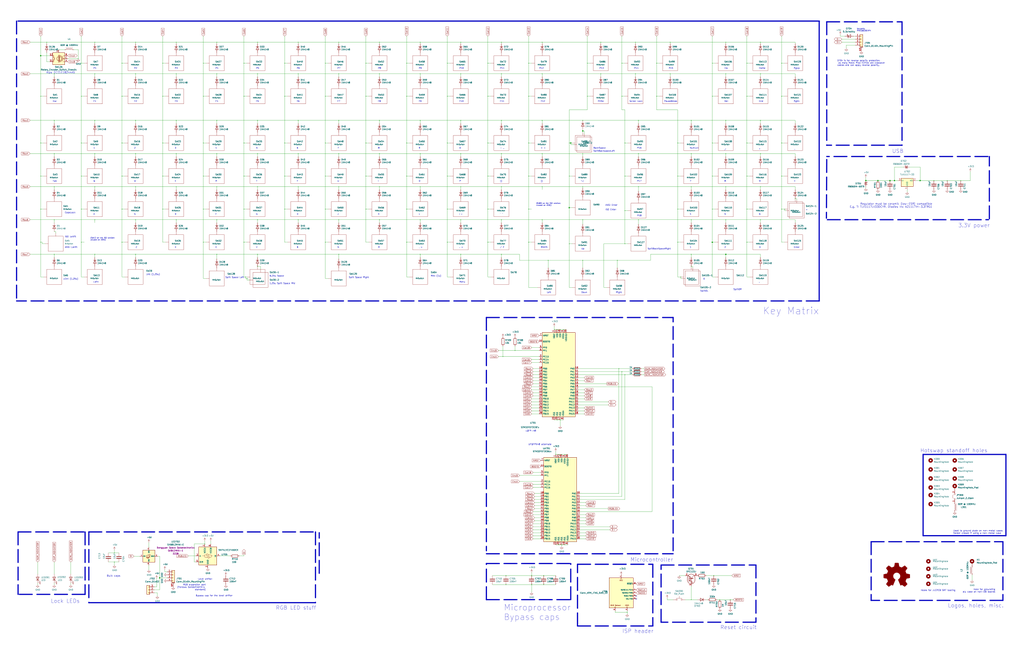
<source format=kicad_sch>
(kicad_sch (version 20230121) (generator eeschema)
  (paper "D")
  (junction (at 34.29 204.47) (diameter 0.3048))
  (junction (at 148.59 35.56) (diameter 0.3048))
  (junction (at 670.56 167.64) (diameter 0.3048))
  (junction (at 527.05 148.59) (diameter 0.3048))
  (junction (at 629.92 53.34) (diameter 0.3048))
  (junction (at 217.17 62.23) (diameter 0.3048))
  (junction (at 491.49 129.54) (diameter 0.3048))
  (junction (at 582.93 129.54) (diameter 0.3048))
  (junction (at 476.25 383.54) (diameter 0.3048))
  (junction (at 571.5 176.53) (diameter 0.3048))
  (junction (at 457.2 157.48) (diameter 0.3048))
  (junction (at 388.62 157.48) (diameter 0.3048))
  (junction (at 506.73 35.56) (diameter 0.3048))
  (junction (at 527.05 205.74) (diameter 0.3048))
  (junction (at 182.88 35.56) (diameter 0.3048))
  (junction (at 285.75 62.23) (diameter 0.3048))
  (junction (at 469.9 354.33) (diameter 0.3048))
  (junction (at 473.71 383.54) (diameter 0.3048))
  (junction (at 182.88 214.63) (diameter 0.3048))
  (junction (at 538.48 185.42) (diameter 0.3048))
  (junction (at 553.72 53.34) (diameter 0.3048))
  (junction (at 45.72 185.42) (diameter 0.3048))
  (junction (at 34.29 120.65) (diameter 0.3048))
  (junction (at 285.75 35.56) (diameter 0.3048))
  (junction (at 527.05 177.8) (diameter 0.3048))
  (junction (at 205.74 81.28) (diameter 0.3048))
  (junction (at 629.92 176.53) (diameter 0.3048))
  (junction (at 80.01 185.42) (diameter 0.3048))
  (junction (at 448.31 493.395) (diameter 0.3048))
  (junction (at 582.93 214.63) (diameter 0.3048))
  (junction (at 524.51 53.34) (diameter 0.3048))
  (junction (at 342.9 176.53) (diameter 0.3048))
  (junction (at 34.29 81.28) (diameter 0.3048))
  (junction (at 495.3 53.34) (diameter 0.3048))
  (junction (at 422.91 62.23) (diameter 0.3048))
  (junction (at 659.13 148.59) (diameter 0.3048))
  (junction (at 388.62 185.42) (diameter 0.3048))
  (junction (at 80.01 101.6) (diameter 0.3048))
  (junction (at 217.17 185.42) (diameter 0.3048))
  (junction (at 612.14 101.6) (diameter 0.3048))
  (junction (at 274.32 176.53) (diameter 0.3048))
  (junction (at 730.25 152.4))
  (junction (at 571.5 120.65) (diameter 0.3048))
  (junction (at 171.45 204.47) (diameter 0.3048))
  (junction (at 45.72 129.54) (diameter 0.3048))
  (junction (at 96.52 474.345) (diameter 0.3048))
  (junction (at 535.94 62.23) (diameter 0.3048))
  (junction (at 471.17 383.54) (diameter 0.3048))
  (junction (at 240.03 53.34) (diameter 0.3048))
  (junction (at 458.47 485.775) (diameter 0.3048))
  (junction (at 34.29 46.99))
  (junction (at 251.46 157.48) (diameter 0.3048))
  (junction (at 114.3 185.42) (diameter 0.3048))
  (junction (at 137.16 148.59) (diameter 0.3048))
  (junction (at 445.77 148.59) (diameter 0.3048))
  (junction (at 445.77 53.34) (diameter 0.3048))
  (junction (at 377.19 148.59) (diameter 0.3048))
  (junction (at 491.49 157.48) (diameter 0.3048))
  (junction (at 388.62 129.54) (diameter 0.3048))
  (junction (at 388.62 214.63) (diameter 0.3048))
  (junction (at 34.29 148.59) (diameter 0.3048))
  (junction (at 787.654 152.4) (diameter 0.3048))
  (junction (at 102.87 53.34) (diameter 0.3048))
  (junction (at 354.33 129.54) (diameter 0.3048))
  (junction (at 641.35 101.6) (diameter 0.3048))
  (junction (at 285.75 101.6) (diameter 0.3048))
  (junction (at 182.88 157.48) (diameter 0.3048))
  (junction (at 473.71 459.74) (diameter 0.3048))
  (junction (at 354.33 157.48) (diameter 0.3048))
  (junction (at 114.3 157.48) (diameter 0.3048))
  (junction (at 426.72 485.775) (diameter 0.3048))
  (junction (at 68.58 176.53) (diameter 0.3048))
  (junction (at 491.49 219.71) (diameter 0.3048))
  (junction (at 424.18 300.99) (diameter 0.3048))
  (junction (at 538.48 157.48) (diameter 0.3048))
  (junction (at 422.91 101.6) (diameter 0.3048))
  (junction (at 217.17 157.48) (diameter 0.3048))
  (junction (at 320.04 101.6) (diameter 0.3048))
  (junction (at 171.45 176.53) (diameter 0.3048))
  (junction (at 80.01 129.54) (diameter 0.3048))
  (junction (at 612.14 214.63))
  (junction (at 661.67 176.53) (diameter 0.3048))
  (junction (at 468.63 383.54) (diameter 0.3048))
  (junction (at 480.06 148.59) (diameter 0.3048))
  (junction (at 240.03 120.65) (diameter 0.3048))
  (junction (at 750.57 152.4))
  (junction (at 308.61 176.53) (diameter 0.3048))
  (junction (at 171.45 53.34) (diameter 0.3048))
  (junction (at 137.16 53.34) (diameter 0.3048))
  (junction (at 251.46 185.42) (diameter 0.3048))
  (junction (at 148.59 185.42) (diameter 0.3048))
  (junction (at 137.16 120.65) (diameter 0.3048))
  (junction (at 411.48 120.65) (diameter 0.3048))
  (junction (at 102.87 148.59) (diameter 0.3048))
  (junction (at 354.33 62.23) (diameter 0.3048))
  (junction (at 472.44 278.13) (diameter 0.3048))
  (junction (at 354.33 101.6) (diameter 0.3048))
  (junction (at 565.15 35.56) (diameter 0.3048))
  (junction (at 527.05 316.23) (diameter 0.3048))
  (junction (at 342.9 81.28) (diameter 0.3048))
  (junction (at 480.06 175.26))
  (junction (at 274.32 148.59) (diameter 0.3048))
  (junction (at 205.74 53.34) (diameter 0.3048))
  (junction (at 134.62 487.68))
  (junction (at 171.45 81.28) (diameter 0.3048))
  (junction (at 775.97 152.4))
  (junction (at 182.88 185.42) (diameter 0.3048))
  (junction (at 182.88 62.23) (diameter 0.3048))
  (junction (at 39.37 35.56) (diameter 0.3048))
  (junction (at 422.91 185.42) (diameter 0.3048))
  (junction (at 205.74 176.53) (diameter 0.3048))
  (junction (at 274.32 204.47) (diameter 0.3048))
  (junction (at 582.93 157.48) (diameter 0.3048))
  (junction (at 377.19 176.53) (diameter 0.3048))
  (junction (at 377.19 81.28) (diameter 0.3048))
  (junction (at 342.9 204.47) (diameter 0.3048))
  (junction (at 426.72 493.395) (diameter 0.3048))
  (junction (at 445.77 176.53) (diameter 0.3048))
  (junction (at 612.14 185.42) (diameter 0.3048))
  (junction (at 474.98 278.13) (diameter 0.3048))
  (junction (at 491.49 110.49))
  (junction (at 524.51 313.69) (diameter 0.3048))
  (junction (at 285.75 214.63) (diameter 0.3048))
  (junction (at 354.33 214.63) (diameter 0.3048))
  (junction (at 457.2 101.6) (diameter 0.3048))
  (junction (at 422.91 214.63) (diameter 0.3048))
  (junction (at 480.06 120.65) (diameter 0.3048))
  (junction (at 612.14 157.48) (diameter 0.3048))
  (junction (at 148.59 129.54) (diameter 0.3048))
  (junction (at 476.25 459.74) (diameter 0.3048))
  (junction (at 462.28 219.71) (diameter 0.3048))
  (junction (at 388.62 35.56) (diameter 0.3048))
  (junction (at 754.38 152.4))
  (junction (at 148.59 62.23) (diameter 0.3048))
  (junction (at 308.61 81.28) (diameter 0.3048))
  (junction (at 377.19 53.34) (diameter 0.3048))
  (junction (at 411.48 204.47) (diameter 0.3048))
  (junction (at 320.04 157.48) (diameter 0.3048))
  (junction (at 600.71 204.47))
  (junction (at 571.5 148.59) (diameter 0.3048))
  (junction (at 457.2 185.42) (diameter 0.3048))
  (junction (at 205.74 148.59) (diameter 0.3048))
  (junction (at 240.03 148.59) (diameter 0.3048))
  (junction (at 524.51 81.28) (diameter 0.3048))
  (junction (at 615.95 506.095) (diameter 0.3048))
  (junction (at 411.48 81.28) (diameter 0.3048))
  (junction (at 388.62 62.23) (diameter 0.3048))
  (junction (at 641.35 185.42) (diameter 0.3048))
  (junction (at 629.92 120.65) (diameter 0.3048))
  (junction (at 342.9 148.59) (diameter 0.3048))
  (junction (at 411.48 53.34) (diameter 0.3048))
  (junction (at 308.61 120.65) (diameter 0.3048))
  (junction (at 538.48 101.6) (diameter 0.3048))
  (junction (at 45.72 214.63) (diameter 0.3048))
  (junction (at 217.17 129.54) (diameter 0.3048))
  (junction (at 448.31 485.775) (diameter 0.3048))
  (junction (at 68.58 204.47) (diameter 0.3048))
  (junction (at 102.87 204.47) (diameter 0.3048))
  (junction (at 641.35 35.56) (diameter 0.3048))
  (junction (at 457.2 62.23) (diameter 0.3048))
  (junction (at 172.72 459.105) (diameter 0.3048))
  (junction (at 481.33 120.65))
  (junction (at 659.13 176.53) (diameter 0.3048))
  (junction (at 388.62 101.6) (diameter 0.3048))
  (junction (at 354.33 35.56) (diameter 0.3048))
  (junction (at 528.955 516.89) (diameter 0.3048))
  (junction (at 68.58 120.65) (diameter 0.3048))
  (junction (at 274.32 81.28) (diameter 0.3048))
  (junction (at 471.17 459.74) (diameter 0.3048))
  (junction (at 629.92 148.59) (diameter 0.3048))
  (junction (at 612.14 35.56) (diameter 0.3048))
  (junction (at 251.46 129.54) (diameter 0.3048))
  (junction (at 45.72 101.6) (diameter 0.3048))
  (junction (at 582.93 224.79) (diameter 0.3048))
  (junction (at 102.87 81.28) (diameter 0.3048))
  (junction (at 445.77 204.47) (diameter 0.3048))
  (junction (at 68.58 148.59) (diameter 0.3048))
  (junction (at 320.04 185.42) (diameter 0.3048))
  (junction (at 342.9 120.65) (diameter 0.3048))
  (junction (at 457.2 35.56) (diameter 0.3048))
  (junction (at 217.17 214.63) (diameter 0.3048))
  (junction (at 457.2 129.54) (diameter 0.3048))
  (junction (at 205.74 120.65) (diameter 0.3048))
  (junction (at 480.06 205.74) (diameter 0.3048))
  (junction (at 600.71 120.65) (diameter 0.3048))
  (junction (at 600.71 53.34) (diameter 0.3048))
  (junction (at 80.01 62.23) (diameter 0.3048))
  (junction (at 458.47 493.395) (diameter 0.3048))
  (junction (at 68.58 53.34) (diameter 0.3048))
  (junction (at 411.48 176.53) (diameter 0.3048))
  (junction (at 80.01 214.63) (diameter 0.3048))
  (junction (at 506.73 62.23) (diameter 0.3048))
  (junction (at 217.17 101.6) (diameter 0.3048))
  (junction (at 601.98 485.775) (diameter 0.3048))
  (junction (at 810.26 152.4) (diameter 0.3048))
  (junction (at 582.93 506.095) (diameter 0.3048))
  (junction (at 354.33 185.42) (diameter 0.3048))
  (junction (at 285.75 129.54) (diameter 0.3048))
  (junction (at 641.35 157.48) (diameter 0.3048))
  (junction (at 422.91 35.56) (diameter 0.3048))
  (junction (at 520.7 219.71) (diameter 0.3048))
  (junction (at 798.83 152.4) (diameter 0.3048))
  (junction (at 582.93 185.42) (diameter 0.3048))
  (junction (at 641.35 62.23) (diameter 0.3048))
  (junction (at 171.45 120.65) (diameter 0.3048))
  (junction (at 137.16 176.53) (diameter 0.3048))
  (junction (at 80.01 35.56) (diameter 0.3048))
  (junction (at 80.01 157.48) (diameter 0.3048))
  (junction (at 740.41 152.4))
  (junction (at 535.94 35.56) (diameter 0.3048))
  (junction (at 422.91 157.48) (diameter 0.3048))
  (junction (at 208.28 234.95) (diameter 0.3048))
  (junction (at 411.48 148.59) (diameter 0.3048))
  (junction (at 102.87 176.53) (diameter 0.3048))
  (junction (at 68.58 81.28) (diameter 0.3048))
  (junction (at 571.5 204.47) (diameter 0.3048))
  (junction (at 434.34 295.91) (diameter 0.3048))
  (junction (at 445.77 120.65) (diameter 0.3048))
  (junction (at 66.04 49.53) (diameter 0.3048))
  (junction (at 320.04 129.54) (diameter 0.3048))
  (junction (at 308.61 53.34) (diameter 0.3048))
  (junction (at 422.91 129.54) (diameter 0.3048))
  (junction (at 495.3 81.28) (diameter 0.3048))
  (junction (at 182.88 129.54) (diameter 0.3048))
  (junction (at 207.01 233.68) (diameter 0.3048))
  (junction (at 114.3 101.6) (diameter 0.3048))
  (junction (at 251.46 101.6) (diameter 0.3048))
  (junction (at 240.03 81.28) (diameter 0.3048))
  (junction (at 217.17 224.79) (diameter 0.3048))
  (junction (at 565.15 62.23) (diameter 0.3048))
  (junction (at 171.45 148.59) (diameter 0.3048))
  (junction (at 251.46 35.56) (diameter 0.3048))
  (junction (at 102.87 120.65) (diameter 0.3048))
  (junction (at 629.92 204.47) (diameter 0.3048))
  (junction (at 538.48 129.54) (diameter 0.3048))
  (junction (at 612.14 62.23) (diameter 0.3048))
  (junction (at 182.88 101.6) (diameter 0.3048))
  (junction (at 527.05 120.65) (diameter 0.3048))
  (junction (at 607.06 506.095) (diameter 0.3048))
  (junction (at 467.36 278.13) (diameter 0.3048))
  (junction (at 600.71 148.59) (diameter 0.3048))
  (junction (at 377.19 120.65) (diameter 0.3048))
  (junction (at 240.03 176.53) (diameter 0.3048))
  (junction (at 308.61 148.59) (diameter 0.3048))
  (junction (at 137.16 81.28) (diameter 0.3048))
  (junction (at 641.35 129.54) (diameter 0.3048))
  (junction (at 612.14 129.54) (diameter 0.3048))
  (junction (at 629.92 81.28) (diameter 0.3048))
  (junction (at 600.71 81.28) (diameter 0.3048))
  (junction (at 274.32 53.34) (diameter 0.3048))
  (junction (at 45.72 62.23) (diameter 0.3048))
  (junction (at 600.71 176.53) (diameter 0.3048))
  (junction (at 574.04 233.68) (diameter 0.3048))
  (junction (at 114.3 35.56) (diameter 0.3048))
  (junction (at 553.72 81.28) (diameter 0.3048))
  (junction (at 114.3 129.54) (diameter 0.3048))
  (junction (at 320.04 62.23) (diameter 0.3048))
  (junction (at 659.13 53.34) (diameter 0.3048))
  (junction (at 148.59 157.48) (diameter 0.3048))
  (junction (at 472.44 354.33) (diameter 0.3048))
  (junction (at 148.59 101.6) (diameter 0.3048))
  (junction (at 320.04 35.56) (diameter 0.3048))
  (junction (at 491.49 101.6) (diameter 0.3048))
  (junction (at 285.75 185.42) (diameter 0.3048))
  (junction (at 445.77 81.28) (diameter 0.3048))
  (junction (at 521.97 311.15) (diameter 0.3048))
  (junction (at 377.19 204.47) (diameter 0.3048))
  (junction (at 285.75 157.48) (diameter 0.3048))
  (junction (at 582.93 101.6) (diameter 0.3048))
  (junction (at 114.3 62.23) (diameter 0.3048))
  (junction (at 96.52 466.725) (diameter 0.3048))
  (junction (at 114.3 214.63) (diameter 0.3048))
  (junction (at 251.46 62.23) (diameter 0.3048))
  (junction (at 217.17 35.56) (diameter 0.3048))
  (junction (at 342.9 53.34) (diameter 0.3048))
  (junction (at 659.13 120.65) (diameter 0.3048))
  (junction (at 491.49 185.42) (diameter 0.3048))
  (junction (at 659.13 81.28) (diameter 0.3048))
  (junction (at 34.29 176.53) (diameter 0.3048))
  (junction (at 274.32 120.65) (diameter 0.3048))
  (junction (at 469.9 278.13) (diameter 0.3048))
  (junction (at 45.72 157.48) (diameter 0.3048))
  (junction (at 205.74 204.47) (diameter 0.3048))
  (no_connect (at 536.575 505.46))
  (no_connect (at 536.575 502.92))
  (wire (pts (xy 148.59 62.23) (xy 182.88 62.23)))
  (wire (pts (xy 449.58 441.96) (xy 455.93 441.96)))
  (wire (pts (xy 473.71 459.74) (xy 473.71 461.01)))
  (wire (pts (xy 491.49 110.49) (xy 492.76 110.49)))
  (wire (pts (xy 549.91 431.8) (xy 488.95 431.8)))
  (wire (pts (xy 251.46 36.83) (xy 251.46 35.56)))
  (wire (pts (xy 71.12 204.47) (xy 68.58 204.47)))
  (wire (pts (xy 205.74 53.34) (xy 205.74 30.48)))
  (wire (pts (xy 471.17 459.74) (xy 473.71 459.74)))
  (polyline (pts (xy 734.695 457.2) (xy 845.82 457.2)) (stroke (width 0.9906) (type dash)))
  (wire (pts (xy 487.68 346.71) (xy 492.76 346.71)))
  (wire (pts (xy 68.58 148.59) (xy 68.58 120.65)))
  (wire (pts (xy 242.57 81.28) (xy 240.03 81.28)))
  (polyline (pts (xy 833.12 132.08) (xy 697.23 132.08)) (stroke (width 0.9906) (type dash)))
  (wire (pts (xy 535.94 35.56) (xy 535.94 36.83)))
  (wire (pts (xy 468.63 459.74) (xy 471.17 459.74)))
  (wire (pts (xy 661.67 204.47) (xy 659.13 204.47)))
  (wire (pts (xy 25.4 129.54) (xy 45.72 129.54)))
  (wire (pts (xy 148.59 185.42) (xy 182.88 185.42)))
  (wire (pts (xy 285.75 157.48) (xy 285.75 160.02)))
  (wire (pts (xy 251.46 101.6) (xy 285.75 101.6)))
  (wire (pts (xy 487.68 331.47) (xy 492.76 331.47)))
  (wire (pts (xy 457.2 185.42) (xy 491.49 185.42)))
  (wire (pts (xy 538.48 185.42) (xy 582.93 185.42)))
  (wire (pts (xy 445.77 81.28) (xy 445.77 120.65)))
  (wire (pts (xy 422.91 157.48) (xy 457.2 157.48)))
  (wire (pts (xy 600.71 204.47) (xy 600.71 176.53)))
  (wire (pts (xy 205.74 467.995) (xy 205.74 469.265)))
  (wire (pts (xy 25.4 101.6) (xy 45.72 101.6)))
  (wire (pts (xy 105.41 176.53) (xy 102.87 176.53)))
  (wire (pts (xy 139.7 120.65) (xy 137.16 120.65)))
  (wire (pts (xy 612.14 101.6) (xy 612.14 104.14)))
  (wire (pts (xy 388.62 129.54) (xy 388.62 132.08)))
  (wire (pts (xy 488.95 416.56) (xy 521.97 416.56)))
  (wire (pts (xy 342.9 53.34) (xy 342.9 81.28)))
  (wire (pts (xy 641.35 129.54) (xy 641.35 132.08)))
  (wire (pts (xy 480.06 175.26) (xy 480.06 205.74)))
  (wire (pts (xy 527.05 92.71) (xy 527.05 120.65)))
  (wire (pts (xy 448.31 148.59) (xy 445.77 148.59)))
  (polyline (pts (xy 697.23 134.62) (xy 696.976 184.15)) (stroke (width 0.9906) (type dash)))
  (wire (pts (xy 31.75 493.395) (xy 31.75 492.125)))
  (wire (pts (xy 488.95 449.58) (xy 494.03 449.58)))
  (wire (pts (xy 285.75 35.56) (xy 251.46 35.56)))
  (wire (pts (xy 308.61 53.34) (xy 308.61 30.48)))
  (polyline (pts (xy 487.045 528.32) (xy 487.045 476.25)) (stroke (width 1) (type dash)))
  (wire (pts (xy 448.31 53.34) (xy 445.77 53.34)))
  (polyline (pts (xy 778.51 383.54) (xy 778.51 452.12)) (stroke (width 0.9906)))
  (wire (pts (xy 448.31 339.09) (xy 454.66 339.09)))
  (wire (pts (xy 468.63 485.775) (xy 458.47 485.775)))
  (wire (pts (xy 140.97 487.68) (xy 134.62 487.68)))
  (wire (pts (xy 148.59 157.48) (xy 148.59 160.02)))
  (polyline (pts (xy 557.53 525.145) (xy 557.53 476.885)) (stroke (width 0.9906) (type dash)))
  (wire (pts (xy 567.69 506.095) (xy 562.61 506.095)))
  (wire (pts (xy 205.74 53.34) (xy 205.74 81.28)))
  (wire (pts (xy 285.75 62.23) (xy 320.04 62.23)))
  (wire (pts (xy 632.46 204.47) (xy 629.92 204.47)))
  (wire (pts (xy 411.48 81.28) (xy 411.48 120.65)))
  (wire (pts (xy 91.44 466.725) (xy 96.52 466.725)))
  (wire (pts (xy 612.14 62.23) (xy 641.35 62.23)))
  (wire (pts (xy 415.29 493.395) (xy 426.72 493.395)))
  (wire (pts (xy 538.48 129.54) (xy 538.48 132.08)))
  (wire (pts (xy 102.87 53.34) (xy 102.87 81.28)))
  (wire (pts (xy 177.8 456.565) (xy 177.8 459.105)))
  (wire (pts (xy 217.17 214.63) (xy 285.75 214.63)))
  (wire (pts (xy 45.72 62.23) (xy 80.01 62.23)))
  (wire (pts (xy 80.01 214.63) (xy 80.01 217.17)))
  (wire (pts (xy 274.32 204.47) (xy 274.32 234.95)))
  (wire (pts (xy 422.91 185.42) (xy 457.2 185.42)))
  (wire (pts (xy 422.91 62.23) (xy 422.91 64.77)))
  (wire (pts (xy 448.31 493.395) (xy 458.47 493.395)))
  (wire (pts (xy 96.52 464.185) (xy 96.52 466.725)))
  (wire (pts (xy 285.75 185.42) (xy 320.04 185.42)))
  (wire (pts (xy 448.31 81.28) (xy 445.77 81.28)))
  (wire (pts (xy 709.93 35.56) (xy 721.36 35.56)))
  (wire (pts (xy 574.04 148.59) (xy 571.5 148.59)))
  (wire (pts (xy 600.71 53.34) (xy 600.71 30.48)))
  (wire (pts (xy 414.02 120.65) (xy 411.48 120.65)))
  (wire (pts (xy 454.66 293.37) (xy 448.31 293.37)))
  (wire (pts (xy 603.25 176.53) (xy 600.71 176.53)))
  (wire (pts (xy 529.59 120.65) (xy 527.05 120.65)))
  (wire (pts (xy 481.33 120.65) (xy 482.6 120.65)))
  (wire (pts (xy 210.82 236.22) (xy 208.28 236.22)))
  (wire (pts (xy 182.88 214.63) (xy 217.17 214.63)))
  (wire (pts (xy 612.14 129.54) (xy 641.35 129.54)))
  (wire (pts (xy 320.04 129.54) (xy 320.04 132.08)))
  (polyline (pts (xy 637.54 525.145) (xy 557.53 525.145)) (stroke (width 0.9906) (type dash)))
  (polyline (pts (xy 567.69 464.82) (xy 567.69 267.97)) (stroke (width 0.9906) (type dash)))
  (wire (pts (xy 105.41 120.65) (xy 102.87 120.65)))
  (wire (pts (xy 553.72 92.71) (xy 553.72 81.28)))
  (wire (pts (xy 506.73 35.56) (xy 506.73 36.83)))
  (wire (pts (xy 450.85 429.26) (xy 455.93 429.26)))
  (wire (pts (xy 527.05 205.74) (xy 527.05 177.8)))
  (wire (pts (xy 449.58 316.23) (xy 454.66 316.23)))
  (wire (pts (xy 163.83 474.345) (xy 163.83 459.105)))
  (wire (pts (xy 320.04 185.42) (xy 354.33 185.42)))
  (wire (pts (xy 730.25 152.4) (xy 740.41 152.4)))
  (wire (pts (xy 457.2 157.48) (xy 457.2 160.02)))
  (wire (pts (xy 354.33 62.23) (xy 354.33 64.77)))
  (wire (pts (xy 68.58 53.34) (xy 68.58 81.28)))
  (wire (pts (xy 134.62 487.68) (xy 134.62 469.392)))
  (wire (pts (xy 388.62 36.83) (xy 388.62 35.56)))
  (wire (pts (xy 487.68 328.93) (xy 492.76 328.93)))
  (wire (pts (xy 457.2 129.54) (xy 457.2 132.08)))
  (wire (pts (xy 491.49 129.54) (xy 491.49 132.08)))
  (wire (pts (xy 455.93 398.78) (xy 449.58 398.78)))
  (wire (pts (xy 457.2 36.83) (xy 457.2 35.56)))
  (polyline (pts (xy 550.545 476.25) (xy 550.545 528.32)) (stroke (width 1) (type dash)))
  (wire (pts (xy 172.72 456.565) (xy 172.72 459.105)))
  (polyline (pts (xy 410.21 475.615) (xy 481.33 475.615)) (stroke (width 0.9906) (type dash)))
  (wire (pts (xy 471.17 383.54) (xy 473.71 383.54)))
  (polyline (pts (xy 487.045 476.25) (xy 550.545 476.25)) (stroke (width 1) (type dash)))
  (polyline (pts (xy 15.24 448.945) (xy 15.24 501.65)) (stroke (width 0.9906) (type dash)))
  (wire (pts (xy 388.62 35.56) (xy 354.33 35.56)))
  (wire (pts (xy 91.44 474.345) (xy 96.52 474.345)))
  (wire (pts (xy 274.32 234.95) (xy 276.86 234.95)))
  (wire (pts (xy 457.2 62.23) (xy 457.2 64.77)))
  (wire (pts (xy 148.59 62.23) (xy 148.59 64.77)))
  (wire (pts (xy 488.95 441.96) (xy 494.03 441.96)))
  (wire (pts (xy 139.7 148.59) (xy 137.16 148.59)))
  (wire (pts (xy 527.05 53.34) (xy 524.51 53.34)))
  (wire (pts (xy 182.88 101.6) (xy 217.17 101.6)))
  (wire (pts (xy 308.61 53.34) (xy 308.61 81.28)))
  (wire (pts (xy 422.91 101.6) (xy 422.91 104.14)))
  (polyline (pts (xy 74.93 448.945) (xy 266.065 448.945)) (stroke (width 0.9906) (type dash)))
  (wire (pts (xy 565.15 62.23) (xy 612.14 62.23)))
  (wire (pts (xy 438.15 406.4) (xy 455.93 406.4)))
  (wire (pts (xy 217.17 157.48) (xy 251.46 157.48)))
  (wire (pts (xy 454.66 313.69) (xy 449.58 313.69)))
  (polyline (pts (xy 697.738 185.42) (xy 833.628 185.42)) (stroke (width 0.9906) (type dash)))
  (wire (pts (xy 102.87 233.68) (xy 102.87 204.47)))
  (wire (pts (xy 102.87 81.28) (xy 102.87 120.65)))
  (wire (pts (xy 114.3 101.6) (xy 148.59 101.6)))
  (wire (pts (xy 448.31 485.775) (xy 448.31 483.235)))
  (wire (pts (xy 411.48 176.53) (xy 411.48 148.59)))
  (wire (pts (xy 207.01 234.95) (xy 207.01 233.68)))
  (wire (pts (xy 345.44 53.34) (xy 342.9 53.34)))
  (wire (pts (xy 708.66 30.48) (xy 708.66 29.21)))
  (wire (pts (xy 538.48 185.42) (xy 538.48 189.23)))
  (wire (pts (xy 165.1 474.345) (xy 163.83 474.345)))
  (wire (pts (xy 354.33 214.63) (xy 354.33 217.17)))
  (polyline (pts (xy 15.24 448.945) (xy 71.755 448.945)) (stroke (width 0.9906) (type dash)))
  (wire (pts (xy 472.44 354.33) (xy 474.98 354.33)))
  (wire (pts (xy 68.58 176.53) (xy 68.58 148.59)))
  (polyline (pts (xy 410.21 506.095) (xy 410.21 475.615)) (stroke (width 0.9906) (type dash)))
  (polyline (pts (xy 848.36 452.12) (xy 778.51 452.12)) (stroke (width 0.9906)))
  (wire (pts (xy 68.58 53.34) (xy 68.58 30.48)))
  (wire (pts (xy 137.16 53.34) (xy 137.16 81.28)))
  (wire (pts (xy 217.17 62.23) (xy 217.17 64.77)))
  (wire (pts (xy 600.71 120.65) (xy 600.71 148.59)))
  (wire (pts (xy 388.62 214.63) (xy 388.62 217.17)))
  (wire (pts (xy 320.04 35.56) (xy 285.75 35.56)))
  (wire (pts (xy 208.28 53.34) (xy 205.74 53.34)))
  (wire (pts (xy 582.93 157.48) (xy 612.14 157.48)))
  (wire (pts (xy 62.23 41.91) (xy 66.04 41.91)))
  (wire (pts (xy 342.9 176.53) (xy 342.9 148.59)))
  (wire (pts (xy 488.95 447.04) (xy 514.35 447.04)))
  (wire (pts (xy 311.15 120.65) (xy 308.61 120.65)))
  (wire (pts (xy 450.85 439.42) (xy 455.93 439.42)))
  (wire (pts (xy 549.91 326.39) (xy 549.91 431.8)))
  (wire (pts (xy 524.51 313.69) (xy 533.4 313.69)))
  (wire (pts (xy 595.63 506.095) (xy 596.9 506.095)))
  (wire (pts (xy 528.955 515.62) (xy 528.955 516.89)))
  (wire (pts (xy 173.99 234.95) (xy 171.45 234.95)))
  (wire (pts (xy 632.46 53.34) (xy 629.92 53.34)))
  (wire (pts (xy 497.84 81.28) (xy 495.3 81.28)))
  (wire (pts (xy 487.68 349.25) (xy 492.76 349.25)))
  (wire (pts (xy 632.46 233.68) (xy 629.92 233.68)))
  (wire (pts (xy 45.72 101.6) (xy 45.72 104.14)))
  (polyline (pts (xy 697.23 18.415) (xy 697.23 122.555)) (stroke (width 0.9906) (type dash)))
  (wire (pts (xy 217.17 35.56) (xy 182.88 35.56)))
  (wire (pts (xy 600.71 81.28) (xy 600.71 53.34)))
  (wire (pts (xy 629.92 204.47) (xy 629.92 176.53)))
  (wire (pts (xy 311.15 204.47) (xy 308.61 204.47)))
  (wire (pts (xy 524.51 419.1) (xy 524.51 313.69)))
  (polyline (pts (xy 13.97 17.78) (xy 13.97 254)) (stroke (width 0.9906) (type dash)))
  (wire (pts (xy 139.7 53.34) (xy 137.16 53.34)))
  (wire (pts (xy 615.95 506.095) (xy 607.06 506.095)))
  (wire (pts (xy 750.57 152.4) (xy 754.38 152.4)))
  (wire (pts (xy 59.69 492.125) (xy 59.69 493.395)))
  (wire (pts (xy 34.29 81.28) (xy 34.29 120.65)))
  (polyline (pts (xy 266.065 448.945) (xy 266.065 508.635)) (stroke (width 0.9906) (type dash)))
  (wire (pts (xy 137.16 148.59) (xy 137.16 120.65)))
  (wire (pts (xy 448.31 120.65) (xy 445.77 120.65)))
  (polyline (pts (xy 697.23 18.415) (xy 760.73 18.415)) (stroke (width 0.9906) (type dash)))
  (wire (pts (xy 320.04 62.23) (xy 354.33 62.23)))
  (wire (pts (xy 438.15 401.32) (xy 455.93 401.32)))
  (wire (pts (xy 68.58 81.28) (xy 68.58 120.65)))
  (wire (pts (xy 607.06 506.095) (xy 604.52 506.095)))
  (wire (pts (xy 612.14 62.23) (xy 612.14 64.77)))
  (wire (pts (xy 491.49 157.48) (xy 538.48 157.48)))
  (wire (pts (xy 571.5 92.71) (xy 571.5 120.65)))
  (wire (pts (xy 354.33 129.54) (xy 388.62 129.54)))
  (wire (pts (xy 553.72 53.34) (xy 553.72 30.48)))
  (wire (pts (xy 96.52 474.345) (xy 96.52 476.885)))
  (wire (pts (xy 521.97 416.56) (xy 521.97 311.15)))
  (wire (pts (xy 208.28 233.68) (xy 207.01 233.68)))
  (wire (pts (xy 449.58 321.31) (xy 454.66 321.31)))
  (wire (pts (xy 354.33 36.83) (xy 354.33 35.56)))
  (wire (pts (xy 354.33 185.42) (xy 388.62 185.42)))
  (wire (pts (xy 612.14 129.54) (xy 612.14 132.08)))
  (wire (pts (xy 450.85 421.64) (xy 455.93 421.64)))
  (wire (pts (xy 251.46 62.23) (xy 285.75 62.23)))
  (wire (pts (xy 455.93 419.1) (xy 450.85 419.1)))
  (polyline (pts (xy 410.21 467.36) (xy 567.69 467.36)) (stroke (width 0.9906) (type dash)))
  (wire (pts (xy 582.93 494.665) (xy 582.93 506.095)))
  (wire (pts (xy 595.63 485.775) (xy 601.98 485.775)))
  (wire (pts (xy 548.64 219.71) (xy 548.64 214.63)))
  (wire (pts (xy 670.56 62.23) (xy 670.56 64.77)))
  (wire (pts (xy 473.71 383.54) (xy 476.25 383.54)))
  (wire (pts (xy 112.903 469.392) (xy 117.983 469.392)))
  (wire (pts (xy 35.56 204.47) (xy 34.29 204.47)))
  (wire (pts (xy 448.31 336.55) (xy 454.66 336.55)))
  (wire (pts (xy 601.98 485.775) (xy 617.22 485.775)))
  (wire (pts (xy 565.15 35.56) (xy 565.15 36.83)))
  (wire (pts (xy 66.04 41.91) (xy 66.04 49.53)) (stroke (width 0.1524)))
  (wire (pts (xy 158.75 469.265) (xy 165.1 469.265)))
  (wire (pts (xy 535.94 35.56) (xy 565.15 35.56)))
  (wire (pts (xy 182.88 214.63) (xy 182.88 218.44)))
  (wire (pts (xy 251.46 157.48) (xy 251.46 160.02)))
  (wire (pts (xy 308.61 176.53) (xy 308.61 148.59)))
  (wire (pts (xy 242.57 120.65) (xy 240.03 120.65)))
  (wire (pts (xy 45.72 157.48) (xy 80.01 157.48)))
  (wire (pts (xy 414.02 176.53) (xy 411.48 176.53)))
  (wire (pts (xy 488.95 436.88) (xy 494.03 436.88)))
  (wire (pts (xy 449.58 449.58) (xy 455.93 449.58)))
  (wire (pts (xy 454.66 303.53) (xy 448.31 303.53)))
  (wire (pts (xy 208.28 204.47) (xy 205.74 204.47)))
  (wire (pts (xy 207.01 233.68) (xy 205.74 233.68)))
  (wire (pts (xy 476.25 383.54) (xy 478.79 383.54)))
  (wire (pts (xy 414.02 148.59) (xy 411.48 148.59)))
  (wire (pts (xy 342.9 53.34) (xy 342.9 30.48)))
  (wire (pts (xy 342.9 233.68) (xy 342.9 204.47)))
  (wire (pts (xy 354.33 157.48) (xy 388.62 157.48)))
  (wire (pts (xy 449.58 318.77) (xy 454.66 318.77)))
  (wire (pts (xy 388.62 62.23) (xy 388.62 64.77)))
  (wire (pts (xy 276.86 53.34) (xy 274.32 53.34)))
  (wire (pts (xy 125.603 477.012) (xy 125.603 480.822)))
  (wire (pts (xy 285.75 101.6) (xy 285.75 104.14)))
  (wire (pts (xy 449.58 452.12) (xy 455.93 452.12)))
  (wire (pts (xy 641.35 185.42) (xy 612.14 185.42)))
  (wire (pts (xy 217.17 129.54) (xy 217.17 132.08)))
  (wire (pts (xy 276.86 204.47) (xy 274.32 204.47)))
  (wire (pts (xy 449.58 431.8) (xy 455.93 431.8)))
  (wire (pts (xy 182.88 157.48) (xy 217.17 157.48)))
  (wire (pts (xy 641.35 35.56) (xy 670.56 35.56)))
  (wire (pts (xy 139.7 204.47) (xy 137.16 204.47)))
  (wire (pts (xy 521.97 311.15) (xy 533.4 311.15)))
  (wire (pts (xy 472.44 278.13) (xy 474.98 278.13)))
  (wire (pts (xy 354.33 62.23) (xy 388.62 62.23)))
  (polyline (pts (xy 845.82 457.2) (xy 845.82 506.73)) (stroke (width 0.9906) (type dash)))
  (wire (pts (xy 45.72 214.63) (xy 80.01 214.63)))
  (wire (pts (xy 308.61 81.28) (xy 308.61 120.65)))
  (wire (pts (xy 274.32 176.53) (xy 274.32 148.59)))
  (wire (pts (xy 242.57 176.53) (xy 240.03 176.53)))
  (wire (pts (xy 449.58 323.85) (xy 454.66 323.85)))
  (wire (pts (xy 80.01 157.48) (xy 114.3 157.48)))
  (wire (pts (xy 480.06 148.59) (xy 480.06 175.26)))
  (wire (pts (xy 553.72 81.28) (xy 553.72 53.34)))
  (wire (pts (xy 422.91 129.54) (xy 457.2 129.54)))
  (wire (pts (xy 388.62 157.48) (xy 422.91 157.48)))
  (wire (pts (xy 311.15 148.59) (xy 308.61 148.59)))
  (wire (pts (xy 411.48 204.47) (xy 411.48 176.53)))
  (wire (pts (xy 582.93 104.14) (xy 582.93 101.6)))
  (wire (pts (xy 450.85 436.88) (xy 455.93 436.88)))
  (wire (pts (xy 422.91 185.42) (xy 422.91 187.96)))
  (wire (pts (xy 541.02 311.15) (xy 543.56 311.15)))
  (wire (pts (xy 285.75 129.54) (xy 320.04 129.54)))
  (wire (pts (xy 661.67 148.59) (xy 659.13 148.59)))
  (wire (pts (xy 492.76 110.49) (xy 492.76 113.03)))
  (wire (pts (xy 571.5 101.6) (xy 582.93 101.6)))
  (wire (pts (xy 182.88 36.83) (xy 182.88 35.56)))
  (wire (pts (xy 276.86 148.59) (xy 274.32 148.59)))
  (wire (pts (xy 148.59 129.54) (xy 148.59 132.08)))
  (wire (pts (xy 311.15 53.34) (xy 308.61 53.34)))
  (wire (pts (xy 556.26 81.28) (xy 553.72 81.28)))
  (wire (pts (xy 450.85 424.18) (xy 455.93 424.18)))
  (wire (pts (xy 148.59 129.54) (xy 182.88 129.54)))
  (wire (pts (xy 68.58 233.68) (xy 68.58 204.47)))
  (wire (pts (xy 467.36 354.33) (xy 469.9 354.33)))
  (wire (pts (xy 240.03 81.28) (xy 240.03 120.65)))
  (wire (pts (xy 182.88 185.42) (xy 182.88 187.96)))
  (wire (pts (xy 574.04 204.47) (xy 571.5 204.47)))
  (wire (pts (xy 720.09 30.48) (xy 721.36 30.48)))
  (wire (pts (xy 661.67 177.8) (xy 661.67 176.53)))
  (wire (pts (xy 528.955 516.89) (xy 518.795 516.89)))
  (wire (pts (xy 102.87 53.34) (xy 102.87 30.48)))
  (wire (pts (xy 71.12 233.68) (xy 68.58 233.68)))
  (wire (pts (xy 274.32 148.59) (xy 274.32 120.65)))
  (wire (pts (xy 205.74 233.68) (xy 205.74 204.47)))
  (wire (pts (xy 487.68 318.77) (xy 492.76 318.77)))
  (wire (pts (xy 148.59 35.56) (xy 114.3 35.56)))
  (wire (pts (xy 34.29 120.65) (xy 34.29 148.59)))
  (wire (pts (xy 488.95 419.1) (xy 524.51 419.1)))
  (wire (pts (xy 285.75 101.6) (xy 320.04 101.6)))
  (wire (pts (xy 171.45 53.34) (xy 171.45 30.48)))
  (wire (pts (xy 574.04 176.53) (xy 571.5 176.53)))
  (wire (pts (xy 434.34 292.1) (xy 434.34 295.91)))
  (wire (pts (xy 308.61 148.59) (xy 308.61 120.65)))
  (wire (pts (xy 217.17 36.83) (xy 217.17 35.56)))
  (wire (pts (xy 641.35 157.48) (xy 670.56 157.48)))
  (wire (pts (xy 450.85 426.72) (xy 455.93 426.72)))
  (wire (pts (xy 102.87 204.47) (xy 102.87 176.53)))
  (wire (pts (xy 457.2 185.42) (xy 457.2 187.96)))
  (wire (pts (xy 612.14 185.42) (xy 582.93 185.42)))
  (wire (pts (xy 411.48 233.68) (xy 411.48 204.47)))
  (wire (pts (xy 462.28 219.71) (xy 491.49 219.71)))
  (wire (pts (xy 491.49 219.71) (xy 491.49 226.06)))
  (wire (pts (xy 274.32 204.47) (xy 274.32 176.53)))
  (wire (pts (xy 632.46 148.59) (xy 629.92 148.59)))
  (wire (pts (xy 565.15 35.56) (xy 612.14 35.56)))
  (wire (pts (xy 34.29 233.68) (xy 36.83 233.68)))
  (wire (pts (xy 80.01 101.6) (xy 114.3 101.6)))
  (wire (pts (xy 483.87 121.92) (xy 481.33 121.92)))
  (wire (pts (xy 242.57 204.47) (xy 240.03 204.47)))
  (wire (pts (xy 775.97 140.97) (xy 775.97 152.4)))
  (wire (pts (xy 538.48 129.54) (xy 582.93 129.54)))
  (wire (pts (xy 311.15 81.28) (xy 308.61 81.28)))
  (wire (pts (xy 285.75 214.63) (xy 354.33 214.63)))
  (wire (pts (xy 661.67 120.65) (xy 659.13 120.65)))
  (wire (pts (xy 217.17 101.6) (xy 251.46 101.6)))
  (wire (pts (xy 548.64 214.63) (xy 582.93 214.63)))
  (wire (pts (xy 414.02 81.28) (xy 411.48 81.28)))
  (wire (pts (xy 462.28 226.06) (xy 462.28 219.71)))
  (wire (pts (xy 535.94 62.23) (xy 565.15 62.23)))
  (wire (pts (xy 506.73 35.56) (xy 535.94 35.56)))
  (wire (pts (xy 45.72 185.42) (xy 45.72 187.96)))
  (wire (pts (xy 819.785 485.14) (xy 819.785 489.585)))
  (wire (pts (xy 354.33 214.63) (xy 388.62 214.63)))
  (wire (pts (xy 612.14 157.48) (xy 641.35 157.48)))
  (wire (pts (xy 217.17 214.63) (xy 217.17 217.17)))
  (wire (pts (xy 377.19 204.47) (xy 377.19 176.53)))
  (wire (pts (xy 114.3 185.42) (xy 148.59 185.42)))
  (wire (pts (xy 320.04 157.48) (xy 354.33 157.48)))
  (wire (pts (xy 182.88 129.54) (xy 182.88 132.08)))
  (wire (pts (xy 659.13 120.65) (xy 659.13 148.59)))
  (wire (pts (xy 388.62 62.23) (xy 422.91 62.23)))
  (wire (pts (xy 45.72 62.23) (xy 45.72 64.77)))
  (wire (pts (xy 641.35 101.6) (xy 670.56 101.6)))
  (wire (pts (xy 148.59 101.6) (xy 182.88 101.6)))
  (wire (pts (xy 488.95 452.12) (xy 494.03 452.12)))
  (wire (pts (xy 411.48 53.34) (xy 411.48 81.28)))
  (wire (pts (xy 137.16 204.47) (xy 137.16 176.53)))
  (wire (pts (xy 377.19 53.34) (xy 377.19 81.28)))
  (polyline (pts (xy 71.755 448.945) (xy 71.755 501.65)) (stroke (width 0.9906) (type dash)))
  (wire (pts (xy 36.83 148.59) (xy 34.29 148.59)))
  (wire (pts (xy 448.31 349.25) (xy 454.66 349.25)))
  (wire (pts (xy 488.95 424.18) (xy 494.03 424.18)))
  (wire (pts (xy 527.05 421.64) (xy 527.05 316.23)))
  (wire (pts (xy 767.08 140.97) (xy 775.97 140.97)))
  (wire (pts (xy 105.41 53.34) (xy 102.87 53.34)))
  (wire (pts (xy 488.95 426.72) (xy 494.03 426.72)))
  (wire (pts (xy 448.31 328.93) (xy 454.66 328.93)))
  (wire (pts (xy 173.99 204.47) (xy 171.45 204.47)))
  (wire (pts (xy 445.77 148.59) (xy 445.77 120.65)))
  (wire (pts (xy 487.68 316.23) (xy 527.05 316.23)))
  (wire (pts (xy 46.99 195.58) (xy 45.72 195.58)))
  (wire (pts (xy 740.41 152.4) (xy 750.57 152.4)))
  (wire (pts (xy 388.62 129.54) (xy 422.91 129.54)))
  (wire (pts (xy 480.06 92.71) (xy 480.06 120.65)))
  (wire (pts (xy 491.49 185.42) (xy 491.49 189.23)))
  (wire (pts (xy 588.01 506.095) (xy 582.93 506.095)))
  (wire (pts (xy 535.94 62.23) (xy 535.94 64.77)))
  (wire (pts (xy 495.3 53.34) (xy 495.3 81.28)))
  (wire (pts (xy 45.72 129.54) (xy 45.72 132.08)))
  (polyline (pts (xy 848.36 383.54) (xy 848.36 452.12)) (stroke (width 0.9906)))
  (wire (pts (xy 457.2 101.6) (xy 457.2 104.14)))
  (polyline (pts (xy 845.82 506.73) (xy 734.695 506.73)) (stroke (width 0.9906) (type dash)))
  (wire (pts (xy 219.71 224.79) (xy 219.71 227.33)))
  (wire (pts (xy 342.9 204.47) (xy 342.9 176.53)))
  (wire (pts (xy 506.73 62.23) (xy 506.73 64.77)))
  (wire (pts (xy 354.33 35.56) (xy 320.04 35.56)))
  (wire (pts (xy 659.13 81.28) (xy 659.13 120.65)))
  (wire (pts (xy 518.795 516.89) (xy 518.795 515.62)))
  (wire (pts (xy 476.25 459.74) (xy 478.79 459.74)))
  (polyline (pts (xy 690.88 254) (xy 13.97 254)) (stroke (width 0.9906) (type dash)))
  (wire (pts (xy 574.04 120.65) (xy 571.5 120.65)))
  (wire (pts (xy 449.58 447.04) (xy 455.93 447.04)))
  (wire (pts (xy 71.12 81.28) (xy 68.58 81.28)))
  (wire (pts (xy 388.62 185.42) (xy 422.91 185.42)))
  (wire (pts (xy 422.91 157.48) (xy 422.91 160.02)))
  (wire (pts (xy 415.29 485.775) (xy 426.72 485.775)))
  (wire (pts (xy 102.87 233.68) (xy 105.41 233.68)))
  (wire (pts (xy 46.99 196.85) (xy 46.99 195.58)))
  (wire (pts (xy 148.59 36.83) (xy 148.59 35.56)))
  (wire (pts (xy 345.44 176.53) (xy 342.9 176.53)))
  (wire (pts (xy 345.44 204.47) (xy 342.9 204.47)))
  (wire (pts (xy 354.33 101.6) (xy 388.62 101.6)))
  (wire (pts (xy 426.72 493.395) (xy 448.31 493.395)))
  (wire (pts (xy 173.99 120.65) (xy 171.45 120.65)))
  (wire (pts (xy 139.065 482.6) (xy 139.065 480.695)))
  (wire (pts (xy 140.97 482.6) (xy 139.065 482.6)))
  (wire (pts (xy 449.58 434.34) (xy 455.93 434.34)))
  (wire (pts (xy 661.67 81.28) (xy 659.13 81.28)))
  (wire (pts (xy 114.3 62.23) (xy 148.59 62.23)))
  (wire (pts (xy 612.14 185.42) (xy 612.14 187.96)))
  (wire (pts (xy 251.46 129.54) (xy 285.75 129.54)))
  (wire (pts (xy 506.73 62.23) (xy 535.94 62.23)))
  (wire (pts (xy 39.37 36.83) (xy 39.37 35.56)))
  (wire (pts (xy 612.14 35.56) (xy 612.14 36.83)))
  (wire (pts (xy 285.75 129.54) (xy 285.75 132.08)))
  (wire (pts (xy 217.17 62.23) (xy 251.46 62.23)))
  (wire (pts (xy 467.36 278.13) (xy 467.36 275.59)))
  (wire (pts (xy 575.31 234.95) (xy 574.04 234.95)))
  (wire (pts (xy 59.69 474.345) (xy 59.69 484.505)))
  (wire (pts (xy 458.47 485.775) (xy 448.31 485.775)))
  (wire (pts (xy 577.85 506.095) (xy 582.93 506.095)))
  (wire (pts (xy 641.35 214.63) (xy 641.35 217.17)))
  (wire (pts (xy 251.46 185.42) (xy 251.46 187.96)))
  (wire (pts (xy 114.3 101.6) (xy 114.3 104.14)))
  (wire (pts (xy 473.71 459.74) (xy 476.25 459.74)))
  (wire (pts (xy 772.668 152.4) (xy 775.97 152.4)))
  (wire (pts (xy 787.654 152.4) (xy 798.83 152.4)))
  (wire (pts (xy 798.83 152.4) (xy 810.26 152.4)))
  (wire (pts (xy 810.26 152.4) (xy 818.388 152.4)))
  (wire (pts (xy 377.19 176.53) (xy 377.19 148.59)))
  (wire (pts (xy 450.85 416.56) (xy 455.93 416.56)))
  (wire (pts (xy 422.91 35.56) (xy 457.2 35.56)))
  (wire (pts (xy 251.46 101.6) (xy 251.46 104.14)))
  (polyline (pts (xy 778.51 383.54) (xy 848.36 383.54)) (stroke (width 0.9906)))
  (wire (pts (xy 577.85 485.775) (xy 572.77 485.775)))
  (wire (pts (xy 509.27 205.74) (xy 527.05 205.74)))
  (wire (pts (xy 411.48 53.34) (xy 411.48 30.48)))
  (wire (pts (xy 25.4 157.48) (xy 45.72 157.48)))
  (wire (pts (xy 320.04 62.23) (xy 320.04 64.77)))
  (wire (pts (xy 274.32 81.28) (xy 274.32 120.65)))
  (wire (pts (xy 603.25 148.59) (xy 600.71 148.59)))
  (wire (pts (xy 171.45 176.53) (xy 171.45 148.59)))
  (wire (pts (xy 285.75 62.23) (xy 285.75 64.77)))
  (wire (pts (xy 80.01 129.54) (xy 114.3 129.54)))
  (wire (pts (xy 424.18 292.1) (xy 424.18 300.99)))
  (wire (pts (xy 754.38 140.97) (xy 754.38 152.4)))
  (polyline (pts (xy 834.39 184.658) (xy 834.39 132.08)) (stroke (width 0.9906) (type dash)))
  (wire (pts (xy 205.74 204.47) (xy 205.74 176.53)))
  (wire (pts (xy 482.6 148.59) (xy 480.06 148.59)))
  (wire (pts (xy 538.48 157.48) (xy 538.48 161.29)))
  (wire (pts (xy 36.83 81.28) (xy 34.29 81.28)))
  (wire (pts (xy 379.73 176.53) (xy 377.19 176.53)))
  (wire (pts (xy 603.25 120.65) (xy 600.71 120.65)))
  (wire (pts (xy 34.29 176.53) (xy 36.83 176.53)))
  (wire (pts (xy 574.04 234.95) (xy 574.04 233.68)))
  (wire (pts (xy 600.71 81.28) (xy 600.71 120.65)))
  (wire (pts (xy 217.17 224.79) (xy 219.71 224.79)))
  (wire (pts (xy 491.49 101.6) (xy 538.48 101.6)))
  (wire (pts (xy 68.58 204.47) (xy 68.58 176.53)))
  (wire (pts (xy 345.44 81.28) (xy 342.9 81.28)))
  (wire (pts (xy 487.68 344.17) (xy 492.76 344.17)))
  (wire (pts (xy 449.58 331.47) (xy 454.66 331.47)))
  (wire (pts (xy 482.6 205.74) (xy 480.06 205.74)))
  (wire (pts (xy 35.56 205.74) (xy 35.56 204.47)))
  (wire (pts (xy 285.75 36.83) (xy 285.75 35.56)))
  (wire (pts (xy 600.71 204.47) (xy 600.71 233.68)))
  (wire (pts (xy 379.73 233.68) (xy 377.19 233.68)))
  (wire (pts (xy 217.17 157.48) (xy 217.17 160.02)))
  (wire (pts (xy 641.35 129.54) (xy 670.56 129.54)))
  (wire (pts (xy 25.4 35.56) (xy 39.37 35.56)))
  (wire (pts (xy 582.93 214.63) (xy 612.14 214.63)))
  (wire (pts (xy 320.04 101.6) (xy 320.04 104.14)))
  (wire (pts (xy 422.91 62.23) (xy 457.2 62.23)))
  (wire (pts (xy 422.91 214.63) (xy 438.15 214.63)))
  (wire (pts (xy 422.91 36.83) (xy 422.91 35.56)))
  (wire (pts (xy 612.14 35.56) (xy 641.35 35.56)))
  (wire (pts (xy 709.93 33.02) (xy 721.36 33.02)))
  (wire (pts (xy 125.603 457.962) (xy 125.603 461.772)))
  (wire (pts (xy 240.03 53.34) (xy 240.03 81.28)))
  (wire (pts (xy 148.59 157.48) (xy 182.88 157.48)))
  (wire (pts (xy 527.05 316.23) (xy 533.4 316.23)))
  (wire (pts (xy 354.33 129.54) (xy 354.33 132.08)))
  (wire (pts (xy 584.2 224.79) (xy 582.93 224.79)))
  (wire (pts (xy 495.3 92.71) (xy 480.06 92.71)))
  (wire (pts (xy 276.86 176.53) (xy 274.32 176.53)))
  (wire (pts (xy 137.16 176.53) (xy 137.16 148.59)))
  (wire (pts (xy 34.29 46.99) (xy 34.29 81.28)))
  (wire (pts (xy 422.91 101.6) (xy 457.2 101.6)))
  (wire (pts (xy 320.04 157.48) (xy 320.04 160.02)))
  (wire (pts (xy 449.58 444.5) (xy 455.93 444.5)))
  (wire (pts (xy 670.56 185.42) (xy 641.35 185.42)))
  (wire (pts (xy 173.99 148.59) (xy 171.45 148.59)))
  (wire (pts (xy 173.99 53.34) (xy 171.45 53.34)))
  (wire (pts (xy 105.41 204.47) (xy 102.87 204.47)))
  (wire (pts (xy 182.88 101.6) (xy 182.88 104.14)))
  (wire (pts (xy 671.83 168.91) (xy 671.83 167.64)))
  (wire (pts (xy 659.13 176.53) (xy 659.13 204.47)))
  (wire (pts (xy 139.7 176.53) (xy 137.16 176.53)))
  (wire (pts (xy 582.93 129.54) (xy 582.93 132.08)))
  (wire (pts (xy 114.3 185.42) (xy 114.3 187.96)))
  (wire (pts (xy 448.31 346.71) (xy 454.66 346.71)))
  (wire (pts (xy 488.95 439.42) (xy 494.03 439.42)))
  (wire (pts (xy 632.46 81.28) (xy 629.92 81.28)))
  (wire (pts (xy 659.13 81.28) (xy 659.13 53.34)))
  (wire (pts (xy 217.17 185.42) (xy 251.46 185.42)))
  (wire (pts (xy 487.68 334.01) (xy 492.76 334.01)))
  (wire (pts (xy 420.37 300.99) (xy 424.18 300.99)))
  (wire (pts (xy 482.6 242.57) (xy 480.06 242.57)))
  (wire (pts (xy 251.46 185.42) (xy 285.75 185.42)))
  (wire (pts (xy 487.68 339.09) (xy 513.08 339.09)))
  (wire (pts (xy 670.56 157.48) (xy 670.56 160.02)))
  (wire (pts (xy 426.72 485.775) (xy 448.31 485.775)))
  (wire (pts (xy 345.44 120.65) (xy 342.9 120.65)))
  (wire (pts (xy 320.04 101.6) (xy 354.33 101.6)))
  (wire (pts (xy 600.71 176.53) (xy 600.71 148.59)))
  (wire (pts (xy 137.16 30.48) (xy 137.16 53.34)))
  (wire (pts (xy 45.72 157.48) (xy 45.72 160.02)))
  (wire (pts (xy 388.62 157.48) (xy 388.62 160.02)))
  (wire (pts (xy 491.49 158.75) (xy 491.49 157.48)))
  (wire (pts (xy 488.95 454.66) (xy 494.03 454.66)))
  (wire (pts (xy 662.94 177.8) (xy 661.67 177.8)))
  (wire (pts (xy 208.28 176.53) (xy 205.74 176.53)))
  (wire (pts (xy 130.175 495.3) (xy 132.08 495.3)))
  (wire (pts (xy 132.08 495.3) (xy 132.08 488.315)))
  (wire (pts (xy 495.3 81.28) (xy 495.3 92.71)))
  (wire (pts (xy 173.99 176.53) (xy 171.45 176.53)))
  (wire (pts (xy 448.31 306.07) (xy 454.66 306.07)))
  (wire (pts (xy 612.14 214.63) (xy 641.35 214.63)))
  (wire (pts (xy 114.3 62.23) (xy 114.3 64.77)))
  (wire (pts (xy 538.48 157.48) (xy 582.93 157.48)))
  (wire (pts (xy 274.32 53.34) (xy 274.32 30.48)))
  (wire (pts (xy 39.37 44.45) (xy 39.37 52.07)))
  (wire (pts (xy 632.46 176.53) (xy 629.92 176.53)))
  (wire (pts (xy 80.01 185.42) (xy 80.01 187.96)))
  (wire (pts (xy 377.19 148.59) (xy 377.19 120.65)))
  (wire (pts (xy 713.74 38.1) (xy 713.74 40.64)))
  (wire (pts (xy 641.35 101.6) (xy 641.35 104.14)))
  (wire (pts (xy 217.17 101.6) (xy 217.17 104.14)))
  (wire (pts (xy 114.3 157.48) (xy 114.3 160.02)))
  (wire (pts (xy 762 140.97) (xy 754.38 140.97)))
  (wire (pts (xy 491.49 219.71) (xy 520.7 219.71)))
  (wire (pts (xy 114.3 36.83) (xy 114.3 35.56)))
  (wire (pts (xy 524.51 81.28) (xy 524.51 92.71)))
  (wire (pts (xy 455.93 408.94) (xy 449.58 408.94)))
  (wire (pts (xy 240.03 148.59) (xy 240.03 120.65)))
  (wire (pts (xy 449.58 411.48) (xy 455.93 411.48)))
  (wire (pts (xy 96.52 474.345) (xy 100.33 474.345)))
  (wire (pts (xy 379.73 81.28) (xy 377.19 81.28)))
  (wire (pts (xy 354.33 185.42) (xy 354.33 187.96)))
  (wire (pts (xy 205.74 176.53) (xy 205.74 148.59)))
  (wire (pts (xy 491.49 185.42) (xy 538.48 185.42)))
  (wire (pts (xy 320.04 129.54) (xy 354.33 129.54)))
  (wire (pts (xy 754.38 152.4) (xy 757.428 152.4)))
  (wire (pts (xy 449.58 334.01) (xy 454.66 334.01)))
  (wire (pts (xy 524.51 53.34) (xy 524.51 30.48)))
  (wire (pts (xy 251.46 62.23) (xy 251.46 64.77)))
  (wire (pts (xy 388.62 101.6) (xy 388.62 104.14)))
  (wire (pts (xy 71.12 176.53) (xy 68.58 176.53)))
  (wire (pts (xy 582.93 157.48) (xy 582.93 160.02)))
  (wire (pts (xy 171.45 204.47) (xy 171.45 234.95)))
  (wire (pts (xy 641.35 62.23) (xy 670.56 62.23)))
  (wire (pts (xy 629.92 176.53) (xy 629.92 148.59)))
  (wire (pts (xy 474.98 278.13) (xy 477.52 278.13)))
  (wire (pts (xy 36.83 120.65) (xy 34.29 120.65)))
  (wire (pts (xy 71.12 148.59) (xy 68.58 148.59)))
  (wire (pts (xy 377.19 81.28) (xy 377.19 120.65)))
  (wire (pts (xy 242.57 53.34) (xy 240.03 53.34)))
  (wire (pts (xy 524.51 81.28) (xy 524.51 53.34)))
  (wire (pts (xy 114.3 214.63) (xy 182.88 214.63)))
  (wire (pts (xy 448.31 326.39) (xy 454.66 326.39)))
  (wire (pts (xy 242.57 148.59) (xy 240.03 148.59)))
  (wire (pts (xy 205.74 81.28) (xy 205.74 120.65)))
  (wire (pts (xy 541.02 313.69) (xy 543.56 313.69)))
  (wire (pts (xy 208.28 234.95) (xy 207.01 234.95)))
  (wire (pts (xy 411.48 53.34) (xy 414.02 53.34)))
  (wire (pts (xy 25.4 214.63) (xy 45.72 214.63)))
  (wire (pts (xy 457.2 35.56) (xy 506.73 35.56)))
  (wire (pts (xy 524.51 92.71) (xy 527.05 92.71)))
  (wire (pts (xy 342.9 148.59) (xy 342.9 120.65)))
  (wire (pts (xy 414.02 204.47) (xy 411.48 204.47)))
  (wire (pts (xy 422.91 214.63) (xy 422.91 217.17)))
  (wire (pts (xy 612.14 101.6) (xy 641.35 101.6)))
  (wire (pts (xy 208.28 148.59) (xy 205.74 148.59)))
  (wire (pts (xy 438.15 214.63) (xy 438.15 219.71)))
  (wire (pts (xy 629.92 233.68) (xy 629.92 204.47)))
  (wire (pts (xy 438.15 219.71) (xy 462.28 219.71)))
  (wire (pts (xy 481.33 121.92) (xy 481.33 120.65)))
  (wire (pts (xy 209.55 234.95) (xy 208.28 234.95)))
  (wire (pts (xy 529.59 148.59) (xy 527.05 148.59)))
  (wire (pts (xy 320.04 36.83) (xy 320.04 35.56)))
  (polyline (pts (xy 410.21 506.095) (xy 481.33 506.095)) (stroke (width 0.9906) (type dash)))
  (wire (pts (xy 39.37 35.56) (xy 80.01 35.56)))
  (wire (pts (xy 469.9 354.33) (xy 472.44 354.33)))
  (wire (pts (xy 308.61 204.47) (xy 308.61 176.53)))
  (wire (pts (xy 208.28 120.65) (xy 205.74 120.65)))
  (wire (pts (xy 661.67 176.53) (xy 659.13 176.53)))
  (wire (pts (xy 448.31 204.47) (xy 445.77 204.47)))
  (polyline (pts (xy 637.54 476.885) (xy 637.54 525.145)) (stroke (width 0.9906) (type dash)))
  (wire (pts (xy 730.25 149.86) (xy 730.25 152.4)))
  (wire (pts (xy 38.1 205.74) (xy 35.56 205.74)))
  (wire (pts (xy 34.29 176.53) (xy 34.29 204.47)))
  (polyline (pts (xy 71.755 501.65) (xy 15.24 501.65)) (stroke (width 0.9906) (type dash)))
  (wire (pts (xy 208.28 236.22) (xy 208.28 234.95)))
  (wire (pts (xy 274.32 53.34) (xy 274.32 81.28)))
  (wire (pts (xy 276.86 81.28) (xy 274.32 81.28)))
  (wire (pts (xy 538.48 101.6) (xy 571.5 101.6)))
  (polyline (pts (xy 690.88 17.78) (xy 690.88 254)) (stroke (width 0.9906) (type solid)))
  (wire (pts (xy 495.3 53.34) (xy 495.3 30.48)))
  (wire (pts (xy 511.81 242.57) (xy 509.27 242.57)))
  (polyline (pts (xy 15.24 17.78) (xy 690.88 17.78)) (stroke (width 0.9906) (type solid)))
  (wire (pts (xy 240.03 53.34) (xy 240.03 30.48)))
  (wire (pts (xy 354.33 101.6) (xy 354.33 104.14)))
  (wire (pts (xy 582.93 185.42) (xy 582.93 187.96)))
  (wire (pts (xy 487.68 341.63) (xy 513.08 341.63)))
  (wire (pts (xy 424.18 300.99) (xy 454.66 300.99)))
  (wire (pts (xy 629.92 81.28) (xy 629.92 53.34)))
  (wire (pts (xy 541.02 316.23) (xy 543.56 316.23)))
  (wire (pts (xy 134.62 487.68) (xy 134.62 497.84)))
  (wire (pts (xy 134.62 497.84) (xy 130.175 497.84)))
  (polyline (pts (xy 760.73 18.415) (xy 760.73 122.555)) (stroke (width 0.9906) (type dash)))
  (wire (pts (xy 488.95 421.64) (xy 527.05 421.64)))
  (wire (pts (xy 422.91 129.54) (xy 422.91 132.08)))
  (wire (pts (xy 527.05 177.8) (xy 527.05 148.59)))
  (polyline (pts (xy 760.73 122.555) (xy 697.23 122.555)) (stroke (width 0.9906) (type dash)))
  (wire (pts (xy 487.68 336.55) (xy 492.76 336.55)))
  (wire (pts (xy 251.46 35.56) (xy 217.17 35.56)))
  (wire (pts (xy 285.75 157.48) (xy 320.04 157.48)))
  (wire (pts (xy 45.72 129.54) (xy 80.01 129.54)))
  (wire (pts (xy 31.75 474.345) (xy 31.75 484.505)))
  (wire (pts (xy 342.9 233.68) (xy 345.44 233.68)))
  (polyline (pts (xy 481.33 506.095) (xy 481.33 475.615)) (stroke (width 0.9906) (type dash)))
  (wire (pts (xy 529.59 177.8) (xy 527.05 177.8)))
  (wire (pts (xy 71.12 120.65) (xy 68.58 120.65)))
  (wire (pts (xy 420.37 295.91) (xy 434.34 295.91)))
  (wire (pts (xy 171.45 204.47) (xy 171.45 176.53)))
  (wire (pts (xy 45.72 101.6) (xy 80.01 101.6)))
  (wire (pts (xy 457.2 101.6) (xy 491.49 101.6)))
  (wire (pts (xy 217.17 185.42) (xy 217.17 187.96)))
  (wire (pts (xy 137.16 81.28) (xy 137.16 120.65)))
  (wire (pts (xy 670.56 101.6) (xy 670.56 104.14)))
  (wire (pts (xy 320.04 185.42) (xy 320.04 187.96)))
  (wire (pts (xy 182.88 35.56) (xy 148.59 35.56)))
  (wire (pts (xy 582.93 214.63) (xy 582.93 217.17)))
  (wire (pts (xy 96.52 466.725) (xy 100.33 466.725)))
  (wire (pts (xy 612.14 214.63) (xy 612.14 217.17)))
  (wire (pts (xy 582.93 101.6) (xy 612.14 101.6)))
  (polyline (pts (xy 410.21 267.97) (xy 567.69 267.97)) (stroke (width 0.9906) (type dash)))
  (wire (pts (xy 487.68 323.85) (xy 511.81 323.85)))
  (wire (pts (xy 148.59 185.42) (xy 148.59 187.96)))
  (wire (pts (xy 671.83 167.64) (xy 670.56 167.64)))
  (wire (pts (xy 487.68 326.39) (xy 549.91 326.39)))
  (wire (pts (xy 102.87 176.53) (xy 102.87 148.59)))
  (wire (pts (xy 388.62 35.56) (xy 422.91 35.56)))
  (wire (pts (xy 582.93 129.54) (xy 612.14 129.54)))
  (wire (pts (xy 618.49 506.095) (xy 615.95 506.095)))
  (wire (pts (xy 217.17 129.54) (xy 251.46 129.54)))
  (wire (pts (xy 102.87 148.59) (xy 102.87 120.65)))
  (wire (pts (xy 130.175 500.38) (xy 132.715 500.38)))
  (wire (pts (xy 132.715 500.38) (xy 132.715 502.92)))
  (wire (pts (xy 49.53 41.91) (xy 54.61 41.91)))
  (wire (pts (xy 445.77 204.47) (xy 445.77 242.57)))
  (wire (pts (xy 571.5 148.59) (xy 571.5 120.65)))
  (wire (pts (xy 730.25 158.75) (xy 730.25 157.48)))
  (wire (pts (xy 434.34 295.91) (xy 454.66 295.91)))
  (wire (pts (xy 520.7 219.71) (xy 520.7 226.06)))
  (wire (pts (xy 472.44 354.33) (xy 472.44 359.41)))
  (wire (pts (xy 445.77 204.47) (xy 445.77 176.53)))
  (wire (pts (xy 603.25 53.34) (xy 600.71 53.34)))
  (wire (pts (xy 538.48 101.6) (xy 538.48 104.14)))
  (wire (pts (xy 173.99 81.28) (xy 171.45 81.28)))
  (wire (pts (xy 240.03 176.53) (xy 240.03 148.59)))
  (wire (pts (xy 377.19 233.68) (xy 377.19 204.47)))
  (wire (pts (xy 148.59 101.6) (xy 148.59 104.14)))
  (wire (pts (xy 449.58 311.15) (xy 454.66 311.15)))
  (wire (pts (xy 80.01 36.83) (xy 80.01 35.56)))
  (wire (pts (xy 448.31 176.53) (xy 445.77 176.53)))
  (wire (pts (xy 603.25 81.28) (xy 600.71 81.28)))
  (wire (pts (xy 556.26 53.34) (xy 553.72 53.34)))
  (wire (pts (xy 80.01 101.6) (xy 80.01 104.14)))
  (wire (pts (xy 114.3 214.63) (xy 114.3 217.17)))
  (wire (pts (xy 251.46 129.54) (xy 251.46 132.08)))
  (wire (pts (xy 458.47 493.395) (xy 468.63 493.395)))
  (wire (pts (xy 629.92 120.65) (xy 629.92 148.59)))
  (wire (pts (xy 388.62 214.63) (xy 422.91 214.63)))
  (wire (pts (xy 487.68 321.31) (xy 492.76 321.31)))
  (wire (pts (xy 574.04 233.68) (xy 571.5 233.68)))
  (wire (pts (xy 527.05 81.28) (xy 524.51 81.28)))
  (wire (pts (xy 520.7 219.71) (xy 548.64 219.71)))
  (wire (pts (xy 641.35 157.48) (xy 641.35 160.02)))
  (wire (pts (xy 345.44 148.59) (xy 342.9 148.59)))
  (wire (pts (xy 629.92 120.65) (xy 629.92 81.28)))
  (wire (pts (xy 354.33 157.48) (xy 354.33 160.02)))
  (wire (pts (xy 45.72 214.63) (xy 45.72 217.17)))
  (wire (pts (xy 276.86 120.65) (xy 274.32 120.65)))
  (wire (pts (xy 527.05 205.74) (xy 529.59 205.74)))
  (wire (pts (xy 80.01 62.23) (xy 114.3 62.23)))
  (wire (pts (xy 629.92 53.34) (xy 629.92 30.48)))
  (wire (pts (xy 379.73 148.59) (xy 377.19 148.59)))
  (wire (pts (xy 528.955 516.89) (xy 528.955 518.16)))
  (wire (pts (xy 66.04 49.53) (xy 57.15 49.53)))
  (wire (pts (xy 182.88 62.23) (xy 182.88 64.77)))
  (wire (pts (xy 775.97 152.4) (xy 787.654 152.4)))
  (wire (pts (xy 182.88 62.23) (xy 217.17 62.23)))
  (wire (pts (xy 641.35 185.42) (xy 641.35 187.96)))
  (wire (pts (xy 185.42 469.265) (xy 194.31 469.265)))
  (polyline (pts (xy 734.695 457.2) (xy 734.695 506.73)) (stroke (width 0.9906) (type dash)))
  (wire (pts (xy 641.35 62.23) (xy 641.35 64.77)))
  (wire (pts (xy 201.93 469.265) (xy 205.74 469.265)))
  (wire (pts (xy 612.14 157.48) (xy 612.14 160.02)))
  (wire (pts (xy 240.03 204.47) (xy 240.03 176.53)))
  (wire (pts (xy 670.56 35.56) (xy 670.56 36.83)))
  (wire (pts (xy 487.68 313.69) (xy 524.51 313.69)))
  (wire (pts (xy 377.19 53.34) (xy 377.19 30.48)))
  (wire (pts (xy 488.95 429.26) (xy 513.08 429.26)))
  (wire (pts (xy 491.49 129.54) (xy 538.48 129.54)))
  (wire (pts (xy 480.06 120.65) (xy 481.33 120.65)))
  (wire (pts (xy 34.29 30.48) (xy 34.29 46.99)))
  (wire (pts (xy 379.73 204.47) (xy 377.19 204.47)))
  (wire (pts (xy 659.13 53.34) (xy 659.13 30.48)))
  (wire (pts (xy 509.27 205.74) (xy 509.27 242.57)))
  (wire (pts (xy 25.4 62.23) (xy 45.72 62.23)))
  (wire (pts (xy 487.68 311.15) (xy 521.97 311.15)))
  (wire (pts (xy 453.39 242.57) (xy 445.77 242.57)))
  (wire (pts (xy 480.06 148.59) (xy 480.06 120.65)))
  (wire (pts (xy 80.01 157.48) (xy 80.01 160.02)))
  (wire (pts (xy 133.223 469.392) (xy 134.62 469.392)))
  (wire (pts (xy 467.36 278.13) (xy 469.9 278.13)))
  (wire (pts (xy 114.3 129.54) (xy 148.59 129.54)))
  (wire (pts (xy 388.62 185.42) (xy 388.62 187.96)))
  (wire (pts (xy 71.12 53.34) (xy 68.58 53.34)))
  (wire (pts (xy 182.88 129.54) (xy 217.17 129.54)))
  (wire (pts (xy 445.77 176.53) (xy 445.77 148.59)))
  (wire (pts (xy 571.5 204.47) (xy 571.5 176.53)))
  (wire (pts (xy 480.06 175.26) (xy 482.6 175.26)))
  (wire (pts (xy 448.31 341.63) (xy 454.66 341.63)))
  (wire (pts (xy 565.15 62.23) (xy 565.15 64.77)))
  (wire (pts (xy 171.45 81.28) (xy 171.45 120.65)))
  (wire (pts (xy 25.4 185.42) (xy 45.72 185.42)))
  (wire (pts (xy 603.25 204.47) (xy 600.71 204.47)))
  (wire (pts (xy 469.9 278.13) (xy 472.44 278.13)))
  (wire (pts (xy 208.28 81.28) (xy 205.74 81.28)))
  (wire (pts (xy 457.2 129.54) (xy 491.49 129.54)))
  (wire (pts (xy 205.74 148.59) (xy 205.74 120.65)))
  (wire (pts (xy 105.41 81.28) (xy 102.87 81.28)))
  (wire (pts (xy 251.46 157.48) (xy 285.75 157.48)))
  (wire (pts (xy 411.48 233.68) (xy 414.02 233.68)))
  (wire (pts (xy 445.77 53.34) (xy 445.77 81.28)))
  (wire (pts (xy 491.49 109.22) (xy 491.49 110.49)))
  (wire (pts (xy 457.2 157.48) (xy 491.49 157.48)))
  (wire (pts (xy 80.01 214.63) (xy 114.3 214.63)))
  (wire (pts (xy 468.63 383.54) (xy 471.17 383.54)))
  (wire (pts (xy 553.72 92.71) (xy 571.5 92.71)))
  (wire (pts (xy 182.88 185.42) (xy 217.17 185.42)))
  (polyline (pts (xy 487.045 528.32) (xy 550.545 528.32)) (stroke (width 1) (type dash)))
  (wire (pts (xy 379.73 53.34) (xy 377.19 53.34)))
  (wire (pts (xy 80.01 129.54) (xy 80.01 132.08)))
  (wire (pts (xy 641.35 35.56) (xy 641.35 36.83)))
  (wire (pts (xy 114.3 157.48) (xy 148.59 157.48)))
  (wire (pts (xy 379.73 120.65) (xy 377.19 120.65)))
  (wire (pts (xy 659.13 148.59) (xy 659.13 176.53)))
  (wire (pts (xy 45.72 493.395) (xy 45.72 492.125)))
  (wire (pts (xy 34.29 46.99) (xy 41.91 46.99)))
  (wire (pts (xy 411.48 148.59) (xy 411.48 120.65)))
  (wire (pts (xy 488.95 434.34) (xy 494.03 434.34)))
  (wire (pts (xy 163.83 459.105) (xy 172.72 459.105)))
  (wire (pts (xy 600.71 233.68) (xy 603.25 233.68)))
  (wire (pts (xy 34.29 148.59) (xy 34.29 176.53)))
  (wire (pts (xy 114.3 129.54) (xy 114.3 132.08)))
  (wire (pts (xy 80.01 62.23) (xy 80.01 64.77)))
  (wire (pts (xy 105.41 148.59) (xy 102.87 148.59)))
  (polyline (pts (xy 266.065 508.635) (xy 74.93 508.635)) (stroke (width 0.9906) (type solid)))
  (wire (pts (xy 445.77 53.34) (xy 445.77 30.48)))
  (wire (pts (xy 311.15 176.53) (xy 308.61 176.53)))
  (wire (pts (xy 182.88 157.48) (xy 182.88 160.02)))
  (wire (pts (xy 45.72 185.42) (xy 80.01 185.42)))
  (wire (pts (xy 818.388 152.4) (xy 818.388 144.78)))
  (wire (pts (xy 562.61 506.095) (xy 562.61 504.825)))
  (wire (pts (xy 571.5 176.53) (xy 571.5 148.59)))
  (wire (pts (xy 342.9 81.28) (xy 342.9 120.65)))
  (polyline (pts (xy 269.24 483.87) (xy 269.24 449.58)) (stroke (width 0.9906) (type dash)))
  (wire (pts (xy 41.91 52.07) (xy 39.37 52.07)))
  (wire (pts (xy 45.72 474.345) (xy 45.72 484.505)))
  (wire (pts (xy 670.56 129.54) (xy 670.56 132.08)))
  (wire (pts (xy 708.66 30.48) (xy 712.47 30.48)))
  (wire (pts (xy 139.7 81.28) (xy 137.16 81.28)))
  (wire (pts (xy 584.2 226.06) (xy 584.2 224.79)))
  (wire (pts (xy 491.49 110.49) (xy 491.49 111.76)))
  (wire (pts (xy 571.5 233.68) (xy 571.5 204.47)))
  (wire (pts (xy 285.75 214.63) (xy 285.75 218.44)))
  (wire (pts (xy 285.75 185.42) (xy 285.75 187.96)))
  (polyline (pts (xy 410.21 267.97) (xy 410.21 464.82)) (stroke (width 0.9906) (type dash)))
  (wire (pts (xy 457.2 62.23) (xy 506.73 62.23)))
  (wire (pts (xy 527.05 148.59) (xy 527.05 120.65)))
  (wire (pts (xy 80.01 185.42) (xy 114.3 185.42)))
  (wire (pts (xy 34.29 204.47) (xy 34.29 233.68)))
  (wire (pts (xy 488.95 444.5) (xy 514.35 444.5)))
  (wire (pts (xy 721.36 38.1) (xy 713.74 38.1)))
  (polyline (pts (xy 74.93 448.945) (xy 74.93 508.635)) (stroke (width 0.9906) (type dash)))
  (wire (pts (xy 448.31 493.395) (xy 448.31 499.745)))
  (wire (pts (xy 114.3 35.56) (xy 80.01 35.56)))
  (wire (pts (xy 632.46 120.65) (xy 629.92 120.65)))
  (wire (pts (xy 448.31 344.17) (xy 454.66 344.17)))
  (wire (pts (xy 449.58 454.66) (xy 455.93 454.66)))
  (wire (pts (xy 388.62 101.6) (xy 422.91 101.6)))
  (polyline (pts (xy 557.53 476.885) (xy 637.54 476.885)) (stroke (width 0.9906) (type dash)))
  (wire (pts (xy 765.048 160.02) (xy 765.048 161.925)))
  (wire (pts (xy 670.56 185.42) (xy 670.56 187.96)))
  (wire (pts (xy 661.67 53.34) (xy 659.13 53.34)))
  (wire (pts (xy 171.45 148.59) (xy 171.45 120.65)))
  (wire (pts (xy 480.06 205.74) (xy 480.06 242.57)))
  (wire (pts (xy 497.84 53.34) (xy 495.3 53.34)))
  (wire (pts (xy 171.45 53.34) (xy 171.45 81.28)))
  (wire (pts (xy 468.63 383.54) (xy 468.63 381)))
  (text "; :" (at 387.35 181.61 0) (effects (font (size 1.27 1.27)) (justify left bottom)))
  (text "F1" (at 78.74 86.36 0) (effects (font (size 1.27 1.27)) (justify left bottom)))
  (text "=" (at 669.29 153.67 0) (effects (font (size 1.27 1.27)) (justify left bottom)))
  (text "P18" (at 537.21 182.88 0) (effects (font (size 1.27 1.27)) (justify left bottom)))
  (text "M" (at 318.77 209.55 0) (effects (font (size 1.27 1.27)) (justify left bottom)))
  (text "9" (at 640.08 153.67 0) (effects (font (size 1.27 1.27)) (justify left bottom)))
  (text "/ ?" (at 421.64 209.55 0) (effects (font (size 1.27 1.27)) (justify left bottom)))
  (text "P2" (at 113.03 58.42 0) (effects (font (size 1.27 1.27)) (justify left bottom)))
  (text "LWin" (at 78.74 238.76 0) (effects (font (size 1.27 1.27)) (justify left bottom)))
  (text "Enter" (at 669.29 209.55 0) (effects (font (size 1.27 1.27)) (justify left bottom)))
  (text "UFQFPN48 alternate " (at 466.09 375.92 0) (effects (font (size 1.27 1.27)) (justify right bottom)))
  (text "Used to ground plate on non-metal cases\nSolder closed if using a non-metal case" (at 803.91 450.85 0) (effects (font (size 1.27 1.27)) (justify left bottom)))
  (text "1" (at 78.74 125.73 0) (effects (font (size 1.27 1.27)) (justify left bottom)))
  (text "7" (at 581.66 153.67 0) (effects (font (size 1.27 1.27)) (justify left bottom)))
  (text "O" (at 353.06 153.67 0) (effects (font (size 1.27 1.27)) (justify left bottom)))
  (text "C" (at 181.61 209.55 0) (effects (font (size 1.27 1.27)) (justify left bottom)))
  (text "1" (at 581.66 209.55 0) (effects (font (size 1.27 1.27)) (justify left bottom)))
  (text "P11" (at 421.64 58.42 0) (effects (font (size 1.27 1.27)) (justify left bottom)))
  (text "F8" (at 318.77 86.36 0) (effects (font (size 1.27 1.27)) (justify left bottom)))
  (text "3.3V power" (at 834.771 192.278 0) (effects (font (size 3.175 3.175)) (justify right bottom)))
  (text "L" (at 353.06 181.61 0) (effects (font (size 1.27 1.27)) (justify left bottom)))
  (text "J" (at 284.48 181.61 0) (effects (font (size 1.27 1.27)) (justify left bottom)))
  (text "P16" (at 537.21 125.73 0) (effects (font (size 1.27 1.27)) (justify left bottom)))
  (text "E" (at 147.32 153.67 0) (effects (font (size 1.27 1.27)) (justify left bottom)))
  (text "Hole for grounding\nalu case on non-DB boards" (at 839.47 500.38 0) (effects (font (size 1.27 1.27)) (justify right bottom)))
  (text "P5" (at 215.9 58.42 0) (effects (font (size 1.27 1.27)) (justify left bottom)))
  (text "ISO Enter\n" (at 510.54 177.8 0) (effects (font (size 1.27 1.27)) (justify left bottom)))
  (text "G" (at 215.9 181.61 0) (effects (font (size 1.27 1.27)) (justify left bottom)))
  (text "P3" (at 147.32 58.42 0) (effects (font (size 1.27 1.27)) (justify left bottom)))
  (text "[{" (at 421.64 153.67 0) (effects (font (size 1.27 1.27)) (justify left bottom)))
  (text "4" (at 581.66 181.61 0) (effects (font (size 1.27 1.27)) (justify left bottom)))
  (text "Microcontroller" (at 567.69 474.345 0) (effects (font (size 3.175 3.175)) (justify right bottom)))
  (text "N" (at 284.48 209.55 0) (effects (font (size 1.27 1.27)) (justify left bottom)))
  (text "Nexperia\nPMEG6030EVPX" (at 722.63 26.67 0) (effects (font (size 1.016 1.016)) (justify left bottom)))
  (text "D\n" (at 147.32 181.61 0) (effects (font (size 1.27 1.27)) (justify left bottom)))
  (text "ANSI Lshift\n" (at 54.61 209.55 0) (effects (font (size 1.27 1.27)) (justify left bottom)))
  (text "3" (at 640.08 209.55 0) (effects (font (size 1.27 1.27)) (justify left bottom)))
  (text "S" (at 113.03 181.61 0) (effects (font (size 1.27 1.27)) (justify left bottom)))
  (text "I" (at 318.77 153.67 0) (effects (font (size 1.27 1.27)) (justify left bottom)))
  (text "F7" (at 284.48 86.36 0) (effects (font (size 1.27 1.27)) (justify left bottom)))
  (text "9" (at 353.06 125.73 0) (effects (font (size 1.27 1.27)) (justify left bottom)))
  (text "F2" (at 113.03 86.36 0) (effects (font (size 1.27 1.27)) (justify left bottom)))
  (text "5" (at 215.9 125.73 0) (effects (font (size 1.27 1.27)) (justify left bottom)))
  (text ". >" (at 387.35 209.55 0) (effects (font (size 1.27 1.27)) (justify left bottom)))
  (text "U" (at 284.48 153.67 0) (effects (font (size 1.27 1.27)) (justify left bottom)))
  (text "Split0R" (at 618.49 245.11 0) (effects (font (size 1.27 1.27)) (justify left bottom)))
  (text "T" (at 215.9 153.67 0) (effects (font (size 1.27 1.27)) (justify left bottom)))
  (text "B" (at 250.19 209.55 0) (effects (font (size 1.27 1.27)) (justify left bottom)))
  (text "`~{}" (at 44.45 125.73 0) (effects (font (size 1.27 1.27)) (justify left bottom)))
  (text "Split Space Left" (at 205.74 234.95 0) (effects (font (size 1.27 1.27)) (justify right bottom)))
  (text "Menu" (at 387.35 238.76 0) (effects (font (size 1.27 1.27)) (justify left bottom)))
  (text "NumLck" (at 581.66 125.73 0) (effects (font (size 1.27 1.27)) (justify left bottom)))
  (text "RGB expansion port\n(Follows Gondolindrim's \nstandard)" (at 173.609 498.475 0) (effects (font (size 1.27 1.27)) (justify right bottom)))
  (text "RShift" (at 455.93 209.55 0) (effects (font (size 1.27 1.27)) (justify left bottom)))
  (text "0" (at 387.35 125.73 0) (effects (font (size 1.27 1.27)) (justify left bottom)))
  (text "ISO Lshift\n" (at 54.61 200.66 0) (effects (font (size 1.27 1.27)) (justify left bottom)))
  (text "Split Space Right" (at 311.15 234.95 0) (effects (font (size 1.27 1.27)) (justify right bottom)))
  (text "Home" (at 640.08 58.42 0) (effects (font (size 1.27 1.27)) (justify left bottom)))
  (text "Bypass cap for the level shifter" (at 196.215 503.555 0) (effects (font (size 1.27 1.27)) (justify right bottom)))
  (text "H" (at 250.19 181.61 0) (effects (font (size 1.27 1.27)) (justify left bottom)))
  (text "ANSI Enter" (at 510.54 173.99 0) (effects (font (size 1.27 1.27)) (justify left bottom)))
  (text "Logos, holes, misc." (at 846.455 513.08 0) (effects (font (size 3.175 3.175)) (justify right bottom)))
  (text "(SW12 on the ISO version; \nunused on ANSI)" (at 76.2 203.2 0) (effects (font (size 1.016 1.016)) (justify left bottom)))
  (text "2" (at 113.03 125.73 0) (effects (font (size 1.27 1.27)) (justify left bottom)))
  (text "Down" (at 490.22 247.65 0) (effects (font (size 1.27 1.27)) (justify left bottom)))
  (text "." (at 640.08 238.76 0) (effects (font (size 1.27 1.27)) (justify left bottom)))
  (text "-" (at 669.29 127 0) (effects (font (size 1.27 1.27)) (justify left bottom)))
  (text "SplitBackSpaceRight" (at 546.1 210.82 0) (effects (font (size 1.27 1.27)) (justify left bottom)))
  (text "\\|" (at 490.22 153.67 0) (effects (font (size 1.27 1.27)) (justify left bottom)))
  (text "RGB LED stuff" (at 266.7 514.985 0) (effects (font (size 3.175 3.175)) (justify right bottom)))
  (text "LAlt (1.25u)\n" (at 123.19 232.41 0) (effects (font (size 1.27 1.27)) (justify left bottom)))
  (text "6" (at 640.08 181.61 0) (effects (font (size 1.27 1.27)) (justify left bottom)))
  (text "PgUp" (at 669.29 58.42 0) (effects (font (size 1.27 1.27)) (justify left bottom)))
  (text "1.25u Split Space Mid" (at 248.92 240.03 0) (effects (font (size 1.27 1.27)) (justify right bottom)))
  (text "P7" (at 284.48 58.42 0) (effects (font (size 1.27 1.27)) (justify left bottom)))
  (text "Y" (at 250.19 153.67 0) (effects (font (size 1.27 1.27)) (justify left bottom)))
  (text "PgDn" (at 669.29 86.36 0) (effects (font (size 1.27 1.27)) (justify left bottom)))
  (text "8" (at 610.87 153.67 0) (effects (font (size 1.27 1.27)) (justify left bottom)))
  (text "4" (at 181.61 125.73 0) (effects (font (size 1.27 1.27)) (justify left bottom)))
  (text "ISP header" (at 551.18 534.67 0) (effects (font (size 3.175 3.175)) (justify right bottom)))
  (text "F5" (at 215.9 86.36 0) (effects (font (size 1.27 1.27)) (justify left bottom)))
  (text "Regulator must be ceramic (low-ESR) compatible\nE.g. TI TLV1117LV33DCYR, Diodies Inc AZ1117IH-3.3TRG1" (at 786.257 175.641 0) (effects (font (size 1.5748 1.5748)) (justify right bottom)))
  (text "Z" (at 114.3 209.55 0) (effects (font (size 1.27 1.27)) (justify left bottom)))
  (text "/" (at 610.87 127 0) (effects (font (size 1.27 1.27)) (justify left bottom)))
  (text "A\n" (at 78.74 181.61 0) (effects (font (size 1.27 1.27)) (justify left bottom)))
  (text "(SW83 on the ISO version; \nunused on ANSI)" (at 452.12 173.99 0) (effects (font (size 1.016 1.016)) (justify left bottom)))
  (text "SplitBackspaceLeft" (at 500.38 128.27 0) (effects (font (size 1.27 1.27)) (justify left bottom)))
  (text "BackSpace" (at 500.38 125.73 0) (effects (font (size 1.27 1.27)) (justify left bottom)))
  (text "P10" (at 387.35 58.42 0) (effects (font (size 1.27 1.27)) (justify left bottom)))
  (text "PrtSc" (at 504.19 86.36 0) (effects (font (size 1.27 1.27)) (justify left bottom)))
  (text "F6" (at 250.19 86.36 0) (effects (font (size 1.27 1.27)) (justify left bottom)))
  (text "7" (at 284.48 125.73 0) (effects (font (size 1.27 1.27)) (justify left bottom)))
  (text "Right" (at 519.43 247.65 0) (effects (font (size 1.27 1.27)) (justify left bottom)))
  (text "Tab" (at 44.45 153.67 0) (effects (font (size 1.27 1.27)) (justify left bottom)))
  (text "Holes for JLCPCB SMT tooling" (at 805.815 499.11 0) (effects (font (size 1.27 1.27)) (justify right bottom)))
  (text "P" (at 387.35 153.67 0) (effects (font (size 1.27 1.27)) (justify left bottom)))
  (text "Alps EC11E18244A5" (at 63.246 62.23 0) (effects (font (size 1.5875 1.5875)) (justify right bottom)))
  (text "F11" (at 421.64 86.36 0) (effects (font (size 1.27 1.27)) (justify left bottom)))
  (text "F4" (at 181.61 86.36 0) (effects (font (size 1.27 1.27)) (justify left bottom)))
  (text "LCtrl (1.25u)" (at 53.34 236.22 0) (effects (font (size 1.27 1.27)) (justify left bottom)))
  (text "2" (at 610.87 209.55 0) (effects (font (size 1.27 1.27)) (justify left bottom)))
  (text "RAlt (1u)" (at 363.22 233.68 0) (effects (font (size 1.27 1.27)) (justify left bottom)))
  (text "P1" (at 78.74 58.42 0) (effects (font (size 1.27 1.27)) (justify left bottom)))
  (text "End" (at 640.08 86.36 0) (effects (font (size 1.27 1.27)) (justify left bottom)))
  (text "+" (at 679.45 177.8 0) (effects (font (size 1.27 1.27)) (justify left bottom)))
  (text "P15" (at 563.88 58.42 0) (effects (font (size 1.27 1.27)) (justify left bottom)))
  (text "F9" (at 353.06 86.36 0) (effects (font (size 1.27 1.27)) (justify left bottom)))
  (text "- _" (at 421.64 125.73 0) (effects (font (size 1.27 1.27)) (justify left bottom)))
  (text "CapsLock" (at 54.61 180.34 0) (effects (font (size 1.27 1.27)) (justify left bottom)))
  (text "Scroll Lock\n" (at 530.86 86.36 0) (effects (font (size 1.27 1.27)) (justify left bottom)))
  (text "Level shifter" (at 179.07 489.585 0) (effects (font (size 1.27 1.27)) (justify right bottom)))
  (text "P6" (at 250.19 58.42 0) (effects (font (size 1.27 1.27)) (justify left bottom)))
  (text "0" (at 593.09 236.22 0) (effects (font (size 1.27 1.27)) (justify left bottom)))
  (text "W" (at 113.03 153.67 0) (effects (font (size 1.27 1.27)) (justify left bottom)))
  (text "F3" (at 147.32 86.36 0) (effects (font (size 1.27 1.27)) (justify left bottom)))
  (text "F" (at 181.61 181.61 0) (effects (font (size 1.27 1.27)) (justify left bottom)))
  (text "6.25u Space" (at 227.33 233.68 0) (effects (font (size 1.27 1.27)) (justify left bottom)))
  (text "Hotswap standoff holes" (at 775.97 382.27 0) (effects (font (size 3.175 3.175)) (justify left bottom)))
  (text "Split0L" (at 590.55 246.38 0) (effects (font (size 1.27 1.27)) (justify left bottom)))
  (text "PauseBreak" (at 560.07 86.36 0) (effects (font (size 1.27 1.27)) (justify left bottom)))
  (text "USB" (at 762 129.54 0) (effects (font (size 3.175 3.175)) (justify right bottom)))
  (text "D704 is for reverse polarity protection,\n as many Molex Pico-EZFlex are crossover \ncables and can apply reverse polarity." (at 706.12 55.88 0) (effects (font (size 1.2 1.2)) (justify left bottom)))
  (text "P9" (at 353.06 58.42 0) (effects (font (size 1.27 1.27)) (justify left bottom)))
  (text "P14" (at 534.67 58.42 0) (effects (font (size 1.27 1.27)) (justify left bottom)))
  (text "Ins" (at 610.87 58.42 0) (effects (font (size 1.27 1.27)) (justify left bottom)))
  (text "]}" (at 455.93 153.67 0) (effects (font (size 1.27 1.27)) (justify left bottom)))
  (text "8" (at 318.77 125.73 0) (effects (font (size 1.27 1.27)) (justify left bottom)))
  (text "6" (at 250.19 125.73 0) (effects (font (size 1.27 1.27)) (justify left bottom)))
  (text "Del" (at 610.87 86.36 0) (effects (font (size 1.27 1.27)) (justify left bottom)))
  (text "P4" (at 181.61 58.42 0) (effects (font (size 1.27 1.27)) (justify left bottom)))
  (text "Key Matrix" (at 643.255 266.065 0) (effects (font (size 5.9944 5.9944)) (justify left bottom)))
  (text "Lock LEDs" (at 67.31 509.27 0) (effects (font (size 3.175 3.175)) (justify right bottom)))
  (text "Up" (at 490.22 210.82 0) (effects (font (size 1.27 1.27)) (justify left bottom)))
  (text ", <" (at 353.06 209.55 0) (effects (font (size 1.27 1.27)) (justify left bottom)))
  (text "K" (at 318.77 181.61 0) (effects (font (size 1.27 1.27)) (justify left bottom)))
  (text "5" (at 610.87 181.61 0) (effects (font (size 1.27 1.27)) (justify left bottom)))
  (text "' \"" (at 421.64 181.61 0) (effects (font (size 1.27 1.27)) (justify left bottom)))
  (text "Reset circuit" (at 638.175 531.495 0) (effects (font (size 3.175 3.175)) (justify right bottom)))
  (text "X" (at 147.32 209.55 0) (effects (font (size 1.27 1.27)) (justify left bottom)))
  (text "P12" (at 454.66 58.42 0) (effects (font (size 1.27 1.27)) (justify left bottom)))
  (text "Q" (at 78.74 153.67 0) (effects (font (size 1.27 1.27)) (justify left bottom)))
  (text "LQFP-48" (at 452.12 364.49 0) (effects (font (size 1.27 1.27)) (justify right bottom)))
  (text "P17" (at 537.21 153.67 0) (effects (font (size 1.27 1.27)) (justify left bottom)))
  (text "= +" (at 455.93 125.73 0) (effects (font (size 1.27 1.27)) (justify left bottom)))
  (text "F12" (at 455.93 86.36 0) (effects (font (size 1.27 1.27)) (justify left bottom)))
  (text "P13" (at 505.46 58.42 0) (effects (font (size 1.27 1.27)) (justify left bottom)))
  (text "Left" (at 461.01 247.65 0) (effects (font (size 1.27 1.27)) (justify left bottom)))
  (text "V" (at 215.9 209.55 0) (effects (font (size 1.27 1.27)) (justify left bottom)))
  (text "F10" (at 387.35 86.36 0) (effects (font (size 1.27 1.27)) (justify left bottom)))
  (text "*" (at 640.08 127 0) (effects (font (size 1.27 1.27)) (justify left bottom)))
  (text "Bulk caps" (at 101.6 487.045 0) (effects (font (size 1.524 1.524)) (justify right bottom)))
  (text "P8" (at 318.77 58.42 0) (effects (font (size 1.27 1.27)) (justify left bottom)))
  (text "Esc" (at 44.45 86.36 0) (effects (font (size 1.27 1.27)) (justify left bottom)))
  (text "Microprocessor \nBypass caps" (at 424.815 523.875 0) (effects (font (size 5.0038 5.0038)) (justify left bottom)))
  (text "R" (at 181.61 153.67 0) (effects (font (size 1.27 1.27)) (justify left bottom)))
  (text "3" (at 147.32 125.73 0) (effects (font (size 1.27 1.27)) (justify left bottom)))
  (global_label "Col4" (shape input) (at 137.16 30.48 90) (property "Intersheetrefs" "${INTERSHEET_REFS}" (effects hide)))
  (global_label "SWDIO" (shape input) (at 494.03 449.58 0) (property "Intersheetrefs" "${INTERSHEET_REFS}" (effects hide)))
  (global_label "Col13" (shape input) (at 449.58 434.34 180) (property "Intersheetrefs" "${INTERSHEET_REFS}" (effects hide)))
  (global_label "Col13" (shape input) (at 448.31 328.93 180) (property "Intersheetrefs" "${INTERSHEET_REFS}" (effects hide)))
  (global_label "D+" (shape bidirectional) (at 514.35 447.04 0) (property "Intersheetrefs" "${INTERSHEET_REFS}" (effects hide)))
  (global_label "Col1" (shape input) (at 449.58 441.96 180) (property "Intersheetrefs" "${INTERSHEET_REFS}" (effects hide)))
  (global_label "Col6" (shape input) (at 205.74 30.48 90) (property "Intersheetrefs" "${INTERSHEET_REFS}" (effects hide)))
  (global_label "SCRL_INDICATOR" (shape input) (at 59.69 474.345 90) (property "Intersheetrefs" "${INTERSHEET_REFS}" (effects hide)))
  (global_label "SWCLK" (shape input) (at 536.575 497.84 0) (property "Intersheetrefs" "${INTERSHEET_REFS}" (effects hide)))
  (global_label "Col5" (shape input) (at 171.45 30.48 90) (property "Intersheetrefs" "${INTERSHEET_REFS}" (effects hide)))
  (global_label "Col12" (shape input) (at 411.48 30.48 90) (property "Intersheetrefs" "${INTERSHEET_REFS}" (effects hide)))
  (global_label "Col13" (shape input) (at 445.77 30.48 90) (property "Intersheetrefs" "${INTERSHEET_REFS}" (effects hide)))
  (global_label "D-" (shape bidirectional) (at 513.08 339.09 0) (property "Intersheetrefs" "${INTERSHEET_REFS}" (effects hide)))
  (global_label "Row7" (shape input) (at 492.76 321.31 0) (property "Intersheetrefs" "${INTERSHEET_REFS}" (effects hide)))
  (global_label "Col16" (shape input) (at 448.31 303.53 180) (property "Intersheetrefs" "${INTERSHEET_REFS}" (effects hide)))
  (global_label "RGBLED" (shape output) (at 513.08 429.26 0) (property "Intersheetrefs" "${INTERSHEET_REFS}" (effects hide)))
  (global_label "RGBLED" (shape output) (at 511.81 323.85 0) (property "Intersheetrefs" "${INTERSHEET_REFS}" (effects hide)))
  (global_label "Col12" (shape input) (at 450.85 426.72 180) (property "Intersheetrefs" "${INTERSHEET_REFS}" (effects hide)))
  (global_label "Col19" (shape input) (at 492.76 318.77 0) (property "Intersheetrefs" "${INTERSHEET_REFS}" (effects hide)))
  (global_label "Row4" (shape input) (at 449.58 311.15 180) (property "Intersheetrefs" "${INTERSHEET_REFS}" (effects hide)))
  (global_label "Row3" (shape input) (at 492.76 328.93 0) (property "Intersheetrefs" "${INTERSHEET_REFS}" (effects hide)))
  (global_label "Col11" (shape input) (at 377.19 30.48 90) (property "Intersheetrefs" "${INTERSHEET_REFS}" (effects hide)))
  (global_label "Col2" (shape input) (at 68.58 30.48 90) (property "Intersheetrefs" "${INTERSHEET_REFS}" (effects hide)))
  (global_label "Col4" (shape input) (at 449.58 449.58 180) (property "Intersheetrefs" "${INTERSHEET_REFS}" (effects hide)))
  (global_label "Col3" (shape input) (at 102.87 30.48 90) (property "Intersheetrefs" "${INTERSHEET_REFS}" (effects hide)))
  (global_label "Row1" (shape input) (at 25.4 35.56 180) (property "Intersheetrefs" "${INTERSHEET_REFS}" (effects hide)))
  (global_label "SWCLK" (shape input) (at 494.03 452.12 0) (property "Intersheetrefs" "${INTERSHEET_REFS}" (effects hide)))
  (global_label "Row1" (shape input) (at 449.58 323.85 180) (property "Intersheetrefs" "${INTERSHEET_REFS}" (effects hide)))
  (global_label "Col18" (shape input) (at 449.58 398.78 180) (property "Intersheetrefs" "${INTERSHEET_REFS}" (effects hide)))
  (global_label "EncA" (shape input) (at 420.37 300.99 180) (property "Intersheetrefs" "${INTERSHEET_REFS}" (effects hide)))
  (global_label "Col17" (shape input) (at 600.71 30.48 90) (property "Intersheetrefs" "${INTERSHEET_REFS}" (effects hide)))
  (global_label "Col5" (shape input) (at 448.31 346.71 180) (property "Intersheetrefs" "${INTERSHEET_REFS}" (effects hide)))
  (global_label "Col2" (shape input) (at 448.31 339.09 180) (property "Intersheetrefs" "${INTERSHEET_REFS}" (effects hide)))
  (global_label "Row6" (shape input) (at 450.85 421.64 180) (property "Intersheetrefs" "${INTERSHEET_REFS}" (effects hide)))
  (global_label "DI" (shape input) (at 112.903 469.392 180) (property "Intersheetrefs" "${INTERSHEET_REFS}" (effects hide)))
  (global_label "EncB" (shape bidirectional) (at 57.15 52.07 0) (property "Intersheetrefs" "${INTERSHEET_REFS}" (effects hide)))
  (global_label "CAP_INDICATOR" (shape input) (at 45.72 474.345 90) (property "Intersheetrefs" "${INTERSHEET_REFS}" (effects hide)))
  (global_label "Row1" (shape input) (at 450.85 429.26 180) (property "Intersheetrefs" "${INTERSHEET_REFS}" (effects hide)))
  (global_label "Col18" (shape input) (at 448.31 293.37 180) (property "Intersheetrefs" "${INTERSHEET_REFS}" (effects hide)))
  (global_label "SWDIO" (shape input) (at 492.76 344.17 0) (property "Intersheetrefs" "${INTERSHEET_REFS}" (effects hide)))
  (global_label "Col6" (shape input) (at 449.58 454.66 180) (property "Intersheetrefs" "${INTERSHEET_REFS}" (effects hide)))
  (global_label "Col16" (shape input) (at 449.58 408.94 180) (property "Intersheetrefs" "${INTERSHEET_REFS}" (effects hide)))
  (global_label "Col9" (shape input) (at 494.03 441.96 0) (property "Intersheetrefs" "${INTERSHEET_REFS}" (effects hide)))
  (global_label "Row3" (shape input) (at 494.03 434.34 0) (property "Intersheetrefs" "${INTERSHEET_REFS}" (effects hide)))
  (global_label "SWDIO" (shape input) (at 536.575 500.38 0) (property "Intersheetrefs" "${INTERSHEET_REFS}" (effects hide)))
  (global_label "BOOT0" (shape input) (at 618.49 506.095 0) (property "Intersheetrefs" "${INTERSHEET_REFS}" (effects hide)))
  (global_label "Row2" (shape input) (at 25.4 62.23 180) (property "Intersheetrefs" "${INTERSHEET_REFS}" (effects hide)))
  (global_label "NRST" (shape input) (at 536.575 492.76 0) (property "Intersheetrefs" "${INTERSHEET_REFS}" (effects hide)))
  (global_label "D-" (shape bidirectional) (at 709.93 33.02 180) (property "Intersheetrefs" "${INTERSHEET_REFS}" (effects hide)))
  (global_label "Col4" (shape input) (at 448.31 344.17 180) (property "Intersheetrefs" "${INTERSHEET_REFS}" (effects hide)))
  (global_label "Col1" (shape input) (at 448.31 336.55 180) (property "Intersheetrefs" "${INTERSHEET_REFS}" (effects hide)))
  (global_label "Col1" (shape input) (at 34.29 30.48 90) (property "Intersheetrefs" "${INTERSHEET_REFS}" (effects hide)))
  (global_label "EncA" (shape input) (at 438.15 406.4 180) (property "Intersheetrefs" "${INTERSHEET_REFS}" (effects hide)))
  (global_label "Row4" (shape input) (at 450.85 416.56 180) (property "Intersheetrefs" "${INTERSHEET_REFS}" (effects hide)))
  (global_label "CAP_INDICATOR" (shape output) (at 543.56 313.69 0) (property "Intersheetrefs" "${INTERSHEET_REFS}" (effects hide)))
  (global_label "Col14" (shape input) (at 495.3 30.48 90) (property "Intersheetrefs" "${INTERSHEET_REFS}" (effects hide)))
  (global_label "Col8" (shape input) (at 274.32 30.48 90) (property "Intersheetrefs" "${INTERSHEET_REFS}" (effects hide)))
  (global_label "Col6" (shape input) (at 448.31 349.25 180) (property "Intersheetrefs" "${INTERSHEET_REFS}" (effects hide)))
  (global_label "Row4" (shape input) (at 25.4 129.54 180) (property "Intersheetrefs" "${INTERSHEET_REFS}" (effects hide)))
  (global_label "Col10" (shape input) (at 342.9 30.48 90) (property "Intersheetrefs" "${INTERSHEET_REFS}" (effects hide)))
  (global_label "NRST" (shape input) (at 455.93 388.62 180) (property "Intersheetrefs" "${INTERSHEET_REFS}" (effects hide)))
  (global_label "RGBLED" (shape input) (at 158.75 469.265 180) (property "Intersheetrefs" "${INTERSHEET_REFS}" (effects hide)))
  (global_label "Col7" (shape input) (at 494.03 436.88 0) (property "Intersheetrefs" "${INTERSHEET_REFS}" (effects hide)))
  (global_label "Col15" (shape input) (at 449.58 334.01 180) (property "Intersheetrefs" "${INTERSHEET_REFS}" (effects hide)))
  (global_label "Row5" (shape input) (at 450.85 419.1 180) (property "Intersheetrefs" "${INTERSHEET_REFS}" (effects hide)))
  (global_label "Row6" (shape input) (at 25.4 185.42 180) (property "Intersheetrefs" "${INTERSHEET_REFS}" (effects hide)))
  (global_label "Col3" (shape input) (at 448.31 341.63 180) (property "Intersheetrefs" "${INTERSHEET_REFS}" (effects hide)))
  (global_label "Col17" (shape input) (at 448.31 306.07 180) (property "Intersheetrefs" "${INTERSHEET_REFS}" (effects hide)))
  (global_label "Col14" (shape input) (at 449.58 331.47 180) (property "Intersheetrefs" "${INTERSHEET_REFS}" (effects hide)))
  (global_label "Row2" (shape input) (at 448.31 326.39 180) (property "Intersheetrefs" "${INTERSHEET_REFS}" (effects hide)))
  (global_label "Col9" (shape input) (at 308.61 30.48 90) (property "Intersheetrefs" "${INTERSHEET_REFS}" (effects hide)))
  (global_label "Row7" (shape input) (at 25.4 214.63 180) (property "Intersheetrefs" "${INTERSHEET_REFS}" (effects hide)))
  (global_label "EncA" (shape bidirectional) (at 57.15 46.99 0) (property "Intersheetrefs" "${INTERSHEET_REFS}" (effects hide)))
  (global_label "NRST" (shape input) (at 617.22 485.775 0) (property "Intersheetrefs" "${INTERSHEET_REFS}" (effects hide)))
  (global_label "Col8" (shape input) (at 492.76 334.01 0) (property "Intersheetrefs" "${INTERSHEET_REFS}" (effects hide)))
  (global_label "Row6" (shape input) (at 449.58 316.23 180) (property "Intersheetrefs" "${INTERSHEET_REFS}" (effects hide)))
  (global_label "Row5" (shape input) (at 449.58 313.69 180) (property "Intersheetrefs" "${INTERSHEET_REFS}" (effects hide)))
  (global_label "Col10" (shape input) (at 494.03 454.66 0) (property "Intersheetrefs" "${INTERSHEET_REFS}" (effects hide)))
  (global_label "Col8" (shape input) (at 494.03 439.42 0) (property "Intersheetrefs" "${INTERSHEET_REFS}" (effects hide)))
  (global_label "Col10" (shape input) (at 492.76 349.25 0) (property "Intersheetrefs" "${INTERSHEET_REFS}" (effects hide)))
  (global_label "Col2" (shape input) (at 449.58 444.5 180) (property "Intersheetrefs" "${INTERSHEET_REFS}" (effects hide)))
  (global_label "EncB" (shape input) (at 420.37 295.91 180) (property "Intersheetrefs" "${INTERSHEET_REFS}" (effects hide)))
  (global_label "Col19" (shape input) (at 659.13 30.48 90) (property "Intersheetrefs" "${INTERSHEET_REFS}" (effects hide)))
  (global_label "Col3" (shape input) (at 449.58 447.04 180) (property "Intersheetrefs" "${INTERSHEET_REFS}" (effects hide)))
  (global_label "NUM_INDICATOR" (shape output) (at 543.56 311.15 0) (property "Intersheetrefs" "${INTERSHEET_REFS}" (effects hide)))
  (global_label "Col9" (shape input) (at 492.76 336.55 0) (property "Intersheetrefs" "${INTERSHEET_REFS}" (effects hide)))
  (global_label "Col7" (shape input) (at 492.76 331.47 0) (property "Intersheetrefs" "${INTERSHEET_REFS}" (effects hide)))
  (global_label "DI" (shape output) (at 205.74 467.995 90) (property "Intersheetrefs" "${INTERSHEET_REFS}" (effects hide)))
  (global_label "SWCLK" (shape input) (at 492.76 346.71 0) (property "Intersheetrefs" "${INTERSHEET_REFS}" (effects hide)))
  (global_label "Row3" (shape input) (at 25.4 101.6 180) (property "Intersheetrefs" "${INTERSHEET_REFS}" (effects hide)))
  (global_label "Col19" (shape input) (at 494.03 424.18 0) (property "Intersheetrefs" "${INTERSHEET_REFS}" (effects hide)))
  (global_label "BOOT0" (shape input) (at 454.66 288.29 180) (property "Intersheetrefs" "${INTERSHEET_REFS}" (effects hide)))
  (global_label "Col15" (shape input) (at 450.85 439.42 180) (property "Intersheetrefs" "${INTERSHEET_REFS}" (effects hide)))
  (global_label "NRST" (shape input) (at 454.66 283.21 180) (property "Intersheetrefs" "${INTERSHEET_REFS}" (effects hide)))
  (global_label "D+" (shape bidirectional) (at 513.08 341.63 0) (property "Intersheetrefs" "${INTERSHEET_REFS}" (effects hide)))
  (global_label "SCRL_INDICATOR" (shape output) (at 543.56 316.23 0) (property "Intersheetrefs" "${INTERSHEET_REFS}" (effects hide)))
  (global_label "Col14" (shape input) (at 450.85 436.88 180) (property "Intersheetrefs" "${INTERSHEET_REFS}" (effects hide)))
  (global_label "Col7" (shape input) (at 240.03 30.48 90) (property "Intersheetrefs" "${INTERSHEET_REFS}" (effects hide)))
  (global_label "NUM_INDICATOR" (shape input) (at 31.75 474.345 90) (property "Intersheetrefs" "${INTERSHEET_REFS}" (effects hide)))
  (global_label "Col15" (shape input) (at 524.51 30.48 90) (property "Intersheetrefs" "${INTERSHEET_REFS}" (effects hide)))
  (global_label "D-" (shape bidirectional) (at 514.35 444.5 0) (property "Intersheetrefs" "${INTERSHEET_REFS}" (effects hide)))
  (global_label "Col5" (shape input) (at 449.58 452.12 180) (property "Intersheetrefs" "${INTERSHEET_REFS}" (effects hide)))
  (global_label "Col11" (shape input) (at 450.85 424.18 180) (property "Intersheetrefs" "${INTERSHEET_REFS}" (effects hide)))
  (global_label "Row2" (shape input) (at 449.58 431.8 180) (property "Intersheetrefs" "${INTERSHEET_REFS}" (effects hide)))
  (global_label "Col17" (shape input) (at 449.58 411.48 180) (property "Intersheetrefs" "${INTERSHEET_REFS}" (effects hide)))
  (global_label "Col12" (shape input) (at 449.58 321.31 180) (property "Intersheetrefs" "${INTERSHEET_REFS}" (effects hide)))
  (global_label "D+" (shape bidirectional) (at 709.93 35.56 180) (property "Intersheetrefs" "${INTERSHEET_REFS}" (effects hide)))
  (global_label "EncB" (shape input) (at 438.15 401.32 180) (property "Intersheetrefs" "${INTERSHEET_REFS}" (effects hide)))
  (global_label "Col16" (shape input) (at 553.72 30.48 90) (property "Intersheetrefs" "${INTERSHEET_REFS}" (effects hide)))
  (global_label "Col18" (shape input) (at 629.92 30.48 90) (property "Intersheetrefs" "${INTERSHEET_REFS}" (effects hide)))
  (global_label "Col11" (shape input) (at 449.58 318.77 180) (property "Intersheetrefs" "${INTERSHEET_REFS}" (effects hide)))
  (global_label "Row7" (shape input) (at 494.03 426.72 0) (property "Intersheetrefs" "${INTERSHEET_REFS}" (effects hide)))
  (global_label "BOOT0" (shape input) (at 455.93 393.7 180) (property "Intersheetrefs" "${INTERSHEET_REFS}" (effects hide)))
  (global_label "Row5" (shape input) (at 25.4 157.48 180) (property "Intersheetrefs" "${INTERSHEET_REFS}" (effects hide)))
  (symbol (lib_id "Boston-keyboard-rescue:MXSwitch-Acheron") (at 45.72 81.28 0) (unit 1)
    (property "Reference" "SW1" (at 44.45 80.01 0) (effects (justify left)))
    (property "Value" "MXSwitch" (at 41.91 82.55 0) (effects (font (size 0.9906 0.9906)) (justify left)))
    (property "Footprint" "acheron_MXH:MX100H" (effects hide))
  )
  (symbol (lib_id "Diode:1N4148") (at 45.72 68.58 270) (unit 1)
    (property "Reference" "D1" (at 47.7266 67.4116 90) (effects (justify left)))
    (property "Value" "1N4148" (at 47.7266 69.723 90) (effects (justify left)))
    (property "Footprint" "acheronComponents:D_SOD-123" (effects hide))
    (property "Datasheet" "https://assets.nexperia.com/documents/data-sheet/1N4148_1N4448.pdf" (effects hide))
  )
  (symbol (lib_id "Boston-keyboard-rescue:MXSwitch-Acheron") (at 45.72 120.65 0) (unit 1)
    (property "Reference" "SW2" (at 44.45 119.38 0) (effects (justify left)))
    (property "Value" "MXSwitch" (at 41.91 121.92 0) (effects (font (size 0.9906 0.9906)) (justify left)))
    (property "Footprint" "acheron_MXH:MX100H" (effects hide))
  )
  (symbol (lib_id "Diode:1N4148") (at 45.72 107.95 270) (unit 1)
    (property "Reference" "D2" (at 47.7266 106.7816 90) (effects (justify left)))
    (property "Value" "1N4148" (at 47.7266 109.093 90) (effects (justify left)))
    (property "Footprint" "acheronComponents:D_SOD-123" (effects hide))
    (property "Datasheet" "https://assets.nexperia.com/documents/data-sheet/1N4148_1N4448.pdf" (effects hide))
  )
  (symbol (lib_id "Boston-keyboard-rescue:MXSwitch-Acheron") (at 45.72 148.59 0) (unit 1)
    (property "Reference" "SW3" (at 44.45 147.32 0) (effects (justify left)))
    (property "Value" "MXSwitch" (at 41.91 149.86 0) (effects (font (size 0.9906 0.9906)) (justify left)))
    (property "Footprint" "acheron_MXH:MX150H" (effects hide))
  )
  (symbol (lib_id "Diode:1N4148") (at 45.72 135.89 270) (unit 1)
    (property "Reference" "D3" (at 47.7266 134.7216 90) (effects (justify left)))
    (property "Value" "1N4148" (at 47.7266 137.033 90) (effects (justify left)))
    (property "Footprint" "acheronComponents:D_SOD-123" (effects hide))
    (property "Datasheet" "https://assets.nexperia.com/documents/data-sheet/1N4148_1N4448.pdf" (effects hide))
  )
  (symbol (lib_id "Diode:1N4148") (at 45.72 163.83 270) (unit 1)
    (property "Reference" "D4" (at 47.7266 162.6616 90) (effects (justify left)))
    (property "Value" "1N4148" (at 47.7266 164.973 90) (effects (justify left)))
    (property "Footprint" "acheronComponents:D_SOD-123" (effects hide))
    (property "Datasheet" "https://assets.nexperia.com/documents/data-sheet/1N4148_1N4448.pdf" (effects hide))
  )
  (symbol (lib_id "Diode:1N4148") (at 45.72 191.77 270) (unit 1)
    (property "Reference" "D5" (at 47.7266 190.6016 90) (effects (justify left)))
    (property "Value" "1N4148" (at 47.7266 192.913 90) (effects (justify left)))
    (property "Footprint" "acheronComponents:D_SOD-123" (effects hide))
    (property "Datasheet" "https://assets.nexperia.com/documents/data-sheet/1N4148_1N4448.pdf" (effects hide))
  )
  (symbol (lib_id "Boston-keyboard-rescue:MXSwitch-Acheron") (at 45.72 176.53 0) (unit 1)
    (property "Reference" "SW4" (at 53.34 173.99 0) (effects (justify left)))
    (property "Value" "MXSwitch" (at 53.34 176.53 0) (effects (font (size 0.9906 0.9906)) (justify left)))
    (property "Footprint" "acheron_MXH:MX175H" (effects hide))
  )
  (symbol (lib_id "Boston-keyboard-rescue:MXSwitch-Acheron") (at 46.99 205.74 0) (unit 1)
    (property "Reference" "SW5" (at 54.61 203.2 0) (effects (justify left)))
    (property "Value" "MXSwitch" (at 54.61 205.74 0) (effects (font (size 0.9906 0.9906)) (justify left)))
    (property "Footprint" "acheron_MXH:MX225H" (effects hide))
  )
  (symbol (lib_id "Boston-keyboard-rescue:MXSwitch-Acheron") (at 45.72 233.68 0) (unit 1)
    (property "Reference" "SW6" (at 53.34 232.41 0) (effects (justify left)))
    (property "Value" "MXSwitch" (at 41.91 234.95 0) (effects (font (size 0.9906 0.9906)) (justify left)))
    (property "Footprint" "acheron_MXH:MX125H" (effects hide))
  )
  (symbol (lib_id "Diode:1N4148") (at 45.72 220.98 270) (unit 1)
    (property "Reference" "D6" (at 47.7266 219.8116 90) (effects (justify left)))
    (property "Value" "1N4148" (at 47.7266 222.123 90) (effects (justify left)))
    (property "Footprint" "acheronComponents:D_SOD-123" (effects hide))
    (property "Datasheet" "https://assets.nexperia.com/documents/data-sheet/1N4148_1N4448.pdf" (effects hide))
  )
  (symbol (lib_id "Boston-keyboard-rescue:MXSwitch-Acheron") (at 80.01 81.28 0) (unit 1)
    (property "Reference" "SW8" (at 78.74 80.01 0) (effects (justify left)))
    (property "Value" "MXSwitch" (at 76.2 82.55 0) (effects (font (size 0.9906 0.9906)) (justify left)))
    (property "Footprint" "acheron_MXH:MX100H" (effects hide))
  )
  (symbol (lib_id "Diode:1N4148") (at 80.01 68.58 270) (unit 1)
    (property "Reference" "D8" (at 82.0166 67.4116 90) (effects (justify left)))
    (property "Value" "1N4148" (at 82.0166 69.723 90) (effects (justify left)))
    (property "Footprint" "acheronComponents:D_SOD-123" (effects hide))
    (property "Datasheet" "https://assets.nexperia.com/documents/data-sheet/1N4148_1N4448.pdf" (effects hide))
  )
  (symbol (lib_id "Boston-keyboard-rescue:MXSwitch-Acheron") (at 80.01 120.65 0) (unit 1)
    (property "Reference" "SW9" (at 78.74 119.38 0) (effects (justify left)))
    (property "Value" "MXSwitch" (at 76.2 121.92 0) (effects (font (size 0.9906 0.9906)) (justify left)))
    (property "Footprint" "acheron_MXH:MX100H" (effects hide))
  )
  (symbol (lib_id "Diode:1N4148") (at 80.01 107.95 270) (unit 1)
    (property "Reference" "D9" (at 82.0166 106.7816 90) (effects (justify left)))
    (property "Value" "1N4148" (at 82.0166 109.093 90) (effects (justify left)))
    (property "Footprint" "acheronComponents:D_SOD-123" (effects hide))
    (property "Datasheet" "https://assets.nexperia.com/documents/data-sheet/1N4148_1N4448.pdf" (effects hide))
  )
  (symbol (lib_id "Boston-keyboard-rescue:MXSwitch-Acheron") (at 80.01 148.59 0) (unit 1)
    (property "Reference" "SW10" (at 78.74 147.32 0) (effects (justify left)))
    (property "Value" "MXSwitch" (at 76.2 149.86 0) (effects (font (size 0.9906 0.9906)) (justify left)))
    (property "Footprint" "acheron_MXH:MX100H" (effects hide))
  )
  (symbol (lib_id "Diode:1N4148") (at 80.01 135.89 270) (unit 1)
    (property "Reference" "D10" (at 82.0166 134.7216 90) (effects (justify left)))
    (property "Value" "1N4148" (at 82.0166 137.033 90) (effects (justify left)))
    (property "Footprint" "acheronComponents:D_SOD-123" (effects hide))
    (property "Datasheet" "https://assets.nexperia.com/documents/data-sheet/1N4148_1N4448.pdf" (effects hide))
  )
  (symbol (lib_id "Boston-keyboard-rescue:MXSwitch-Acheron") (at 80.01 176.53 0) (unit 1)
    (property "Reference" "SW11" (at 78.74 175.26 0) (effects (justify left)))
    (property "Value" "MXSwitch" (at 76.2 177.8 0) (effects (font (size 0.9906 0.9906)) (justify left)))
    (property "Footprint" "acheron_MXH:MX100H" (effects hide))
  )
  (symbol (lib_id "Diode:1N4148") (at 80.01 163.83 270) (unit 1)
    (property "Reference" "D11" (at 82.0166 162.6616 90) (effects (justify left)))
    (property "Value" "1N4148" (at 82.0166 164.973 90) (effects (justify left)))
    (property "Footprint" "acheronComponents:D_SOD-123" (effects hide))
    (property "Datasheet" "https://assets.nexperia.com/documents/data-sheet/1N4148_1N4448.pdf" (effects hide))
  )
  (symbol (lib_id "Boston-keyboard-rescue:MXSwitch-Acheron") (at 80.01 233.68 0) (unit 1)
    (property "Reference" "SW13" (at 78.74 232.41 0) (effects (justify left)))
    (property "Value" "MXSwitch" (at 76.2 234.95 0) (effects (font (size 0.9906 0.9906)) (justify left)))
    (property "Footprint" "acheron_MXH:MX125H" (effects hide))
  )
  (symbol (lib_id "Diode:1N4148") (at 80.01 220.98 270) (unit 1)
    (property "Reference" "D13" (at 82.0166 219.8116 90) (effects (justify left)))
    (property "Value" "1N4148" (at 82.0166 222.123 90) (effects (justify left)))
    (property "Footprint" "acheronComponents:D_SOD-123" (effects hide))
    (property "Datasheet" "https://assets.nexperia.com/documents/data-sheet/1N4148_1N4448.pdf" (effects hide))
  )
  (symbol (lib_id "Boston-keyboard-rescue:MXSwitch-Acheron") (at 114.3 81.28 0) (unit 1)
    (property "Reference" "SW15" (at 113.03 80.01 0) (effects (justify left)))
    (property "Value" "MXSwitch" (at 110.49 82.55 0) (effects (font (size 0.9906 0.9906)) (justify left)))
    (property "Footprint" "acheron_MXH:MX100H" (effects hide))
  )
  (symbol (lib_id "Diode:1N4148") (at 114.3 68.58 270) (unit 1)
    (property "Reference" "D15" (at 116.3066 67.4116 90) (effects (justify left)))
    (property "Value" "1N4148" (at 116.3066 69.723 90) (effects (justify left)))
    (property "Footprint" "acheronComponents:D_SOD-123" (effects hide))
    (property "Datasheet" "https://assets.nexperia.com/documents/data-sheet/1N4148_1N4448.pdf" (effects hide))
  )
  (symbol (lib_id "Boston-keyboard-rescue:MXSwitch-Acheron") (at 114.3 120.65 0) (unit 1)
    (property "Reference" "SW16" (at 113.03 119.38 0) (effects (justify left)))
    (property "Value" "MXSwitch" (at 110.49 121.92 0) (effects (font (size 0.9906 0.9906)) (justify left)))
    (property "Footprint" "acheron_MXH:MX100H" (effects hide))
  )
  (symbol (lib_id "Diode:1N4148") (at 114.3 107.95 270) (unit 1)
    (property "Reference" "D16" (at 116.3066 106.7816 90) (effects (justify left)))
    (property "Value" "1N4148" (at 116.3066 109.093 90) (effects (justify left)))
    (property "Footprint" "acheronComponents:D_SOD-123" (effects hide))
    (property "Datasheet" "https://assets.nexperia.com/documents/data-sheet/1N4148_1N4448.pdf" (effects hide))
  )
  (symbol (lib_id "Boston-keyboard-rescue:MXSwitch-Acheron") (at 114.3 148.59 0) (unit 1)
    (property "Reference" "SW17" (at 113.03 147.32 0) (effects (justify left)))
    (property "Value" "MXSwitch" (at 110.49 149.86 0) (effects (font (size 0.9906 0.9906)) (justify left)))
    (property "Footprint" "acheron_MXH:MX100H" (effects hide))
  )
  (symbol (lib_id "Diode:1N4148") (at 114.3 135.89 270) (unit 1)
    (property "Reference" "D17" (at 116.3066 134.7216 90) (effects (justify left)))
    (property "Value" "1N4148" (at 116.3066 137.033 90) (effects (justify left)))
    (property "Footprint" "acheronComponents:D_SOD-123" (effects hide))
    (property "Datasheet" "https://assets.nexperia.com/documents/data-sheet/1N4148_1N4448.pdf" (effects hide))
  )
  (symbol (lib_id "Boston-keyboard-rescue:MXSwitch-Acheron") (at 114.3 176.53 0) (unit 1)
    (property "Reference" "SW18" (at 113.03 175.26 0) (effects (justify left)))
    (property "Value" "MXSwitch" (at 110.49 177.8 0) (effects (font (size 0.9906 0.9906)) (justify left)))
    (property "Footprint" "acheron_MXH:MX100H" (effects hide))
  )
  (symbol (lib_id "Diode:1N4148") (at 114.3 163.83 270) (unit 1)
    (property "Reference" "D18" (at 116.3066 162.6616 90) (effects (justify left)))
    (property "Value" "1N4148" (at 116.3066 164.973 90) (effects (justify left)))
    (property "Footprint" "acheronComponents:D_SOD-123" (effects hide))
    (property "Datasheet" "https://assets.nexperia.com/documents/data-sheet/1N4148_1N4448.pdf" (effects hide))
  )
  (symbol (lib_id "Boston-keyboard-rescue:MXSwitch-Acheron") (at 114.3 204.47 0) (unit 1)
    (property "Reference" "SW19" (at 113.03 203.2 0) (effects (justify left)))
    (property "Value" "MXSwitch" (at 110.49 205.74 0) (effects (font (size 0.9906 0.9906)) (justify left)))
    (property "Footprint" "acheron_MXH:MX100H" (effects hide))
  )
  (symbol (lib_id "Diode:1N4148") (at 114.3 191.77 270) (unit 1)
    (property "Reference" "D19" (at 116.3066 190.6016 90) (effects (justify left)))
    (property "Value" "1N4148" (at 116.3066 192.913 90) (effects (justify left)))
    (property "Footprint" "acheronComponents:D_SOD-123" (effects hide))
    (property "Datasheet" "https://assets.nexperia.com/documents/data-sheet/1N4148_1N4448.pdf" (effects hide))
  )
  (symbol (lib_id "Boston-keyboard-rescue:MXSwitch-Acheron") (at 114.3 233.68 0) (unit 1)
    (property "Reference" "SW20" (at 123.19 228.6 0) (effects (justify left)))
    (property "Value" "MXSwitch" (at 110.49 234.95 0) (effects (font (size 0.9906 0.9906)) (justify left)))
    (property "Footprint" "acheron_MXH:MX125H" (effects hide))
  )
  (symbol (lib_id "Diode:1N4148") (at 114.3 220.98 270) (unit 1)
    (property "Reference" "D20" (at 116.3066 219.8116 90) (effects (justify left)))
    (property "Value" "1N4148" (at 116.3066 222.123 90) (effects (justify left)))
    (property "Footprint" "acheronComponents:D_SOD-123" (effects hide))
    (property "Datasheet" "https://assets.nexperia.com/documents/data-sheet/1N4148_1N4448.pdf" (effects hide))
  )
  (symbol (lib_id "Boston-keyboard-rescue:MXSwitch-Acheron") (at 182.88 81.28 0) (unit 1)
    (property "Reference" "SW28" (at 181.61 80.01 0) (effects (justify left)))
    (property "Value" "MXSwitch" (at 179.07 82.55 0) (effects (font (size 0.9906 0.9906)) (justify left)))
    (property "Footprint" "acheron_MXH:MX100H" (effects hide))
  )
  (symbol (lib_id "Diode:1N4148") (at 182.88 68.58 270) (unit 1)
    (property "Reference" "D28" (at 184.8866 67.4116 90) (effects (justify left)))
    (property "Value" "1N4148" (at 184.8866 69.723 90) (effects (justify left)))
    (property "Footprint" "acheronComponents:D_SOD-123" (effects hide))
    (property "Datasheet" "https://assets.nexperia.com/documents/data-sheet/1N4148_1N4448.pdf" (effects hide))
  )
  (symbol (lib_id "Boston-keyboard-rescue:MXSwitch-Acheron") (at 182.88 120.65 0) (unit 1)
    (property "Reference" "SW29" (at 181.61 119.38 0) (effects (justify left)))
    (property "Value" "MXSwitch" (at 179.07 121.92 0) (effects (font (size 0.9906 0.9906)) (justify left)))
    (property "Footprint" "acheron_MXH:MX100H" (effects hide))
  )
  (symbol (lib_id "Diode:1N4148") (at 182.88 107.95 270) (unit 1)
    (property "Reference" "D29" (at 184.8866 106.7816 90) (effects (justify left)))
    (property "Value" "1N4148" (at 184.8866 109.093 90) (effects (justify left)))
    (property "Footprint" "acheronComponents:D_SOD-123" (effects hide))
    (property "Datasheet" "https://assets.nexperia.com/documents/data-sheet/1N4148_1N4448.pdf" (effects hide))
  )
  (symbol (lib_id "Boston-keyboard-rescue:MXSwitch-Acheron") (at 182.88 148.59 0) (unit 1)
    (property "Reference" "SW30" (at 181.61 147.32 0) (effects (justify left)))
    (property "Value" "MXSwitch" (at 179.07 149.86 0) (effects (font (size 0.9906 0.9906)) (justify left)))
    (property "Footprint" "acheron_MXH:MX100H" (effects hide))
  )
  (symbol (lib_id "Diode:1N4148") (at 182.88 135.89 270) (unit 1)
    (property "Reference" "D30" (at 184.8866 134.7216 90) (effects (justify left)))
    (property "Value" "1N4148" (at 184.8866 137.033 90) (effects (justify left)))
    (property "Footprint" "acheronComponents:D_SOD-123" (effects hide))
    (property "Datasheet" "https://assets.nexperia.com/documents/data-sheet/1N4148_1N4448.pdf" (effects hide))
  )
  (symbol (lib_id "Boston-keyboard-rescue:MXSwitch-Acheron") (at 182.88 176.53 0) (unit 1)
    (property "Reference" "SW31" (at 181.61 175.26 0) (effects (justify left)))
    (property "Value" "MXSwitch" (at 179.07 177.8 0) (effects (font (size 0.9906 0.9906)) (justify left)))
    (property "Footprint" "acheron_MXH:MX100H" (effects hide))
  )
  (symbol (lib_id "Diode:1N4148") (at 182.88 163.83 270) (unit 1)
    (property "Reference" "D31" (at 184.8866 162.6616 90) (effects (justify left)))
    (property "Value" "1N4148" (at 184.8866 164.973 90) (effects (justify left)))
    (property "Footprint" "acheronComponents:D_SOD-123" (effects hide))
    (property "Datasheet" "https://assets.nexperia.com/documents/data-sheet/1N4148_1N4448.pdf" (effects hide))
  )
  (symbol (lib_id "Boston-keyboard-rescue:MXSwitch-Acheron") (at 182.88 204.47 0) (unit 1)
    (property "Reference" "SW32" (at 181.61 203.2 0) (effects (justify left)))
    (property "Value" "MXSwitch" (at 179.07 205.74 0) (effects (font (size 0.9906 0.9906)) (justify left)))
    (property "Footprint" "acheron_MXH:MX100H" (effects hide))
  )
  (symbol (lib_id "Diode:1N4148") (at 182.88 191.77 270) (unit 1)
    (property "Reference" "D32" (at 184.8866 190.6016 90) (effects (justify left)))
    (property "Value" "1N4148" (at 184.8866 192.913 90) (effects (justify left)))
    (property "Footprint" "acheronComponents:D_SOD-123" (effects hide))
    (property "Datasheet" "https://assets.nexperia.com/documents/data-sheet/1N4148_1N4448.pdf" (effects hide))
  )
  (symbol (lib_id "Boston-keyboard-rescue:MXSwitch-Acheron") (at 217.17 81.28 0) (unit 1)
    (property "Reference" "SW34" (at 215.9 80.01 0) (effects (justify left)))
    (property "Value" "MXSwitch" (at 213.36 82.55 0) (effects (font (size 0.9906 0.9906)) (justify left)))
    (property "Footprint" "acheron_MXH:MX100H" (effects hide))
  )
  (symbol (lib_id "Diode:1N4148") (at 217.17 68.58 270) (unit 1)
    (property "Reference" "D34" (at 219.1766 67.4116 90) (effects (justify left)))
    (property "Value" "1N4148" (at 219.1766 69.723 90) (effects (justify left)))
    (property "Footprint" "acheronComponents:D_SOD-123" (effects hide))
    (property "Datasheet" "https://assets.nexperia.com/documents/data-sheet/1N4148_1N4448.pdf" (effects hide))
  )
  (symbol (lib_id "Boston-keyboard-rescue:MXSwitch-Acheron") (at 217.17 120.65 0) (unit 1)
    (property "Reference" "SW35" (at 215.9 119.38 0) (effects (justify left)))
    (property "Value" "MXSwitch" (at 213.36 121.92 0) (effects (font (size 0.9906 0.9906)) (justify left)))
    (property "Footprint" "acheron_MXH:MX100H" (effects hide))
  )
  (symbol (lib_id "Diode:1N4148") (at 217.17 107.95 270) (unit 1)
    (property "Reference" "D35" (at 219.1766 106.7816 90) (effects (justify left)))
    (property "Value" "1N4148" (at 219.1766 109.093 90) (effects (justify left)))
    (property "Footprint" "acheronComponents:D_SOD-123" (effects hide))
    (property "Datasheet" "https://assets.nexperia.com/documents/data-sheet/1N4148_1N4448.pdf" (effects hide))
  )
  (symbol (lib_id "Boston-keyboard-rescue:MXSwitch-Acheron") (at 217.17 148.59 0) (unit 1)
    (property "Reference" "SW36" (at 215.9 147.32 0) (effects (justify left)))
    (property "Value" "MXSwitch" (at 213.36 149.86 0) (effects (font (size 0.9906 0.9906)) (justify left)))
    (property "Footprint" "acheron_MXH:MX100H" (effects hide))
  )
  (symbol (lib_id "Diode:1N4148") (at 217.17 135.89 270) (unit 1)
    (property "Reference" "D36" (at 219.1766 134.7216 90) (effects (justify left)))
    (property "Value" "1N4148" (at 219.1766 137.033 90) (effects (justify left)))
    (property "Footprint" "acheronComponents:D_SOD-123" (effects hide))
    (property "Datasheet" "https://assets.nexperia.com/documents/data-sheet/1N4148_1N4448.pdf" (effects hide))
  )
  (symbol (lib_id "Boston-keyboard-rescue:MXSwitch-Acheron") (at 217.17 176.53 0) (unit 1)
    (property "Reference" "SW37" (at 215.9 175.26 0) (effects (justify left)))
    (property "Value" "MXSwitch" (at 213.36 177.8 0) (effects (font (size 0.9906 0.9906)) (justify left)))
    (property "Footprint" "acheron_MXH:MX100H" (effects hide))
  )
  (symbol (lib_id "Diode:1N4148") (at 217.17 163.83 270) (unit 1)
    (property "Reference" "D37" (at 219.1766 162.6616 90) (effects (justify left)))
    (property "Value" "1N4148" (at 219.1766 164.973 90) (effects (justify left)))
    (property "Footprint" "acheronComponents:D_SOD-123" (effects hide))
    (property "Datasheet" "https://assets.nexperia.com/documents/data-sheet/1N4148_1N4448.pdf" (effects hide))
  )
  (symbol (lib_id "Boston-keyboard-rescue:MXSwitch-Acheron") (at 217.17 204.47 0) (unit 1)
    (property "Reference" "SW38" (at 215.9 203.2 0) (effects (justify left)))
    (property "Value" "MXSwitch" (at 213.36 205.74 0) (effects (font (size 0.9906 0.9906)) (justify left)))
    (property "Footprint" "acheron_MXH:MX100H" (effects hide))
  )
  (symbol (lib_id "Diode:1N4148") (at 217.17 191.77 270) (unit 1)
    (property "Reference" "D38" (at 219.1766 190.6016 90) (effects (justify left)))
    (property "Value" "1N4148" (at 219.1766 192.913 90) (effects (justify left)))
    (property "Footprint" "acheronComponents:D_SOD-123" (effects hide))
    (property "Datasheet" "https://assets.nexperia.com/documents/data-sheet/1N4148_1N4448.pdf" (effects hide))
  )
  (symbol (lib_id "Boston-keyboard-rescue:MXSwitch-Acheron") (at 217.17 233.68 0) (unit 1)
    (property "Reference" "SW39-1" (at 227.33 229.87 0) (effects (justify left)))
    (property "Value" "MXSwitch" (at 213.36 234.95 0) (effects (font (size 0.9906 0.9906)) (justify left)))
    (property "Footprint" "acheron_MXH:MX625HR" (effects hide))
  )
  (symbol (lib_id "Diode:1N4148") (at 217.17 220.98 270) (unit 1)
    (property "Reference" "D39" (at 219.1766 219.8116 90) (effects (justify left)))
    (property "Value" "1N4148" (at 219.1766 222.123 90) (effects (justify left)))
    (property "Footprint" "acheronComponents:D_SOD-123" (effects hide))
    (property "Datasheet" "https://assets.nexperia.com/documents/data-sheet/1N4148_1N4448.pdf" (effects hide))
  )
  (symbol (lib_id "Boston-keyboard-rescue:MXSwitch-Acheron") (at 148.59 81.28 0) (unit 1)
    (property "Reference" "SW22" (at 147.32 80.01 0) (effects (justify left)))
    (property "Value" "MXSwitch" (at 144.78 82.55 0) (effects (font (size 0.9906 0.9906)) (justify left)))
    (property "Footprint" "acheron_MXH:MX100H" (effects hide))
  )
  (symbol (lib_id "Diode:1N4148") (at 148.59 68.58 270) (unit 1)
    (property "Reference" "D22" (at 150.5966 67.4116 90) (effects (justify left)))
    (property "Value" "1N4148" (at 150.5966 69.723 90) (effects (justify left)))
    (property "Footprint" "acheronComponents:D_SOD-123" (effects hide))
    (property "Datasheet" "https://assets.nexperia.com/documents/data-sheet/1N4148_1N4448.pdf" (effects hide))
  )
  (symbol (lib_id "Boston-keyboard-rescue:MXSwitch-Acheron") (at 148.59 120.65 0) (unit 1)
    (property "Reference" "SW23" (at 147.32 119.38 0) (effects (justify left)))
    (property "Value" "MXSwitch" (at 144.78 121.92 0) (effects (font (size 0.9906 0.9906)) (justify left)))
    (property "Footprint" "acheron_MXH:MX100H" (effects hide))
  )
  (symbol (lib_id "Diode:1N4148") (at 148.59 107.95 270) (unit 1)
    (property "Reference" "D23" (at 150.5966 106.7816 90) (effects (justify left)))
    (property "Value" "1N4148" (at 150.5966 109.093 90) (effects (justify left)))
    (property "Footprint" "acheronComponents:D_SOD-123" (effects hide))
    (property "Datasheet" "https://assets.nexperia.com/documents/data-sheet/1N4148_1N4448.pdf" (effects hide))
  )
  (symbol (lib_id "Boston-keyboard-rescue:MXSwitch-Acheron") (at 148.59 148.59 0) (unit 1)
    (property "Reference" "SW24" (at 147.32 147.32 0) (effects (justify left)))
    (property "Value" "MXSwitch" (at 144.78 149.86 0) (effects (font (size 0.9906 0.9906)) (justify left)))
    (property "Footprint" "acheron_MXH:MX100H" (effects hide))
  )
  (symbol (lib_id "Diode:1N4148") (at 148.59 135.89 270) (unit 1)
    (property "Reference" "D24" (at 150.5966 134.7216 90) (effects (justify left)))
    (property "Value" "1N4148" (at 150.5966 137.033 90) (effects (justify left)))
    (property "Footprint" "acheronComponents:D_SOD-123" (effects hide))
    (property "Datasheet" "https://assets.nexperia.com/documents/data-sheet/1N4148_1N4448.pdf" (effects hide))
  )
  (symbol (lib_id "Boston-keyboard-rescue:MXSwitch-Acheron") (at 148.59 176.53 0) (unit 1)
    (property "Reference" "SW25" (at 147.32 175.26 0) (effects (justify left)))
    (property "Value" "MXSwitch" (at 144.78 177.8 0) (effects (font (size 0.9906 0.9906)) (justify left)))
    (property "Footprint" "acheron_MXH:MX100H" (effects hide))
  )
  (symbol (lib_id "Diode:1N4148") (at 148.59 163.83 270) (unit 1)
    (property "Reference" "D25" (at 150.5966 162.6616 90) (effects (justify left)))
    (property "Value" "1N4148" (at 150.5966 164.973 90) (effects (justify left)))
    (property "Footprint" "acheronComponents:D_SOD-123" (effects hide))
    (property "Datasheet" "https://assets.nexperia.com/documents/data-sheet/1N4148_1N4448.pdf" (effects hide))
  )
  (symbol (lib_id "Boston-keyboard-rescue:MXSwitch-Acheron") (at 148.59 204.47 0) (unit 1)
    (property "Reference" "SW26" (at 147.32 203.2 0) (effects (justify left)))
    (property "Value" "MXSwitch" (at 144.78 205.74 0) (effects (font (size 0.9906 0.9906)) (justify left)))
    (property "Footprint" "acheron_MXH:MX100H" (effects hide))
  )
  (symbol (lib_id "Diode:1N4148") (at 148.59 191.77 270) (unit 1)
    (property "Reference" "D26" (at 150.5966 190.6016 90) (effects (justify left)))
    (property "Value" "1N4148" (at 150.5966 192.913 90) (effects (justify left)))
    (property "Footprint" "acheronComponents:D_SOD-123" (effects hide))
    (property "Datasheet" "https://assets.nexperia.com/documents/data-sheet/1N4148_1N4448.pdf" (effects hide))
  )
  (symbol (lib_id "Boston-keyboard-rescue:MXSwitch-Acheron") (at 251.46 81.28 0) (unit 1)
    (property "Reference" "SW41" (at 250.19 80.01 0) (effects (justify left)))
    (property "Value" "MXSwitch" (at 247.65 82.55 0) (effects (font (size 0.9906 0.9906)) (justify left)))
    (property "Footprint" "acheron_MXH:MX100H" (effects hide))
  )
  (symbol (lib_id "Diode:1N4148") (at 251.46 68.58 270) (unit 1)
    (property "Reference" "D41" (at 253.4666 67.4116 90) (effects (justify left)))
    (property "Value" "1N4148" (at 253.4666 69.723 90) (effects (justify left)))
    (property "Footprint" "acheronComponents:D_SOD-123" (effects hide))
    (property "Datasheet" "https://assets.nexperia.com/documents/data-sheet/1N4148_1N4448.pdf" (effects hide))
  )
  (symbol (lib_id "Boston-keyboard-rescue:MXSwitch-Acheron") (at 251.46 120.65 0) (unit 1)
    (property "Reference" "SW42" (at 250.19 119.38 0) (effects (justify left)))
    (property "Value" "MXSwitch" (at 247.65 121.92 0) (effects (font (size 0.9906 0.9906)) (justify left)))
    (property "Footprint" "acheron_MXH:MX100H" (effects hide))
  )
  (symbol (lib_id "Diode:1N4148") (at 251.46 107.95 270) (unit 1)
    (property "Reference" "D42" (at 253.4666 106.7816 90) (effects (justify left)))
    (property "Value" "1N4148" (at 253.4666 109.093 90) (effects (justify left)))
    (property "Footprint" "acheronComponents:D_SOD-123" (effects hide))
    (property "Datasheet" "https://assets.nexperia.com/documents/data-sheet/1N4148_1N4448.pdf" (effects hide))
  )
  (symbol (lib_id "Boston-keyboard-rescue:MXSwitch-Acheron") (at 251.46 148.59 0) (unit 1)
    (property "Reference" "SW43" (at 250.19 147.32 0) (effects (justify left)))
    (property "Value" "MXSwitch" (at 247.65 149.86 0) (effects (font (size 0.9906 0.9906)) (justify left)))
    (property "Footprint" "acheron_MXH:MX100H" (effects hide))
  )
  (symbol (lib_id "Diode:1N4148") (at 251.46 135.89 270) (unit 1)
    (property "Reference" "D43" (at 253.4666 134.7216 90) (effects (justify left)))
    (property "Value" "1N4148" (at 253.4666 137.033 90) (effects (justify left)))
    (property "Footprint" "acheronComponents:D_SOD-123" (effects hide))
    (property "Datasheet" "https://assets.nexperia.com/documents/data-sheet/1N4148_1N4448.pdf" (effects hide))
  )
  (symbol (lib_id "Boston-keyboard-rescue:MXSwitch-Acheron") (at 251.46 176.53 0) (unit 1)
    (property "Reference" "SW44" (at 250.19 175.26 0) (effects (justify left)))
    (property "Value" "MXSwitch" (at 247.65 177.8 0) (effects (font (size 0.9906 0.9906)) (justify left)))
    (property "Footprint" "acheron_MXH:MX100H" (effects hide))
  )
  (symbol (lib_id "Diode:1N4148") (at 251.46 163.83 270) (unit 1)
    (property "Reference" "D44" (at 253.4666 162.6616 90) (effects (justify left)))
    (property "Value" "1N4148" (at 253.4666 164.973 90) (effects (justify left)))
    (property "Footprint" "acheronComponents:D_SOD-123" (effects hide))
    (property "Datasheet" "https://assets.nexperia.com/documents/data-sheet/1N4148_1N4448.pdf" (effects hide))
  )
  (symbol (lib_id "Boston-keyboard-rescue:MXSwitch-Acheron") (at 251.46 204.47 0) (unit 1)
    (property "Reference" "SW45" (at 250.19 203.2 0) (effects (justify left)))
    (property "Value" "MXSwitch" (at 247.65 205.74 0) (effects (font (size 0.9906 0.9906)) (justify left)))
    (property "Footprint" "acheron_MXH:MX100H" (effects hide))
  )
  (symbol (lib_id "Diode:1N4148") (at 251.46 191.77 270) (unit 1)
    (property "Reference" "D45" (at 253.4666 190.6016 90) (effects (justify left)))
    (property "Value" "1N4148" (at 253.4666 192.913 90) (effects (justify left)))
    (property "Footprint" "acheronComponents:D_SOD-123" (effects hide))
    (property "Datasheet" "https://assets.nexperia.com/documents/data-sheet/1N4148_1N4448.pdf" (effects hide))
  )
  (symbol (lib_id "Boston-keyboard-rescue:MXSwitch-Acheron") (at 285.75 81.28 0) (unit 1)
    (property "Reference" "SW47" (at 284.48 80.01 0) (effects (justify left)))
    (property "Value" "MXSwitch" (at 281.94 82.55 0) (effects (font (size 0.9906 0.9906)) (justify left)))
    (property "Footprint" "acheron_MXH:MX100H" (effects hide))
  )
  (symbol (lib_id "Diode:1N4148") (at 285.75 68.58 270) (unit 1)
    (property "Reference" "D47" (at 287.7566 67.4116 90) (effects (justify left)))
    (property "Value" "1N4148" (at 287.7566 69.723 90) (effects (justify left)))
    (property "Footprint" "acheronComponents:D_SOD-123" (effects hide))
    (property "Datasheet" "https://assets.nexperia.com/documents/data-sheet/1N4148_1N4448.pdf" (effects hide))
  )
  (symbol (lib_id "Boston-keyboard-rescue:MXSwitch-Acheron") (at 285.75 120.65 0) (unit 1)
    (property "Reference" "SW48" (at 284.48 119.38 0) (effects (justify left)))
    (property "Value" "MXSwitch" (at 281.94 121.92 0) (effects (font (size 0.9906 0.9906)) (justify left)))
    (property "Footprint" "acheron_MXH:MX100H" (effects hide))
  )
  (symbol (lib_id "Diode:1N4148") (at 285.75 107.95 270) (unit 1)
    (property "Reference" "D48" (at 287.7566 106.7816 90) (effects (justify left)))
    (property "Value" "1N4148" (at 287.7566 109.093 90) (effects (justify left)))
    (property "Footprint" "acheronComponents:D_SOD-123" (effects hide))
    (property "Datasheet" "https://assets.nexperia.com/documents/data-sheet/1N4148_1N4448.pdf" (effects hide))
  )
  (symbol (lib_id "Boston-keyboard-rescue:MXSwitch-Acheron") (at 285.75 148.59 0) (unit 1)
    (property "Reference" "SW49" (at 284.48 147.32 0) (effects (justify left)))
    (property "Value" "MXSwitch" (at 281.94 149.86 0) (effects (font (size 0.9906 0.9906)) (justify left)))
    (property "Footprint" "acheron_MXH:MX100H" (effects hide))
  )
  (symbol (lib_id "Diode:1N4148") (at 285.75 135.89 270) (unit 1)
    (property "Reference" "D49" (at 287.7566 134.7216 90) (effects (justify left)))
    (property "Value" "1N4148" (at 287.7566 137.033 90) (effects (justify left)))
    (property "Footprint" "acheronComponents:D_SOD-123" (effects hide))
    (property "Datasheet" "https://assets.nexperia.com/documents/data-sheet/1N4148_1N4448.pdf" (effects hide))
  )
  (symbol (lib_id "Boston-keyboard-rescue:MXSwitch-Acheron") (at 285.75 176.53 0) (unit 1)
    (property "Reference" "SW50" (at 284.48 175.26 0) (effects (justify left)))
    (property "Value" "MXSwitch" (at 281.94 177.8 0) (effects (font (size 0.9906 0.9906)) (justify left)))
    (property "Footprint" "acheron_MXH:MX100H" (effects hide))
  )
  (symbol (lib_id "Diode:1N4148") (at 285.75 163.83 270) (unit 1)
    (property "Reference" "D50" (at 287.7566 162.6616 90) (effects (justify left)))
    (property "Value" "1N4148" (at 287.7566 164.973 90) (effects (justify left)))
    (property "Footprint" "acheronComponents:D_SOD-123" (effects hide))
    (property "Datasheet" "https://assets.nexperia.com/documents/data-sheet/1N4148_1N4448.pdf" (effects hide))
  )
  (symbol (lib_id "Boston-keyboard-rescue:MXSwitch-Acheron") (at 285.75 204.47 0) (unit 1)
    (property "Reference" "SW51" (at 284.48 203.2 0) (effects (justify left)))
    (property "Value" "MXSwitch" (at 281.94 205.74 0) (effects (font (size 0.9906 0.9906)) (justify left)))
    (property "Footprint" "acheron_MXH:MX100H" (effects hide))
  )
  (symbol (lib_id "Diode:1N4148") (at 285.75 191.77 270) (unit 1)
    (property "Reference" "D51" (at 287.7566 190.6016 90) (effects (justify left)))
    (property "Value" "1N4148" (at 287.7566 192.913 90) (effects (justify left)))
    (property "Footprint" "acheronComponents:D_SOD-123" (effects hide))
    (property "Datasheet" "https://assets.nexperia.com/documents/data-sheet/1N4148_1N4448.pdf" (effects hide))
  )
  (symbol (lib_id "Boston-keyboard-rescue:MXSwitch-Acheron") (at 320.04 81.28 0) (unit 1)
    (property "Reference" "SW53" (at 318.77 80.01 0) (effects (justify left)))
    (property "Value" "MXSwitch" (at 316.23 82.55 0) (effects (font (size 0.9906 0.9906)) (justify left)))
    (property "Footprint" "acheron_MXH:MX100H" (effects hide))
  )
  (symbol (lib_id "Diode:1N4148") (at 320.04 68.58 270) (unit 1)
    (property "Reference" "D53" (at 322.0466 67.4116 90) (effects (justify left)))
    (property "Value" "1N4148" (at 322.0466 69.723 90) (effects (justify left)))
    (property "Footprint" "acheronComponents:D_SOD-123" (effects hide))
    (property "Datasheet" "https://assets.nexperia.com/documents/data-sheet/1N4148_1N4448.pdf" (effects hide))
  )
  (symbol (lib_id "Boston-keyboard-rescue:MXSwitch-Acheron") (at 320.04 120.65 0) (unit 1)
    (property "Reference" "SW54" (at 318.77 119.38 0) (effects (justify left)))
    (property "Value" "MXSwitch" (at 316.23 121.92 0) (effects (font (size 0.9906 0.9906)) (justify left)))
    (property "Footprint" "acheron_MXH:MX100H" (effects hide))
  )
  (symbol (lib_id "Diode:1N4148") (at 320.04 107.95 270) (unit 1)
    (property "Reference" "D54" (at 322.0466 106.7816 90) (effects (justify left)))
    (property "Value" "1N4148" (at 322.0466 109.093 90) (effects (justify left)))
    (property "Footprint" "acheronComponents:D_SOD-123" (effects hide))
    (property "Datasheet" "https://assets.nexperia.com/documents/data-sheet/1N4148_1N4448.pdf" (effects hide))
  )
  (symbol (lib_id "Boston-keyboard-rescue:MXSwitch-Acheron") (at 320.04 148.59 0) (unit 1)
    (property "Reference" "SW55" (at 318.77 147.32 0) (effects (justify left)))
    (property "Value" "MXSwitch" (at 316.23 149.86 0) (effects (font (size 0.9906 0.9906)) (justify left)))
    (property "Footprint" "acheron_MXH:MX100H" (effects hide))
  )
  (symbol (lib_id "Diode:1N4148") (at 320.04 135.89 270) (unit 1)
    (property "Reference" "D55" (at 322.0466 134.7216 90) (effects (justify left)))
    (property "Value" "1N4148" (at 322.0466 137.033 90) (effects (justify left)))
    (property "Footprint" "acheronComponents:D_SOD-123" (effects hide))
    (property "Datasheet" "https://assets.nexperia.com/documents/data-sheet/1N4148_1N4448.pdf" (effects hide))
  )
  (symbol (lib_id "Boston-keyboard-rescue:MXSwitch-Acheron") (at 320.04 176.53 0) (unit 1)
    (property "Reference" "SW56" (at 318.77 175.26 0) (effects (justify left)))
    (property "Value" "MXSwitch" (at 316.23 177.8 0) (effects (font (size 0.9906 0.9906)) (justify left)))
    (property "Footprint" "acheron_MXH:MX100H" (effects hide))
  )
  (symbol (lib_id "Diode:1N4148") (at 320.04 163.83 270) (unit 1)
    (property "Reference" "D56" (at 322.0466 162.6616 90) (effects (justify left)))
    (property "Value" "1N4148" (at 322.0466 164.973 90) (effects (justify left)))
    (property "Footprint" "acheronComponents:D_SOD-123" (effects hide))
    (property "Datasheet" "https://assets.nexperia.com/documents/data-sheet/1N4148_1N4448.pdf" (effects hide))
  )
  (symbol (lib_id "Boston-keyboard-rescue:MXSwitch-Acheron") (at 320.04 204.47 0) (unit 1)
    (property "Reference" "SW57" (at 318.77 203.2 0) (effects (justify left)))
    (property "Value" "MXSwitch" (at 316.23 205.74 0) (effects (font (size 0.9906 0.9906)) (justify left)))
    (property "Footprint" "acheron_MXH:MX100H" (effects hide))
  )
  (symbol (lib_id "Diode:1N4148") (at 320.04 191.77 270) (unit 1)
    (property "Reference" "D57" (at 322.0466 190.6016 90) (effects (justify left)))
    (property "Value" "1N4148" (at 322.0466 192.913 90) (effects (justify left)))
    (property "Footprint" "acheronComponents:D_SOD-123" (effects hide))
    (property "Datasheet" "https://assets.nexperia.com/documents/data-sheet/1N4148_1N4448.pdf" (effects hide))
  )
  (symbol (lib_id "Boston-keyboard-rescue:MXSwitch-Acheron") (at 354.33 81.28 0) (unit 1)
    (property "Reference" "SW59" (at 353.06 80.01 0) (effects (justify left)))
    (property "Value" "MXSwitch" (at 350.52 82.55 0) (effects (font (size 0.9906 0.9906)) (justify left)))
    (property "Footprint" "acheron_MXH:MX100H" (effects hide))
  )
  (symbol (lib_id "Diode:1N4148") (at 354.33 68.58 270) (unit 1)
    (property "Reference" "D59" (at 356.3366 67.4116 90) (effects (justify left)))
    (property "Value" "1N4148" (at 356.3366 69.723 90) (effects (justify left)))
    (property "Footprint" "acheronComponents:D_SOD-123" (effects hide))
    (property "Datasheet" "https://assets.nexperia.com/documents/data-sheet/1N4148_1N4448.pdf" (effects hide))
  )
  (symbol (lib_id "Boston-keyboard-rescue:MXSwitch-Acheron") (at 354.33 120.65 0) (unit 1)
    (property "Reference" "SW60" (at 353.06 119.38 0) (effects (justify left)))
    (property "Value" "MXSwitch" (at 350.52 121.92 0) (effects (font (size 0.9906 0.9906)) (justify left)))
    (property "Footprint" "acheron_MXH:MX100H" (effects hide))
  )
  (symbol (lib_id "Diode:1N4148") (at 354.33 107.95 270) (unit 1)
    (property "Reference" "D60" (at 356.3366 106.7816 90) (effects (justify left)))
    (property "Value" "1N4148" (at 356.3366 109.093 90) (effects (justify left)))
    (property "Footprint" "acheronComponents:D_SOD-123" (effects hide))
    (property "Datasheet" "https://assets.nexperia.com/documents/data-sheet/1N4148_1N4448.pdf" (effects hide))
  )
  (symbol (lib_id "Boston-keyboard-rescue:MXSwitch-Acheron") (at 354.33 148.59 0) (unit 1)
    (property "Reference" "SW61" (at 353.06 147.32 0) (effects (justify left)))
    (property "Value" "MXSwitch" (at 350.52 149.86 0) (effects (font (size 0.9906 0.9906)) (justify left)))
    (property "Footprint" "acheron_MXH:MX100H" (effects hide))
  )
  (symbol (lib_id "Diode:1N4148") (at 354.33 135.89 270) (unit 1)
    (property "Reference" "D61" (at 356.3366 134.7216 90) (effects (justify left)))
    (property "Value" "1N4148" (at 356.3366 137.033 90) (effects (justify left)))
    (property "Footprint" "acheronComponents:D_SOD-123" (effects hide))
    (property "Datasheet" "https://assets.nexperia.com/documents/data-sheet/1N4148_1N4448.pdf" (effects hide))
  )
  (symbol (lib_id "Boston-keyboard-rescue:MXSwitch-Acheron") (at 354.33 176.53 0) (unit 1)
    (property "Reference" "SW62" (at 353.06 175.26 0) (effects (justify left)))
    (property "Value" "MXSwitch" (at 350.52 177.8 0) (effects (font (size 0.9906 0.9906)) (justify left)))
    (property "Footprint" "acheron_MXH:MX100H" (effects hide))
  )
  (symbol (lib_id "Diode:1N4148") (at 354.33 163.83 270) (unit 1)
    (property "Reference" "D62" (at 356.3366 162.6616 90) (effects (justify left)))
    (property "Value" "1N4148" (at 356.3366 164.973 90) (effects (justify left)))
    (property "Footprint" "acheronComponents:D_SOD-123" (effects hide))
    (property "Datasheet" "https://assets.nexperia.com/documents/data-sheet/1N4148_1N4448.pdf" (effects hide))
  )
  (symbol (lib_id "Boston-keyboard-rescue:MXSwitch-Acheron") (at 354.33 204.47 0) (unit 1)
    (property "Reference" "SW63" (at 353.06 203.2 0) (effects (justify left)))
    (property "Value" "MXSwitch" (at 350.52 205.74 0) (effects (font (size 0.9906 0.9906)) (justify left)))
    (property "Footprint" "acheron_MXH:MX100H" (effects hide))
  )
  (symbol (lib_id "Diode:1N4148") (at 354.33 191.77 270) (unit 1)
    (property "Reference" "D63" (at 356.3366 190.6016 90) (effects (justify left)))
    (property "Value" "1N4148" (at 356.3366 192.913 90) (effects (justify left)))
    (property "Footprint" "acheronComponents:D_SOD-123" (effects hide))
    (property "Datasheet" "https://assets.nexperia.com/documents/data-sheet/1N4148_1N4448.pdf" (effects hide))
  )
  (symbol (lib_id "Boston-keyboard-rescue:MXSwitch-Acheron") (at 354.33 233.68 0) (unit 1)
    (property "Reference" "SW64" (at 363.22 229.87 0) (effects (justify left)))
    (property "Value" "MXSwitch" (at 350.52 234.95 0) (effects (font (size 0.9906 0.9906)) (justify left)))
    (property "Footprint" "acheron_MXH:MX100H" (effects hide))
  )
  (symbol (lib_id "Diode:1N4148") (at 354.33 220.98 270) (unit 1)
    (property "Reference" "D64" (at 356.3366 219.8116 90) (effects (justify left)))
    (property "Value" "1N4148" (at 356.3366 222.123 90) (effects (justify left)))
    (property "Footprint" "acheronComponents:D_SOD-123" (effects hide))
    (property "Datasheet" "https://assets.nexperia.com/documents/data-sheet/1N4148_1N4448.pdf" (effects hide))
  )
  (symbol (lib_id "Boston-keyboard-rescue:MXSwitch-Acheron") (at 388.62 81.28 0) (unit 1)
    (property "Reference" "SW66" (at 387.35 80.01 0) (effects (justify left)))
    (property "Value" "MXSwitch" (at 384.81 82.55 0) (effects (font (size 0.9906 0.9906)) (justify left)))
    (property "Footprint" "acheron_MXH:MX100H" (effects hide))
  )
  (symbol (lib_id "Diode:1N4148") (at 388.62 68.58 270) (unit 1)
    (property "Reference" "D66" (at 390.6266 67.4116 90) (effects (justify left)))
    (property "Value" "1N4148" (at 390.6266 69.723 90) (effects (justify left)))
    (property "Footprint" "acheronComponents:D_SOD-123" (effects hide))
    (property "Datasheet" "https://assets.nexperia.com/documents/data-sheet/1N4148_1N4448.pdf" (effects hide))
  )
  (symbol (lib_id "Boston-keyboard-rescue:MXSwitch-Acheron") (at 388.62 120.65 0) (unit 1)
    (property "Reference" "SW67" (at 387.35 119.38 0) (effects (justify left)))
    (property "Value" "MXSwitch" (at 384.81 121.92 0) (effects (font (size 0.9906 0.9906)) (justify left)))
    (property "Footprint" "acheron_MXH:MX100H" (effects hide))
  )
  (symbol (lib_id "Diode:1N4148") (at 388.62 107.95 270) (unit 1)
    (property "Reference" "D67" (at 390.6266 106.7816 90) (effects (justify left)))
    (property "Value" "1N4148" (at 390.6266 109.093 90) (effects (justify left)))
    (property "Footprint" "acheronComponents:D_SOD-123" (effects hide))
    (property "Datasheet" "https://assets.nexperia.com/documents/data-sheet/1N4148_1N4448.pdf" (effects hide))
  )
  (symbol (lib_id "Boston-keyboard-rescue:MXSwitch-Acheron") (at 388.62 148.59 0) (unit 1)
    (property "Reference" "SW68" (at 387.35 147.32 0) (effects (justify left)))
    (property "Value" "MXSwitch" (at 384.81 149.86 0) (effects (font (size 0.9906 0.9906)) (justify left)))
    (property "Footprint" "acheron_MXH:MX100H" (effects hide))
  )
  (symbol (lib_id "Diode:1N4148") (at 388.62 135.89 270) (unit 1)
    (property "Reference" "D68" (at 390.6266 134.7216 90) (effects (justify left)))
    (property "Value" "1N4148" (at 390.6266 137.033 90) (effects (justify left)))
    (property "Footprint" "acheronComponents:D_SOD-123" (effects hide))
    (property "Datasheet" "https://assets.nexperia.com/documents/data-sheet/1N4148_1N4448.pdf" (effects hide))
  )
  (symbol (lib_id "Boston-keyboard-rescue:MXSwitch-Acheron") (at 388.62 176.53 0) (unit 1)
    (property "Reference" "SW69" (at 387.35 175.26 0) (effects (justify left)))
    (property "Value" "MXSwitch" (at 384.81 177.8 0) (effects (font (size 0.9906 0.9906)) (justify left)))
    (property "Footprint" "acheron_MXH:MX100H" (effects hide))
  )
  (symbol (lib_id "Diode:1N4148") (at 388.62 163.83 270) (unit 1)
    (property "Reference" "D69" (at 390.6266 162.6616 90) (effects (justify left)))
    (property "Value" "1N4148" (at 390.6266 164.973 90) (effects (justify left)))
    (property "Footprint" "acheronComponents:D_SOD-123" (effects hide))
    (property "Datasheet" "https://assets.nexperia.com/documents/data-sheet/1N4148_1N4448.pdf" (effects hide))
  )
  (symbol (lib_id "Boston-keyboard-rescue:MXSwitch-Acheron") (at 388.62 204.47 0) (unit 1)
    (property "Reference" "SW70" (at 387.35 203.2 0) (effects (justify left)))
    (property "Value" "MXSwitch" (at 384.81 205.74 0) (effects (font (size 0.9906 0.9906)) (justify left)))
    (property "Footprint" "acheron_MXH:MX100H" (effects hide))
  )
  (symbol (lib_id "Diode:1N4148") (at 388.62 191.77 270) (unit 1)
    (property "Reference" "D70" (at 390.6266 190.6016 90) (effects (justify left)))
    (property "Value" "1N4148" (at 390.6266 192.913 90) (effects (justify left)))
    (property "Footprint" "acheronComponents:D_SOD-123" (effects hide))
    (property "Datasheet" "https://assets.nexperia.com/documents/data-sheet/1N4148_1N4448.pdf" (effects hide))
  )
  (symbol (lib_id "Boston-keyboard-rescue:MXSwitch-Acheron") (at 388.62 233.68 0) (unit 1)
    (property "Reference" "SW71" (at 387.35 232.41 0) (effects (justify left)))
    (property "Value" "MXSwitch" (at 384.81 234.95 0) (effects (font (size 0.9906 0.9906)) (justify left)))
    (property "Footprint" "acheron_MXH:MX100H" (effects hide))
  )
  (symbol (lib_id "Diode:1N4148") (at 388.62 220.98 270) (unit 1)
    (property "Reference" "D71" (at 390.6266 219.8116 90) (effects (justify left)))
    (property "Value" "1N4148" (at 390.6266 222.123 90) (effects (justify left)))
    (property "Footprint" "acheronComponents:D_SOD-123" (effects hide))
    (property "Datasheet" "https://assets.nexperia.com/documents/data-sheet/1N4148_1N4448.pdf" (effects hide))
  )
  (symbol (lib_id "Boston-keyboard-rescue:MXSwitch-Acheron") (at 422.91 81.28 0) (unit 1)
    (property "Reference" "SW73" (at 421.64 80.01 0) (effects (justify left)))
    (property "Value" "MXSwitch" (at 419.1 82.55 0) (effects (font (size 0.9906 0.9906)) (justify left)))
    (property "Footprint" "acheron_MXH:MX100H" (effects hide))
  )
  (symbol (lib_id "Diode:1N4148") (at 422.91 68.58 270) (unit 1)
    (property "Reference" "D73" (at 424.9166 67.4116 90) (effects (justify left)))
    (property "Value" "1N4148" (at 424.9166 69.723 90) (effects (justify left)))
    (property "Footprint" "acheronComponents:D_SOD-123" (effects hide))
    (property "Datasheet" "https://assets.nexperia.com/documents/data-sheet/1N4148_1N4448.pdf" (effects hide))
  )
  (symbol (lib_id "Boston-keyboard-rescue:MXSwitch-Acheron") (at 422.91 120.65 0) (unit 1)
    (property "Reference" "SW74" (at 421.64 119.38 0) (effects (justify left)))
    (property "Value" "MXSwitch" (at 419.1 121.92 0) (effects (font (size 0.9906 0.9906)) (justify left)))
    (property "Footprint" "acheron_MXH:MX100H" (effects hide))
  )
  (symbol (lib_id "Diode:1N4148") (at 422.91 107.95 270) (unit 1)
    (property "Reference" "D74" (at 424.9166 106.7816 90) (effects (justify left)))
    (property "Value" "1N4148" (at 424.9166 109.093 90) (effects (justify left)))
    (property "Footprint" "acheronComponents:D_SOD-123" (effects hide))
    (property "Datasheet" "https://assets.nexperia.com/documents/data-sheet/1N4148_1N4448.pdf" (effects hide))
  )
  (symbol (lib_id "Boston-keyboard-rescue:MXSwitch-Acheron") (at 422.91 148.59 0) (unit 1)
    (property "Reference" "SW75" (at 421.64 147.32 0) (effects (justify left)))
    (property "Value" "MXSwitch" (at 419.1 149.86 0) (effects (font (size 0.9906 0.9906)) (justify left)))
    (property "Footprint" "acheron_MXH:MX100H" (effects hide))
  )
  (symbol (lib_id "Diode:1N4148") (at 422.91 135.89 270) (unit 1)
    (property "Reference" "D75" (at 424.9166 134.7216 90) (effects (justify left)))
    (property "Value" "1N4148" (at 424.9166 137.033 90) (effects (justify left)))
    (property "Footprint" "acheronComponents:D_SOD-123" (effects hide))
    (property "Datasheet" "https://assets.nexperia.com/documents/data-sheet/1N4148_1N4448.pdf" (effects hide))
  )
  (symbol (lib_id "Boston-keyboard-rescue:MXSwitch-Acheron") (at 422.91 176.53 0) (unit 1)
    (property "Reference" "SW76" (at 421.64 175.26 0) (effects (justify left)))
    (property "Value" "MXSwitch" (at 419.1 177.8 0) (effects (font (size 0.9906 0.9906)) (justify left)))
    (property "Footprint" "acheron_MXH:MX100H" (effects hide))
  )
  (symbol (lib_id "Diode:1N4148") (at 422.91 163.83 270) (unit 1)
    (property "Reference" "D76" (at 424.9166 162.6616 90) (effects (justify left)))
    (property "Value" "1N4148" (at 424.9166 164.973 90) (effects (justify left)))
    (property "Footprint" "acheronComponents:D_SOD-123" (effects hide))
    (property "Datasheet" "https://assets.nexperia.com/documents/data-sheet/1N4148_1N4448.pdf" (effects hide))
  )
  (symbol (lib_id "Boston-keyboard-rescue:MXSwitch-Acheron") (at 422.91 204.47 0) (unit 1)
    (property "Reference" "SW77" (at 421.64 203.2 0) (effects (justify left)))
    (property "Value" "MXSwitch" (at 419.1 205.74 0) (effects (font (size 0.9906 0.9906)) (justify left)))
    (property "Footprint" "acheron_MXH:MX100H" (effects hide))
  )
  (symbol (lib_id "Diode:1N4148") (at 422.91 191.77 270) (unit 1)
    (property "Reference" "D77" (at 424.9166 190.6016 90) (effects (justify left)))
    (property "Value" "1N4148" (at 424.9166 192.913 90) (effects (justify left)))
    (property "Footprint" "acheronComponents:D_SOD-123" (effects hide))
    (property "Datasheet" "https://assets.nexperia.com/documents/data-sheet/1N4148_1N4448.pdf" (effects hide))
  )
  (symbol (lib_id "Boston-keyboard-rescue:MXSwitch-Acheron") (at 422.91 233.68 0) (unit 1)
    (property "Reference" "SW78" (at 430.53 229.87 0) (effects (justify left)))
    (property "Value" "MXSwitch" (at 419.1 234.95 0) (effects (font (size 0.9906 0.9906)) (justify left)))
    (property "Footprint" "acheron_MXH:MX100H" (effects hide))
  )
  (symbol (lib_id "Diode:1N4148") (at 422.91 220.98 270) (unit 1)
    (property "Reference" "D78" (at 424.9166 219.8116 90) (effects (justify left)))
    (property "Value" "1N4148" (at 424.9166 222.123 90) (effects (justify left)))
    (property "Footprint" "acheronComponents:D_SOD-123" (effects hide))
    (property "Datasheet" "https://assets.nexperia.com/documents/data-sheet/1N4148_1N4448.pdf" (effects hide))
  )
  (symbol (lib_id "Boston-keyboard-rescue:MXSwitch-Acheron") (at 457.2 81.28 0) (unit 1)
    (property "Reference" "SW80" (at 455.93 80.01 0) (effects (justify left)))
    (property "Value" "MXSwitch" (at 453.39 82.55 0) (effects (font (size 0.9906 0.9906)) (justify left)))
    (property "Footprint" "acheron_MXH:MX100H" (effects hide))
  )
  (symbol (lib_id "Diode:1N4148") (at 457.2 68.58 270) (unit 1)
    (property "Reference" "D80" (at 459.2066 67.4116 90) (effects (justify left)))
    (property "Value" "1N4148" (at 459.2066 69.723 90) (effects (justify left)))
    (property "Footprint" "acheronComponents:D_SOD-123" (effects hide))
    (property "Datasheet" "https://assets.nexperia.com/documents/data-sheet/1N4148_1N4448.pdf" (effects hide))
  )
  (symbol (lib_id "Diode:1N4148") (at 457.2 107.95 270) (unit 1)
    (property "Reference" "D81" (at 459.2066 106.7816 90) (effects (justify left)))
    (property "Value" "1N4148" (at 459.2066 109.093 90) (effects (justify left)))
    (property "Footprint" "acheronComponents:D_SOD-123" (effects hide))
    (property "Datasheet" "https://assets.nexperia.com/documents/data-sheet/1N4148_1N4448.pdf" (effects hide))
  )
  (symbol (lib_id "Boston-keyboard-rescue:MXSwitch-Acheron") (at 457.2 148.59 0) (unit 1)
    (property "Reference" "SW82" (at 455.93 147.32 0) (effects (justify left)))
    (property "Value" "MXSwitch" (at 453.39 149.86 0) (effects (font (size 0.9906 0.9906)) (justify left)))
    (property "Footprint" "acheron_MXH:MX100H" (effects hide))
  )
  (symbol (lib_id "Diode:1N4148") (at 457.2 135.89 270) (unit 1)
    (property "Reference" "D82" (at 459.2066 134.7216 90) (effects (justify left)))
    (property "Value" "1N4148" (at 459.2066 137.033 90) (effects (justify left)))
    (property "Footprint" "acheronComponents:D_SOD-123" (effects hide))
    (property "Datasheet" "https://assets.nexperia.com/documents/data-sheet/1N4148_1N4448.pdf" (effects hide))
  )
  (symbol (lib_id "Boston-keyboard-rescue:MXSwitch-Acheron") (at 491.49 175.26 0) (unit 1)
    (property "Reference" "SW90" (at 500.38 172.72 0) (effects (justify left)))
    (property "Value" "MXSwitch" (at 487.68 176.53 0) (effects (font (size 0.9906 0.9906)) (justify left)))
    (property "Footprint" "acheron_MXH:MX225H" (effects hide))
  )
  (symbol (lib_id "Boston-keyboard-rescue:MXSwitch-Acheron") (at 457.2 204.47 0) (unit 1)
    (property "Reference" "SW84" (at 455.93 203.2 0) (effects (justify left)))
    (property "Value" "MXSwitch" (at 453.39 205.74 0) (effects (font (size 0.9906 0.9906)) (justify left)))
    (property "Footprint" "acheron_MXH:MX175H" (effects hide))
  )
  (symbol (lib_id "Diode:1N4148") (at 457.2 191.77 270) (unit 1)
    (property "Reference" "D84" (at 459.2066 190.6016 90) (effects (justify left)))
    (property "Value" "1N4148" (at 459.2066 192.913 90) (effects (justify left)))
    (property "Footprint" "acheronComponents:D_SOD-123" (effects hide))
    (property "Datasheet" "https://assets.nexperia.com/documents/data-sheet/1N4148_1N4448.pdf" (effects hide))
  )
  (symbol (lib_id "Diode:1N4148") (at 491.49 105.41 270) (unit 1)
    (property "Reference" "D88" (at 493.4966 104.2416 90) (effects (justify left)))
    (property "Value" "1N4148" (at 493.4966 106.553 90) (effects (justify left)))
    (property "Footprint" "acheronComponents:D_SOD-123" (effects hide))
    (property "Datasheet" "https://assets.nexperia.com/documents/data-sheet/1N4148_1N4448.pdf" (effects hide))
  )
  (symbol (lib_id "Boston-keyboard-rescue:MXSwitch-Acheron") (at 491.49 148.59 0) (unit 1)
    (property "Reference" "SW89" (at 490.22 147.32 0) (effects (justify left)))
    (property "Value" "MXSwitch" (at 487.68 149.86 0) (effects (font (size 0.9906 0.9906)) (justify left)))
    (property "Footprint" "acheron_MXH:MX150H" (effects hide))
  )
  (symbol (lib_id "Diode:1N4148") (at 491.49 135.89 270) (unit 1)
    (property "Reference" "D89" (at 493.4966 134.7216 90) (effects (justify left)))
    (property "Value" "1N4148" (at 493.4966 137.033 90) (effects (justify left)))
    (property "Footprint" "acheronComponents:D_SOD-123" (effects hide))
    (property "Datasheet" "https://assets.nexperia.com/documents/data-sheet/1N4148_1N4448.pdf" (effects hide))
  )
  (symbol (lib_id "Boston-keyboard-rescue:MXSwitch-Acheron") (at 462.28 242.57 0) (unit 1)
    (property "Reference" "SW85" (at 461.01 241.3 0) (effects (justify left)))
    (property "Value" "MXSwitch" (at 458.47 243.84 0) (effects (font (size 0.9906 0.9906)) (justify left)))
    (property "Footprint" "acheron_MXH:MX100H" (effects hide))
  )
  (symbol (lib_id "Diode:1N4148") (at 462.28 229.87 270) (unit 1)
    (property "Reference" "D85" (at 464.2866 228.7016 90) (effects (justify left)))
    (property "Value" "1N4148" (at 464.2866 231.013 90) (effects (justify left)))
    (property "Footprint" "acheronComponents:D_SOD-123" (effects hide))
    (property "Datasheet" "https://assets.nexperia.com/documents/data-sheet/1N4148_1N4448.pdf" (effects hide))
  )
  (symbol (lib_id "power:+3.3V") (at 818.388 144.78 0) (unit 1)
    (property "Reference" "#PWR013" (effects hide))
    (property "Value" "+3.3V" (at 818.769 140.3858 0))
  )
  (symbol (lib_id "power:+5V") (at 730.25 149.86 0) (unit 1)
    (property "Reference" "#PWR0121" (effects hide))
    (property "Value" "+5V" (at 730.631 145.4658 0))
  )
  (symbol (lib_id "Device:R") (at 740.41 156.21 180) (unit 1)
    (property "Reference" "R701" (at 737.87 158.75 90) (effects (justify right)))
    (property "Value" "100k" (at 742.95 158.75 90) (effects (justify right)))
    (property "Footprint" "Resistor_SMD:R_0805_2012Metric_Pad1.20x1.40mm_HandSolder" (effects hide))
  )
  (symbol (lib_id "power:GND") (at 740.41 160.02 0) (unit 1)
    (property "Reference" "#PWR06" (effects hide))
    (property "Value" "GND" (at 740.537 164.4142 0))
  )
  (symbol (lib_id "Transistor_BJT:DTC123J") (at 582.93 488.315 270) (mirror x) (unit 1)
    (property "Reference" "Q701" (at 582.93 480.06 90))
    (property "Value" "DTC123J" (at 582.93 482.3714 90))
    (property "Footprint" "Package_TO_SOT_SMD:SOT-23" (effects hide))
  )
  (symbol (lib_id "Diode:1N4148") (at 591.82 506.095 180) (unit 1)
    (property "Reference" "D703" (at 588.01 511.4036 0))
    (property "Value" "1N4148" (at 589.28 509.27 0))
    (property "Footprint" "acheronComponents:D_SOD-123" (effects hide))
    (property "Datasheet" "https://assets.nexperia.com/documents/data-sheet/1N4148_1N4448.pdf" (effects hide))
  )
  (symbol (lib_id "power:GND") (at 572.77 485.775 0) (unit 1)
    (property "Reference" "#PWR09" (effects hide))
    (property "Value" "GND" (at 572.897 490.1692 0))
  )
  (symbol (lib_id "Device:C") (at 601.98 489.585 0) (unit 1)
    (property "Reference" "C702" (at 605.79 493.395 90) (effects (justify left)))
    (property "Value" "100nF" (at 598.17 493.395 90) (effects (justify left)))
    (property "Footprint" "Capacitor_SMD:C_0805_2012Metric_Pad1.15x1.40mm_HandSolder" (effects hide))
  )
  (symbol (lib_id "power:GND") (at 601.98 493.395 0) (unit 1)
    (property "Reference" "#PWR011" (effects hide))
    (property "Value" "GND" (at 602.107 497.7892 0))
  )
  (symbol (lib_id "Device:C") (at 615.95 509.905 0) (unit 1)
    (property "Reference" "C715" (at 619.76 513.715 90) (effects (justify left)))
    (property "Value" "10uF" (at 612.14 511.175 90) (effects (justify left)))
    (property "Footprint" "Capacitor_SMD:C_1206_3216Metric_Pad1.42x1.75mm_HandSolder" (effects hide))
  )
  (symbol (lib_id "power:GND") (at 615.95 513.715 0) (unit 1)
    (property "Reference" "#PWR014" (effects hide))
    (property "Value" "GND" (at 616.077 518.1092 0))
  )
  (symbol (lib_id "power:GND") (at 607.06 513.715 0) (unit 1)
    (property "Reference" "#PWR012" (effects hide))
    (property "Value" "GND" (at 607.187 518.1092 0))
  )
  (symbol (lib_id "Device:R") (at 607.06 509.905 180) (unit 1)
    (property "Reference" "R702" (at 604.52 512.445 90) (effects (justify right)))
    (property "Value" "1M" (at 609.6 512.445 90) (effects (justify right)))
    (property "Footprint" "Resistor_SMD:R_0805_2012Metric_Pad1.15x1.40mm_HandSolder" (effects hide))
  )
  (symbol (lib_id "Switch:SW_Push") (at 572.77 506.095 0) (unit 1)
    (property "Reference" "SW200" (at 572.77 498.856 0))
    (property "Value" "SW_Push" (at 572.77 501.1674 0))
    (property "Footprint" "Button_Switch_THT:SW_PUSH_6mm_H5mm" (effects hide))
  )
  (symbol (lib_id "Boston-keyboard-rescue:MXSwitch-Acheron") (at 491.49 242.57 0) (unit 1)
    (property "Reference" "SW92" (at 490.22 241.3 0) (effects (justify left)))
    (property "Value" "MXSwitch" (at 487.68 243.84 0) (effects (font (size 0.9906 0.9906)) (justify left)))
    (property "Footprint" "acheron_MXH:MX100H" (effects hide))
  )
  (symbol (lib_id "Diode:1N4148") (at 491.49 229.87 270) (unit 1)
    (property "Reference" "D92" (at 493.4966 228.7016 90) (effects (justify left)))
    (property "Value" "1N4148" (at 493.4966 231.013 90) (effects (justify left)))
    (property "Footprint" "acheronComponents:D_SOD-123" (effects hide))
    (property "Datasheet" "https://assets.nexperia.com/documents/data-sheet/1N4148_1N4448.pdf" (effects hide))
  )
  (symbol (lib_id "Device:C") (at 426.72 489.585 0) (unit 1)
    (property "Reference" "C705" (at 429.641 488.4166 0) (effects (justify left)))
    (property "Value" "100nF" (at 429.641 490.728 0) (effects (justify left)))
    (property "Footprint" "Capacitor_SMD:C_0805_2012Metric_Pad1.15x1.40mm_HandSolder" (effects hide))
  )
  (symbol (lib_id "Device:C") (at 448.31 489.585 0) (unit 1)
    (property "Reference" "C707" (at 451.231 488.4166 0) (effects (justify left)))
    (property "Value" "100nF" (at 451.231 490.728 0) (effects (justify left)))
    (property "Footprint" "Capacitor_SMD:C_0805_2012Metric_Pad1.15x1.40mm_HandSolder" (effects hide))
  )
  (symbol (lib_id "Device:C") (at 458.47 489.585 0) (unit 1)
    (property "Reference" "C708" (at 461.391 488.4166 0) (effects (justify left)))
    (property "Value" "100nF" (at 461.391 490.728 0) (effects (justify left)))
    (property "Footprint" "Capacitor_SMD:C_0805_2012Metric_Pad1.15x1.40mm_HandSolder" (effects hide))
  )
  (symbol (lib_id "Device:C") (at 468.63 489.585 0) (unit 1)
    (property "Reference" "C709" (at 471.551 488.4166 0) (effects (justify left)))
    (property "Value" "100nF" (at 471.551 490.728 0) (effects (justify left)))
    (property "Footprint" "Capacitor_SMD:C_0805_2012Metric_Pad1.15x1.40mm_HandSolder" (effects hide))
  )
  (symbol (lib_id "power:GND") (at 448.31 499.745 0) (unit 1)
    (property "Reference" "#PWR022" (effects hide))
    (property "Value" "GND" (at 448.437 504.1392 0))
  )
  (symbol (lib_id "power:+3.3V") (at 448.31 483.235 0) (unit 1)
    (property "Reference" "#PWR021" (effects hide))
    (property "Value" "+3.3V" (at 448.691 478.8408 0))
  )
  (symbol (lib_id "Boston-keyboard-rescue:MXSwitch-Acheron") (at 491.49 205.74 0) (unit 1)
    (property "Reference" "SW91" (at 490.22 204.47 0) (effects (justify left)))
    (property "Value" "MXSwitch" (at 487.68 207.01 0) (effects (font (size 0.9906 0.9906)) (justify left)))
    (property "Footprint" "acheron_MXH:MX100H" (effects hide))
  )
  (symbol (lib_id "Diode:1N4148") (at 491.49 193.04 270) (unit 1)
    (property "Reference" "D91" (at 493.4966 191.8716 90) (effects (justify left)))
    (property "Value" "1N4148" (at 493.4966 194.183 90) (effects (justify left)))
    (property "Footprint" "acheronComponents:D_SOD-123" (effects hide))
    (property "Datasheet" "https://assets.nexperia.com/documents/data-sheet/1N4148_1N4448.pdf" (effects hide))
  )
  (symbol (lib_id "Device:C") (at 415.29 489.585 0) (unit 1)
    (property "Reference" "C710" (at 418.211 488.4166 0) (effects (justify left)))
    (property "Value" "10uF" (at 418.211 490.728 0) (effects (justify left)))
    (property "Footprint" "Capacitor_SMD:C_1206_3216Metric_Pad1.42x1.75mm_HandSolder" (effects hide))
  )
  (symbol (lib_id "Device:LED") (at 59.69 488.315 90) (unit 1)
    (property "Reference" "LED203" (at 62.6618 487.3244 90) (effects (justify right)))
    (property "Value" "LED" (at 62.6618 489.6358 90) (effects (justify right)))
    (property "Footprint" "LED_THT:LED_D3.0mm_Clear" (effects hide))
  )
  (symbol (lib_id "Device:LED") (at 45.72 488.315 90) (unit 1)
    (property "Reference" "LED202" (at 48.26 487.045 90) (effects (justify right)))
    (property "Value" "LED" (at 48.6918 489.6358 90) (effects (justify right)))
    (property "Footprint" "LED_THT:LED_D3.0mm_Clear" (effects hide))
  )
  (symbol (lib_id "Device:LED") (at 31.75 488.315 90) (unit 1)
    (property "Reference" "LED201" (at 34.7218 487.3244 90) (effects (justify right)))
    (property "Value" "LED" (at 34.7218 489.6358 90) (effects (justify right)))
    (property "Footprint" "LED_THT:LED_D3.0mm_Clear" (effects hide))
  )
  (symbol (lib_id "Boston-keyboard-rescue:MXSwitch-Acheron") (at 538.48 120.65 0) (unit 1)
    (property "Reference" "SW95" (at 537.21 119.38 0) (effects (justify left)))
    (property "Value" "MXSwitch" (at 534.67 121.92 0) (effects (font (size 0.9906 0.9906)) (justify left)))
    (property "Footprint" "acheron_MXH:MX100H" (effects hide))
  )
  (symbol (lib_id "Diode:1N4148") (at 538.48 107.95 270) (unit 1)
    (property "Reference" "D95" (at 540.4866 106.7816 90) (effects (justify left)))
    (property "Value" "1N4148" (at 540.4866 109.093 90) (effects (justify left)))
    (property "Footprint" "acheronComponents:D_SOD-123" (effects hide))
    (property "Datasheet" "https://assets.nexperia.com/documents/data-sheet/1N4148_1N4448.pdf" (effects hide))
  )
  (symbol (lib_id "Boston-keyboard-rescue:MXSwitch-Acheron") (at 538.48 148.59 0) (unit 1)
    (property "Reference" "SW96" (at 537.21 147.32 0) (effects (justify left)))
    (property "Value" "MXSwitch" (at 534.67 149.86 0) (effects (font (size 0.9906 0.9906)) (justify left)))
    (property "Footprint" "acheron_MXH:MX100H" (effects hide))
  )
  (symbol (lib_id "Diode:1N4148") (at 538.48 135.89 270) (unit 1)
    (property "Reference" "D96" (at 540.4866 134.7216 90) (effects (justify left)))
    (property "Value" "1N4148" (at 540.4866 137.033 90) (effects (justify left)))
    (property "Footprint" "acheronComponents:D_SOD-123" (effects hide))
    (property "Datasheet" "https://assets.nexperia.com/documents/data-sheet/1N4148_1N4448.pdf" (effects hide))
  )
  (symbol (lib_id "Boston-keyboard-rescue:MXSwitch-Acheron") (at 538.48 177.8 0) (unit 1)
    (property "Reference" "SW97" (at 537.21 176.53 0) (effects (justify left)))
    (property "Value" "MXSwitch" (at 534.67 179.07 0) (effects (font (size 0.9906 0.9906)) (justify left)))
    (property "Footprint" "acheron_MXH:MX100H" (effects hide))
  )
  (symbol (lib_id "Diode:1N4148") (at 538.48 165.1 270) (unit 1)
    (property "Reference" "D97" (at 540.4866 163.9316 90) (effects (justify left)))
    (property "Value" "1N4148" (at 540.4866 166.243 90) (effects (justify left)))
    (property "Footprint" "acheronComponents:D_SOD-123" (effects hide))
    (property "Datasheet" "https://assets.nexperia.com/documents/data-sheet/1N4148_1N4448.pdf" (effects hide))
  )
  (symbol (lib_id "power:GND") (at 472.44 359.41 0) (unit 1)
    (property "Reference" "#PWR0119" (effects hide))
    (property "Value" "GND" (at 472.567 363.8042 0))
  )
  (symbol (lib_id "power:+3.3V") (at 467.36 275.59 0) (unit 1)
    (property "Reference" "#PWR0120" (effects hide))
    (property "Value" "+3.3V" (at 467.741 271.1958 0))
  )
  (symbol (lib_id "Boston-keyboard-rescue:MXSwitch-Acheron") (at 520.7 242.57 0) (unit 1)
    (property "Reference" "SW98" (at 519.43 241.3 0) (effects (justify left)))
    (property "Value" "MXSwitch" (at 516.89 243.84 0) (effects (font (size 0.9906 0.9906)) (justify left)))
    (property "Footprint" "acheron_MXH:MX100H" (effects hide))
  )
  (symbol (lib_id "Diode:1N4148") (at 520.7 229.87 270) (unit 1)
    (property "Reference" "D98" (at 522.7066 228.7016 90) (effects (justify left)))
    (property "Value" "1N4148" (at 522.7066 231.013 90) (effects (justify left)))
    (property "Footprint" "acheronComponents:D_SOD-123" (effects hide))
    (property "Datasheet" "https://assets.nexperia.com/documents/data-sheet/1N4148_1N4448.pdf" (effects hide))
  )
  (symbol (lib_id "Boston-keyboard-rescue:MXSwitch-Acheron") (at 582.93 120.65 0) (unit 1)
    (property "Reference" "SW101" (at 581.66 119.38 0) (effects (justify left)))
    (property "Value" "MXSwitch" (at 579.12 121.92 0) (effects (font (size 0.9906 0.9906)) (justify left)))
    (property "Footprint" "acheron_MXH:MX100H" (effects hide))
  )
  (symbol (lib_id "Boston-keyboard-rescue:MXSwitch-Acheron") (at 582.93 148.59 0) (unit 1)
    (property "Reference" "SW102" (at 581.66 147.32 0) (effects (justify left)))
    (property "Value" "MXSwitch" (at 579.12 149.86 0) (effects (font (size 0.9906 0.9906)) (justify left)))
    (property "Footprint" "acheron_MXH:MX100H" (effects hide))
  )
  (symbol (lib_id "Diode:1N4148") (at 582.93 135.89 270) (unit 1)
    (property "Reference" "D102" (at 584.9366 134.7216 90) (effects (justify left)))
    (property "Value" "1N4148" (at 584.9366 137.033 90) (effects (justify left)))
    (property "Footprint" "acheronComponents:D_SOD-123" (effects hide))
    (property "Datasheet" "https://assets.nexperia.com/documents/data-sheet/1N4148_1N4448.pdf" (effects hide))
  )
  (symbol (lib_id "Boston-keyboard-rescue:MXSwitch-Acheron") (at 582.93 176.53 0) (unit 1)
    (property "Reference" "SW103" (at 581.66 175.26 0) (effects (justify left)))
    (property "Value" "MXSwitch" (at 579.12 177.8 0) (effects (font (size 0.9906 0.9906)) (justify left)))
    (property "Footprint" "acheron_MXH:MX100H" (effects hide))
  )
  (symbol (lib_id "Diode:1N4148") (at 582.93 163.83 270) (unit 1)
    (property "Reference" "D103" (at 584.9366 162.6616 90) (effects (justify left)))
    (property "Value" "1N4148" (at 584.9366 164.973 90) (effects (justify left)))
    (property "Footprint" "acheronComponents:D_SOD-123" (effects hide))
    (property "Datasheet" "https://assets.nexperia.com/documents/data-sheet/1N4148_1N4448.pdf" (effects hide))
  )
  (symbol (lib_id "Boston-keyboard-rescue:MXSwitch-Acheron") (at 582.93 204.47 0) (unit 1)
    (property "Reference" "SW104" (at 581.66 203.2 0) (effects (justify left)))
    (property "Value" "MXSwitch" (at 579.12 205.74 0) (effects (font (size 0.9906 0.9906)) (justify left)))
    (property "Footprint" "acheron_MXH:MX100H" (effects hide))
  )
  (symbol (lib_id "Diode:1N4148") (at 582.93 191.77 270) (unit 1)
    (property "Reference" "D104" (at 584.9366 190.6016 90) (effects (justify left)))
    (property "Value" "1N4148" (at 584.9366 192.913 90) (effects (justify left)))
    (property "Footprint" "acheronComponents:D_SOD-123" (effects hide))
    (property "Datasheet" "https://assets.nexperia.com/documents/data-sheet/1N4148_1N4448.pdf" (effects hide))
  )
  (symbol (lib_id "Boston-keyboard-rescue:MXSwitch-Acheron") (at 582.93 233.68 0) (unit 1)
    (property "Reference" "SW105-1" (at 591.82 232.41 0) (effects (justify left)))
    (property "Value" "MXSwitch" (at 579.12 234.95 0) (effects (font (size 0.9906 0.9906)) (justify left)))
    (property "Footprint" "acheron_MXH:MX200H" (effects hide))
  )
  (symbol (lib_id "Diode:1N4148") (at 582.93 220.98 270) (unit 1)
    (property "Reference" "D105" (at 584.9366 219.8116 90) (effects (justify left)))
    (property "Value" "1N4148" (at 584.9366 222.123 90) (effects (justify left)))
    (property "Footprint" "acheronComponents:D_SOD-123" (effects hide))
    (property "Datasheet" "https://assets.nexperia.com/documents/data-sheet/1N4148_1N4448.pdf" (effects hide))
  )
  (symbol (lib_id "Diode:1N4148") (at 582.93 107.95 270) (unit 1)
    (property "Reference" "D101" (at 584.9366 106.7816 90) (effects (justify left)))
    (property "Value" "1N4148" (at 584.9366 109.093 90) (effects (justify left)))
    (property "Footprint" "acheronComponents:D_SOD-123" (effects hide))
    (property "Datasheet" "https://assets.nexperia.com/documents/data-sheet/1N4148_1N4448.pdf" (effects hide))
  )
  (symbol (lib_id "Boston-keyboard-rescue:MXSwitch-Acheron") (at 612.14 120.65 0) (unit 1)
    (property "Reference" "SW108" (at 610.87 119.38 0) (effects (justify left)))
    (property "Value" "MXSwitch" (at 608.33 121.92 0) (effects (font (size 0.9906 0.9906)) (justify left)))
    (property "Footprint" "acheron_MXH:MX100H" (effects hide))
  )
  (symbol (lib_id "Boston-keyboard-rescue:MXSwitch-Acheron") (at 612.14 148.59 0) (unit 1)
    (property "Reference" "SW109" (at 610.87 147.32 0) (effects (justify left)))
    (property "Value" "MXSwitch" (at 608.33 149.86 0) (effects (font (size 0.9906 0.9906)) (justify left)))
    (property "Footprint" "acheron_MXH:MX100H" (effects hide))
  )
  (symbol (lib_id "Diode:1N4148") (at 612.14 135.89 270) (unit 1)
    (property "Reference" "D109" (at 614.1466 134.7216 90) (effects (justify left)))
    (property "Value" "1N4148" (at 614.1466 137.033 90) (effects (justify left)))
    (property "Footprint" "acheronComponents:D_SOD-123" (effects hide))
    (property "Datasheet" "https://assets.nexperia.com/documents/data-sheet/1N4148_1N4448.pdf" (effects hide))
  )
  (symbol (lib_id "Boston-keyboard-rescue:MXSwitch-Acheron") (at 612.14 176.53 0) (unit 1)
    (property "Reference" "SW110" (at 610.87 175.26 0) (effects (justify left)))
    (property "Value" "MXSwitch" (at 608.33 177.8 0) (effects (font (size 0.9906 0.9906)) (justify left)))
    (property "Footprint" "acheron_MXH:MX100H" (effects hide))
  )
  (symbol (lib_id "Diode:1N4148") (at 612.14 163.83 270) (unit 1)
    (property "Reference" "D110" (at 614.1466 162.6616 90) (effects (justify left)))
    (property "Value" "1N4148" (at 614.1466 164.973 90) (effects (justify left)))
    (property "Footprint" "acheronComponents:D_SOD-123" (effects hide))
    (property "Datasheet" "https://assets.nexperia.com/documents/data-sheet/1N4148_1N4448.pdf" (effects hide))
  )
  (symbol (lib_id "Boston-keyboard-rescue:MXSwitch-Acheron") (at 612.14 204.47 0) (unit 1)
    (property "Reference" "SW111" (at 610.87 203.2 0) (effects (justify left)))
    (property "Value" "MXSwitch" (at 608.33 205.74 0) (effects (font (size 0.9906 0.9906)) (justify left)))
    (property "Footprint" "acheron_MXH:MX100H" (effects hide))
  )
  (symbol (lib_id "Diode:1N4148") (at 612.14 191.77 270) (unit 1)
    (property "Reference" "D111" (at 614.1466 190.6016 90) (effects (justify left)))
    (property "Value" "1N4148" (at 614.1466 192.913 90) (effects (justify left)))
    (property "Footprint" "acheronComponents:D_SOD-123" (effects hide))
    (property "Datasheet" "https://assets.nexperia.com/documents/data-sheet/1N4148_1N4448.pdf" (effects hide))
  )
  (symbol (lib_id "Diode:1N4148") (at 612.14 107.95 270) (unit 1)
    (property "Reference" "D108" (at 614.1466 106.7816 90) (effects (justify left)))
    (property "Value" "1N4148" (at 614.1466 109.093 90) (effects (justify left)))
    (property "Footprint" "acheronComponents:D_SOD-123" (effects hide))
    (property "Datasheet" "https://assets.nexperia.com/documents/data-sheet/1N4148_1N4448.pdf" (effects hide))
  )
  (symbol (lib_id "Diode:1N4148") (at 388.62 40.64 270) (unit 1)
    (property "Reference" "D65" (at 390.6266 39.4716 90) (effects (justify left)))
    (property "Value" "1N4148" (at 390.6266 41.783 90) (effects (justify left)))
    (property "Footprint" "acheronComponents:D_SOD-123" (effects hide))
    (property "Datasheet" "https://assets.nexperia.com/documents/data-sheet/1N4148_1N4448.pdf" (effects hide))
  )
  (symbol (lib_id "Boston-keyboard-rescue:MXSwitch-Acheron") (at 388.62 53.34 0) (unit 1)
    (property "Reference" "SW65" (at 387.35 52.07 0) (effects (justify left)))
    (property "Value" "MXSwitch" (at 384.81 54.61 0) (effects (font (size 0.9906 0.9906)) (justify left)))
    (property "Footprint" "acheron_MXH:MX100H" (effects hide))
  )
  (symbol (lib_id "Diode:1N4148") (at 422.91 40.64 270) (unit 1)
    (property "Reference" "D72" (at 424.9166 39.4716 90) (effects (justify left)))
    (property "Value" "1N4148" (at 424.9166 41.783 90) (effects (justify left)))
    (property "Footprint" "acheronComponents:D_SOD-123" (effects hide))
    (property "Datasheet" "https://assets.nexperia.com/documents/data-sheet/1N4148_1N4448.pdf" (effects hide))
  )
  (symbol (lib_id "Boston-keyboard-rescue:MXSwitch-Acheron") (at 422.91 53.34 0) (unit 1)
    (property "Reference" "SW72" (at 421.64 52.07 0) (effects (justify left)))
    (property "Value" "MXSwitch" (at 419.1 54.61 0) (effects (font (size 0.9906 0.9906)) (justify left)))
    (property "Footprint" "acheron_MXH:MX100H" (effects hide))
  )
  (symbol (lib_id "Diode:1N4148") (at 457.2 40.64 270) (unit 1)
    (property "Reference" "D79" (at 459.2066 39.4716 90) (effects (justify left)))
    (property "Value" "1N4148" (at 459.2066 41.783 90) (effects (justify left)))
    (property "Footprint" "acheronComponents:D_SOD-123" (effects hide))
    (property "Datasheet" "https://assets.nexperia.com/documents/data-sheet/1N4148_1N4448.pdf" (effects hide))
  )
  (symbol (lib_id "Boston-keyboard-rescue:MXSwitch-Acheron") (at 457.2 53.34 0) (unit 1)
    (property "Reference" "SW79" (at 455.93 52.07 0) (effects (justify left)))
    (property "Value" "MXSwitch" (at 453.39 54.61 0) (effects (font (size 0.9906 0.9906)) (justify left)))
    (property "Footprint" "acheron_MXH:MX100H" (effects hide))
  )
  (symbol (lib_id "Boston-keyboard-rescue:MXSwitch-Acheron") (at 641.35 120.65 0) (unit 1)
    (property "Reference" "SW115" (at 640.08 119.38 0) (effects (justify left)))
    (property "Value" "MXSwitch" (at 637.54 121.92 0) (effects (font (size 0.9906 0.9906)) (justify left)))
    (property "Footprint" "acheron_MXH:MX100H" (effects hide))
  )
  (symbol (lib_id "Boston-keyboard-rescue:MXSwitch-Acheron") (at 641.35 148.59 0) (unit 1)
    (property "Reference" "SW116" (at 640.08 147.32 0) (effects (justify left)))
    (property "Value" "MXSwitch" (at 637.54 149.86 0) (effects (font (size 0.9906 0.9906)) (justify left)))
    (property "Footprint" "acheron_MXH:MX100H" (effects hide))
  )
  (symbol (lib_id "Diode:1N4148") (at 641.35 135.89 270) (unit 1)
    (property "Reference" "D116" (at 643.3566 134.7216 90) (effects (justify left)))
    (property "Value" "1N4148" (at 643.3566 137.033 90) (effects (justify left)))
    (property "Footprint" "acheronComponents:D_SOD-123" (effects hide))
    (property "Datasheet" "https://assets.nexperia.com/documents/data-sheet/1N4148_1N4448.pdf" (effects hide))
  )
  (symbol (lib_id "Boston-keyboard-rescue:MXSwitch-Acheron") (at 641.35 176.53 0) (unit 1)
    (property "Reference" "SW117" (at 640.08 175.26 0) (effects (justify left)))
    (property "Value" "MXSwitch" (at 637.54 177.8 0) (effects (font (size 0.9906 0.9906)) (justify left)))
    (property "Footprint" "acheron_MXH:MX100H" (effects hide))
  )
  (symbol (lib_id "Diode:1N4148") (at 641.35 163.83 270) (unit 1)
    (property "Reference" "D117" (at 643.3566 162.6616 90) (effects (justify left)))
    (property "Value" "1N4148" (at 643.3566 164.973 90) (effects (justify left)))
    (property "Footprint" "acheronComponents:D_SOD-123" (effects hide))
    (property "Datasheet" "https://assets.nexperia.com/documents/data-sheet/1N4148_1N4448.pdf" (effects hide))
  )
  (symbol (lib_id "Boston-keyboard-rescue:MXSwitch-Acheron") (at 641.35 204.47 0) (unit 1)
    (property "Reference" "SW118" (at 640.08 203.2 0) (effects (justify left)))
    (property "Value" "MXSwitch" (at 637.54 205.74 0) (effects (font (size 0.9906 0.9906)) (justify left)))
    (property "Footprint" "acheron_MXH:MX100H" (effects hide))
  )
  (symbol (lib_id "Diode:1N4148") (at 641.35 191.77 270) (unit 1)
    (property "Reference" "D118" (at 643.3566 190.6016 90) (effects (justify left)))
    (property "Value" "1N4148" (at 643.3566 192.913 90) (effects (justify left)))
    (property "Footprint" "acheronComponents:D_SOD-123" (effects hide))
    (property "Datasheet" "https://assets.nexperia.com/documents/data-sheet/1N4148_1N4448.pdf" (effects hide))
  )
  (symbol (lib_id "Boston-keyboard-rescue:MXSwitch-Acheron") (at 641.35 233.68 0) (unit 1)
    (property "Reference" "SW119" (at 640.08 232.41 0) (effects (justify left)))
    (property "Value" "MXSwitch" (at 637.54 234.95 0) (effects (font (size 0.9906 0.9906)) (justify left)))
    (property "Footprint" "acheron_MXH:MX100H" (effects hide))
  )
  (symbol (lib_id "Diode:1N4148") (at 641.35 220.98 270) (unit 1)
    (property "Reference" "D119" (at 643.3566 219.8116 90) (effects (justify left)))
    (property "Value" "1N4148" (at 643.3566 222.123 90) (effects (justify left)))
    (property "Footprint" "acheronComponents:D_SOD-123" (effects hide))
    (property "Datasheet" "https://assets.nexperia.com/documents/data-sheet/1N4148_1N4448.pdf" (effects hide))
  )
  (symbol (lib_id "Diode:1N4148") (at 641.35 107.95 270) (unit 1)
    (property "Reference" "D115" (at 643.3566 106.7816 90) (effects (justify left)))
    (property "Value" "1N4148" (at 643.3566 109.093 90) (effects (justify left)))
    (property "Footprint" "acheronComponents:D_SOD-123" (effects hide))
    (property "Datasheet" "https://assets.nexperia.com/documents/data-sheet/1N4148_1N4448.pdf" (effects hide))
  )
  (symbol (lib_id "Boston-keyboard-rescue:MXSwitch-Acheron") (at 670.56 120.65 0) (unit 1)
    (property "Reference" "SW122" (at 669.29 119.38 0) (effects (justify left)))
    (property "Value" "MXSwitch" (at 666.75 121.92 0) (effects (font (size 0.9906 0.9906)) (justify left)))
    (property "Footprint" "acheron_MXH:MX100H" (effects hide))
  )
  (symbol (lib_id "Boston-keyboard-rescue:MXSwitch-Acheron") (at 670.56 148.59 0) (unit 1)
    (property "Reference" "SW123" (at 669.29 147.32 0) (effects (justify left)))
    (property "Value" "MXSwitch" (at 666.75 149.86 0) (effects (font (size 0.9906 0.9906)) (justify left)))
    (property "Footprint" "acheron_MXH:MX100H" (effects hide))
  )
  (symbol (lib_id "Diode:1N4148") (at 670.56 135.89 270) (unit 1)
    (property "Reference" "D123" (at 672.5666 134.7216 90) (effects (justify left)))
    (property "Value" "1N4148" (at 672.5666 137.033 90) (effects (justify left)))
    (property "Footprint" "acheronComponents:D_SOD-123" (effects hide))
    (property "Datasheet" "https://assets.nexperia.com/documents/data-sheet/1N4148_1N4448.pdf" (effects hide))
  )
  (symbol (lib_id "Boston-keyboard-rescue:MXSwitch-Acheron") (at 670.56 204.47 0) (unit 1)
    (property "Reference" "SW125" (at 669.29 203.2 0) (effects (justify left)))
    (property "Value" "MXSwitch" (at 666.75 205.74 0) (effects (font (size 0.9906 0.9906)) (justify left)))
    (property "Footprint" "acheron_MXH:MX200HR" (effects hide))
  )
  (symbol (lib_id "Diode:1N4148") (at 670.56 191.77 270) (unit 1)
    (property "Reference" "D125" (at 672.5666 190.6016 90) (effects (justify left)))
    (property "Value" "1N4148" (at 672.5666 192.913 90) (effects (justify left)))
    (property "Footprint" "acheronComponents:D_SOD-123" (effects hide))
    (property "Datasheet" "https://assets.nexperia.com/documents/data-sheet/1N4148_1N4448.pdf" (effects hide))
  )
  (symbol (lib_id "Diode:1N4148") (at 670.56 107.95 270) (unit 1)
    (property "Reference" "D122" (at 672.5666 106.7816 90) (effects (justify left)))
    (property "Value" "1N4148" (at 672.5666 109.093 90) (effects (justify left)))
    (property "Footprint" "acheronComponents:D_SOD-123" (effects hide))
    (property "Datasheet" "https://assets.nexperia.com/documents/data-sheet/1N4148_1N4448.pdf" (effects hide))
  )
  (symbol (lib_id "power:GND") (at 31.75 493.395 0) (unit 1)
    (property "Reference" "#PWR0103" (effects hide))
    (property "Value" "GND" (at 31.877 497.7892 0))
  )
  (symbol (lib_id "power:GND") (at 45.72 493.395 0) (unit 1)
    (property "Reference" "#PWR0106" (effects hide))
    (property "Value" "GND" (at 45.847 497.7892 0))
  )
  (symbol (lib_id "power:GND") (at 59.69 493.395 0) (unit 1)
    (property "Reference" "#PWR0107" (effects hide))
    (property "Value" "GND" (at 59.817 497.7892 0))
  )
  (symbol (lib_id "Boston-keyboard-rescue:MXSwitch-Acheron") (at 612.14 53.34 0) (unit 1)
    (property "Reference" "SW106" (at 610.87 52.07 0) (effects (justify left)))
    (property "Value" "MXSwitch" (at 608.33 54.61 0) (effects (font (size 0.9906 0.9906)) (justify left)))
    (property "Footprint" "acheron_MXH:MX100H" (effects hide))
  )
  (symbol (lib_id "Diode:1N4148") (at 612.14 40.64 270) (unit 1)
    (property "Reference" "D106" (at 614.1466 39.4716 90) (effects (justify left)))
    (property "Value" "1N4148" (at 614.1466 41.783 90) (effects (justify left)))
    (property "Footprint" "acheronComponents:D_SOD-123" (effects hide))
    (property "Datasheet" "https://assets.nexperia.com/documents/data-sheet/1N4148_1N4448.pdf" (effects hide))
  )
  (symbol (lib_id "Boston-keyboard-rescue:MXSwitch-Acheron") (at 612.14 81.28 0) (unit 1)
    (property "Reference" "SW107" (at 610.87 80.01 0) (effects (justify left)))
    (property "Value" "MXSwitch" (at 608.33 82.55 0) (effects (font (size 0.9906 0.9906)) (justify left)))
    (property "Footprint" "acheron_MXH:MX100H" (effects hide))
  )
  (symbol (lib_id "Diode:1N4148") (at 612.14 68.58 270) (unit 1)
    (property "Reference" "D107" (at 614.1466 67.4116 90) (effects (justify left)))
    (property "Value" "1N4148" (at 614.1466 69.723 90) (effects (justify left)))
    (property "Footprint" "acheronComponents:D_SOD-123" (effects hide))
    (property "Datasheet" "https://assets.nexperia.com/documents/data-sheet/1N4148_1N4448.pdf" (effects hide))
  )
  (symbol (lib_id "Boston-keyboard-rescue:MXSwitch-Acheron") (at 641.35 53.34 0) (unit 1)
    (property "Reference" "SW113" (at 640.08 52.07 0) (effects (justify left)))
    (property "Value" "MXSwitch" (at 637.54 54.61 0) (effects (font (size 0.9906 0.9906)) (justify left)))
    (property "Footprint" "acheron_MXH:MX100H" (effects hide))
  )
  (symbol (lib_id "Diode:1N4148") (at 641.35 40.64 270) (unit 1)
    (property "Reference" "D113" (at 643.3566 39.4716 90) (effects (justify left)))
    (property "Value" "1N4148" (at 643.3566 41.783 90) (effects (justify left)))
    (property "Footprint" "acheronComponents:D_SOD-123" (effects hide))
    (property "Datasheet" "https://assets.nexperia.com/documents/data-sheet/1N4148_1N4448.pdf" (effects hide))
  )
  (symbol (lib_id "Boston-keyboard-rescue:MXSwitch-Acheron") (at 641.35 81.28 0) (unit 1)
    (property "Reference" "SW114" (at 640.08 80.01 0) (effects (justify left)))
    (property "Value" "MXSwitch" (at 637.54 82.55 0) (effects (font (size 0.9906 0.9906)) (justify left)))
    (property "Footprint" "acheron_MXH:MX100H" (effects hide))
  )
  (symbol (lib_id "Diode:1N4148") (at 641.35 68.58 270) (unit 1)
    (property "Reference" "D114" (at 643.3566 67.4116 90) (effects (justify left)))
    (property "Value" "1N4148" (at 643.3566 69.723 90) (effects (justify left)))
    (property "Footprint" "acheronComponents:D_SOD-123" (effects hide))
    (property "Datasheet" "https://assets.nexperia.com/documents/data-sheet/1N4148_1N4448.pdf" (effects hide))
  )
  (symbol (lib_id "Boston-keyboard-rescue:MXSwitch-Acheron") (at 670.56 53.34 0) (unit 1)
    (property "Reference" "SW120" (at 669.29 52.07 0) (effects (justify left)))
    (property "Value" "MXSwitch" (at 666.75 54.61 0) (effects (font (size 0.9906 0.9906)) (justify left)))
    (property "Footprint" "acheron_MXH:MX100H" (effects hide))
  )
  (symbol (lib_id "Diode:1N4148") (at 670.56 40.64 270) (unit 1)
    (property "Reference" "D120" (at 672.5666 39.4716 90) (effects (justify left)))
    (property "Value" "1N4148" (at 672.5666 41.783 90) (effects (justify left)))
    (property "Footprint" "acheronComponents:D_SOD-123" (effects hide))
    (property "Datasheet" "https://assets.nexperia.com/documents/data-sheet/1N4148_1N4448.pdf" (effects hide))
  )
  (symbol (lib_id "Boston-keyboard-rescue:MXSwitch-Acheron") (at 670.56 81.28 0) (unit 1)
    (property "Reference" "SW121" (at 669.29 80.01 0) (effects (justify left)))
    (property "Value" "MXSwitch" (at 666.75 82.55 0) (effects (font (size 0.9906 0.9906)) (justify left)))
    (property "Footprint" "acheron_MXH:MX100H" (effects hide))
  )
  (symbol (lib_id "Diode:1N4148") (at 670.56 68.58 270) (unit 1)
    (property "Reference" "D121" (at 672.5666 67.4116 90) (effects (justify left)))
    (property "Value" "1N4148" (at 672.5666 69.723 90) (effects (justify left)))
    (property "Footprint" "acheronComponents:D_SOD-123" (effects hide))
    (property "Datasheet" "https://assets.nexperia.com/documents/data-sheet/1N4148_1N4448.pdf" (effects hide))
  )
  (symbol (lib_id "Boston-keyboard-rescue:MXSwitch-Acheron") (at 670.56 176.53 0) (unit 1)
    (property "Reference" "SW124-1" (at 679.45 173.99 0) (effects (justify left)))
    (property "Value" "MXSwitch" (at 666.75 177.8 0) (effects (font (size 0.9906 0.9906)) (justify left)))
    (property "Footprint" "acheron_MXH:MX200H" (effects hide))
  )
  (symbol (lib_id "Diode:1N4148") (at 670.56 163.83 270) (unit 1)
    (property "Reference" "D124" (at 672.5666 162.6616 90) (effects (justify left)))
    (property "Value" "1N4148" (at 672.5666 164.973 90) (effects (justify left)))
    (property "Footprint" "acheronComponents:D_SOD-123" (effects hide))
    (property "Datasheet" "https://assets.nexperia.com/documents/data-sheet/1N4148_1N4448.pdf" (effects hide))
  )
  (symbol (lib_id "Boston-keyboard-rescue:MXSwitch-Acheron") (at 671.83 177.8 0) (unit 1)
    (property "Reference" "SW124-2" (at 679.45 180.34 0) (effects (justify left)))
    (property "Value" "MXSwitch" (at 668.02 179.07 0) (effects (font (size 0.9906 0.9906)) (justify left)))
    (property "Footprint" "acheron_MXH:MX100H" (effects hide))
  )
  (symbol (lib_id "Boston-keyboard-rescue:MXSwitch-Acheron") (at 506.73 53.34 0) (unit 1)
    (property "Reference" "SW86" (at 505.46 52.07 0) (effects (justify left)))
    (property "Value" "MXSwitch" (at 502.92 54.61 0) (effects (font (size 0.9906 0.9906)) (justify left)))
    (property "Footprint" "acheron_MXH:MX100H" (effects hide))
  )
  (symbol (lib_id "Diode:1N4148") (at 506.73 40.64 270) (unit 1)
    (property "Reference" "D86" (at 508.7366 39.4716 90) (effects (justify left)))
    (property "Value" "1N4148" (at 508.7366 41.783 90) (effects (justify left)))
    (property "Footprint" "acheronComponents:D_SOD-123" (effects hide))
    (property "Datasheet" "https://assets.nexperia.com/documents/data-sheet/1N4148_1N4448.pdf" (effects hide))
  )
  (symbol (lib_id "Boston-keyboard-rescue:MXSwitch-Acheron") (at 506.73 81.28 0) (unit 1)
    (property "Reference" "SW87" (at 505.46 80.01 0) (effects (justify left)))
    (property "Value" "MXSwitch" (at 502.92 82.55 0) (effects (font (size 0.9906 0.9906)) (justify left)))
    (property "Footprint" "acheron_MXH:MX100H" (effects hide))
  )
  (symbol (lib_id "Diode:1N4148") (at 506.73 68.58 270) (unit 1)
    (property "Reference" "D87" (at 508.7366 67.4116 90) (effects (justify left)))
    (property "Value" "1N4148" (at 508.7366 69.723 90) (effects (justify left)))
    (property "Footprint" "acheronComponents:D_SOD-123" (effects hide))
    (property "Datasheet" "https://assets.nexperia.com/documents/data-sheet/1N4148_1N4448.pdf" (effects hide))
  )
  (symbol (lib_id "Boston-keyboard-rescue:MXSwitch-Acheron") (at 535.94 53.34 0) (unit 1)
    (property "Reference" "SW93" (at 534.67 52.07 0) (effects (justify left)))
    (property "Value" "MXSwitch" (at 532.13 54.61 0) (effects (font (size 0.9906 0.9906)) (justify left)))
    (property "Footprint" "acheron_MXH:MX100H" (effects hide))
  )
  (symbol (lib_id "Diode:1N4148") (at 535.94 40.64 270) (unit 1)
    (property "Reference" "D93" (at 537.9466 39.4716 90) (effects (justify left)))
    (property "Value" "1N4148" (at 537.9466 41.783 90) (effects (justify left)))
    (property "Footprint" "acheronComponents:D_SOD-123" (effects hide))
    (property "Datasheet" "https://assets.nexperia.com/documents/data-sheet/1N4148_1N4448.pdf" (effects hide))
  )
  (symbol (lib_id "Boston-keyboard-rescue:MXSwitch-Acheron") (at 535.94 81.28 0) (unit 1)
    (property "Reference" "SW94" (at 534.67 80.01 0) (effects (justify left)))
    (property "Value" "MXSwitch" (at 532.13 82.55 0) (effects (font (size 0.9906 0.9906)) (justify left)))
    (property "Footprint" "acheron_MXH:MX100H" (effects hide))
  )
  (symbol (lib_id "Diode:1N4148") (at 535.94 68.58 270) (unit 1)
    (property "Reference" "D94" (at 537.9466 67.4116 90) (effects (justify left)))
    (property "Value" "1N4148" (at 537.9466 69.723 90) (effects (justify left)))
    (property "Footprint" "acheronComponents:D_SOD-123" (effects hide))
    (property "Datasheet" "https://assets.nexperia.com/documents/data-sheet/1N4148_1N4448.pdf" (effects hide))
  )
  (symbol (lib_id "Boston-keyboard-rescue:MXSwitch-Acheron") (at 565.15 53.34 0) (unit 1)
    (property "Reference" "SW99" (at 563.88 52.07 0) (effects (justify left)))
    (property "Value" "MXSwitch" (at 561.34 54.61 0) (effects (font (size 0.9906 0.9906)) (justify left)))
    (property "Footprint" "acheron_MXH:MX100H" (effects hide))
  )
  (symbol (lib_id "Diode:1N4148") (at 565.15 40.64 270) (unit 1)
    (property "Reference" "D99" (at 567.1566 39.4716 90) (effects (justify left)))
    (property "Value" "1N4148" (at 567.1566 41.783 90) (effects (justify left)))
    (property "Footprint" "acheronComponents:D_SOD-123" (effects hide))
    (property "Datasheet" "https://assets.nexperia.com/documents/data-sheet/1N4148_1N4448.pdf" (effects hide))
  )
  (symbol (lib_id "Boston-keyboard-rescue:MXSwitch-Acheron") (at 565.15 81.28 0) (unit 1)
    (property "Reference" "SW100" (at 563.88 80.01 0) (effects (justify left)))
    (property "Value" "MXSwitch" (at 561.34 82.55 0) (effects (font (size 0.9906 0.9906)) (justify left)))
    (property "Footprint" "acheron_MXH:MX100H" (effects hide))
  )
  (symbol (lib_id "Diode:1N4148") (at 565.15 68.58 270) (unit 1)
    (property "Reference" "D100" (at 567.1566 67.4116 90) (effects (justify left)))
    (property "Value" "1N4148" (at 567.1566 69.723 90) (effects (justify left)))
    (property "Footprint" "acheronComponents:D_SOD-123" (effects hide))
    (property "Datasheet" "https://assets.nexperia.com/documents/data-sheet/1N4148_1N4448.pdf" (effects hide))
  )
  (symbol (lib_id "acheronSymbols:Rotary_Encoder_Switch_Chassis") (at 49.53 49.53 180) (unit 1)
    (property "Reference" "SW126" (at 49.53 56.515 0))
    (property "Value" "Rotary_Encoder_Switch_Chassis" (at 49.53 58.8264 0))
    (property "Footprint" "acheronHardware:ALPS_EC11E" (effects hide))
  )
  (symbol (lib_id "Boston-keyboard-rescue:MXSwitch-Acheron") (at 80.01 53.34 0) (unit 1)
    (property "Reference" "SW7" (at 78.74 52.07 0) (effects (justify left)))
    (property "Value" "MXSwitch" (at 76.2 54.61 0) (effects (font (size 0.9906 0.9906)) (justify left)))
    (property "Footprint" "acheron_MXH:MX100H" (effects hide))
  )
  (symbol (lib_id "Diode:1N4148") (at 80.01 40.64 270) (unit 1)
    (property "Reference" "D7" (at 82.0166 39.4716 90) (effects (justify left)))
    (property "Value" "1N4148" (at 82.0166 41.783 90) (effects (justify left)))
    (property "Footprint" "acheronComponents:D_SOD-123" (effects hide))
    (property "Datasheet" "https://assets.nexperia.com/documents/data-sheet/1N4148_1N4448.pdf" (effects hide))
  )
  (symbol (lib_id "Boston-keyboard-rescue:MXSwitch-Acheron") (at 114.3 53.34 0) (unit 1)
    (property "Reference" "SW14" (at 113.03 52.07 0) (effects (justify left)))
    (property "Value" "MXSwitch" (at 110.49 54.61 0) (effects (font (size 0.9906 0.9906)) (justify left)))
    (property "Footprint" "acheron_MXH:MX100H" (effects hide))
  )
  (symbol (lib_id "Diode:1N4148") (at 114.3 40.64 270) (unit 1)
    (property "Reference" "D14" (at 116.3066 39.4716 90) (effects (justify left)))
    (property "Value" "1N4148" (at 116.3066 41.783 90) (effects (justify left)))
    (property "Footprint" "acheronComponents:D_SOD-123" (effects hide))
    (property "Datasheet" "https://assets.nexperia.com/documents/data-sheet/1N4148_1N4448.pdf" (effects hide))
  )
  (symbol (lib_id "Boston-keyboard-rescue:MXSwitch-Acheron") (at 148.59 53.34 0) (unit 1)
    (property "Reference" "SW21" (at 147.32 52.07 0) (effects (justify left)))
    (property "Value" "MXSwitch" (at 144.78 54.61 0) (effects (font (size 0.9906 0.9906)) (justify left)))
    (property "Footprint" "acheron_MXH:MX100H" (effects hide))
  )
  (symbol (lib_id "Diode:1N4148") (at 148.59 40.64 270) (unit 1)
    (property "Reference" "D21" (at 150.5966 39.4716 90) (effects (justify left)))
    (property "Value" "1N4148" (at 150.5966 41.783 90) (effects (justify left)))
    (property "Footprint" "acheronComponents:D_SOD-123" (effects hide))
    (property "Datasheet" "https://assets.nexperia.com/documents/data-sheet/1N4148_1N4448.pdf" (effects hide))
  )
  (symbol (lib_id "Boston-keyboard-rescue:MXSwitch-Acheron") (at 182.88 53.34 0) (unit 1)
    (property "Reference" "SW27" (at 181.61 52.07 0) (effects (justify left)))
    (property "Value" "MXSwitch" (at 179.07 54.61 0) (effects (font (size 0.9906 0.9906)) (justify left)))
    (property "Footprint" "acheron_MXH:MX100H" (effects hide))
  )
  (symbol (lib_id "Diode:1N4148") (at 182.88 40.64 270) (unit 1)
    (property "Reference" "D27" (at 184.8866 39.4716 90) (effects (justify left)))
    (property "Value" "1N4148" (at 184.8866 41.783 90) (effects (justify left)))
    (property "Footprint" "acheronComponents:D_SOD-123" (effects hide))
    (property "Datasheet" "https://assets.nexperia.com/documents/data-sheet/1N4148_1N4448.pdf" (effects hide))
  )
  (symbol (lib_id "Boston-keyboard-rescue:MXSwitch-Acheron") (at 217.17 53.34 0) (unit 1)
    (property "Reference" "SW33" (at 215.9 52.07 0) (effects (justify left)))
    (property "Value" "MXSwitch" (at 213.36 54.61 0) (effects (font (size 0.9906 0.9906)) (justify left)))
    (property "Footprint" "acheron_MXH:MX100H" (effects hide))
  )
  (symbol (lib_id "Diode:1N4148") (at 217.17 40.64 270) (unit 1)
    (property "Reference" "D33" (at 219.1766 39.4716 90) (effects (justify left)))
    (property "Value" "1N4148" (at 219.1766 41.783 90) (effects (justify left)))
    (property "Footprint" "acheronComponents:D_SOD-123" (effects hide))
    (property "Datasheet" "https://assets.nexperia.com/documents/data-sheet/1N4148_1N4448.pdf" (effects hide))
  )
  (symbol (lib_id "Boston-keyboard-rescue:MXSwitch-Acheron") (at 251.46 53.34 0) (unit 1)
    (property "Reference" "SW40" (at 250.19 52.07 0) (effects (justify left)))
    (property "Value" "MXSwitch" (at 247.65 54.61 0) (effects (font (size 0.9906 0.9906)) (justify left)))
    (property "Footprint" "acheron_MXH:MX100H" (effects hide))
  )
  (symbol (lib_id "Diode:1N4148") (at 251.46 40.64 270) (unit 1)
    (property "Reference" "D40" (at 253.4666 39.4716 90) (effects (justify left)))
    (property "Value" "1N4148" (at 253.4666 41.783 90) (effects (justify left)))
    (property "Footprint" "acheronComponents:D_SOD-123" (effects hide))
    (property "Datasheet" "https://assets.nexperia.com/documents/data-sheet/1N4148_1N4448.pdf" (effects hide))
  )
  (symbol (lib_id "Diode:1N4148") (at 354.33 40.64 270) (unit 1)
    (property "Reference" "D58" (at 356.3366 39.4716 90) (effects (justify left)))
    (property "Value" "1N4148" (at 356.3366 41.783 90) (effects (justify left)))
    (property "Footprint" "acheronComponents:D_SOD-123" (effects hide))
    (property "Datasheet" "https://assets.nexperia.com/documents/data-sheet/1N4148_1N4448.pdf" (effects hide))
  )
  (symbol (lib_id "Boston-keyboard-rescue:MXSwitch-Acheron") (at 354.33 53.34 0) (unit 1)
    (property "Reference" "SW58" (at 353.06 52.07 0) (effects (justify left)))
    (property "Value" "MXSwitch" (at 350.52 54.61 0) (effects (font (size 0.9906 0.9906)) (justify left)))
    (property "Footprint" "acheron_MXH:MX100H" (effects hide))
  )
  (symbol (lib_id "Diode:1N4148") (at 320.04 40.64 270) (unit 1)
    (property "Reference" "D52" (at 322.0466 39.4716 90) (effects (justify left)))
    (property "Value" "1N4148" (at 322.0466 41.783 90) (effects (justify left)))
    (property "Footprint" "acheronComponents:D_SOD-123" (effects hide))
    (property "Datasheet" "https://assets.nexperia.com/documents/data-sheet/1N4148_1N4448.pdf" (effects hide))
  )
  (symbol (lib_id "Boston-keyboard-rescue:MXSwitch-Acheron") (at 320.04 53.34 0) (unit 1)
    (property "Reference" "SW52" (at 318.77 52.07 0) (effects (justify left)))
    (property "Value" "MXSwitch" (at 316.23 54.61 0) (effects (font (size 0.9906 0.9906)) (justify left)))
    (property "Footprint" "acheron_MXH:MX100H" (effects hide))
  )
  (symbol (lib_id "Diode:1N4148") (at 285.75 40.64 270) (unit 1)
    (property "Reference" "D46" (at 287.7566 39.4716 90) (effects (justify left)))
    (property "Value" "1N4148" (at 287.7566 41.783 90) (effects (justify left)))
    (property "Footprint" "acheronComponents:D_SOD-123" (effects hide))
    (property "Datasheet" "https://assets.nexperia.com/documents/data-sheet/1N4148_1N4448.pdf" (effects hide))
  )
  (symbol (lib_id "Boston-keyboard-rescue:MXSwitch-Acheron") (at 285.75 53.34 0) (unit 1)
    (property "Reference" "SW46" (at 284.48 52.07 0) (effects (justify left)))
    (property "Value" "MXSwitch" (at 281.94 54.61 0) (effects (font (size 0.9906 0.9906)) (justify left)))
    (property "Footprint" "acheron_MXH:MX100H" (effects hide))
  )
  (symbol (lib_id "power:GND") (at 66.04 49.53 0) (unit 1)
    (property "Reference" "#PWR0102" (effects hide))
    (property "Value" "GND" (at 66.167 53.9242 0))
  )
  (symbol (lib_id "Device:R") (at 434.34 288.29 180) (unit 1)
    (property "Reference" "R708" (at 436.118 287.1216 0) (effects (justify right)))
    (property "Value" "10k" (at 436.118 289.433 0) (effects (justify right)))
    (property "Footprint" "Resistor_SMD:R_0805_2012Metric_Pad1.15x1.40mm_HandSolder" (effects hide))
  )
  (symbol (lib_id "Device:R") (at 424.18 288.29 180) (unit 1)
    (property "Reference" "R709" (at 425.958 287.1216 0) (effects (justify right)))
    (property "Value" "10k" (at 425.958 289.433 0) (effects (justify right)))
    (property "Footprint" "Resistor_SMD:R_0805_2012Metric_Pad1.15x1.40mm_HandSolder" (effects hide))
  )
  (symbol (lib_id "power:+3.3V") (at 424.18 284.48 0) (unit 1)
    (property "Reference" "#PWR010" (effects hide))
    (property "Value" "+3.3V" (at 428.0916 282.6004 0))
  )
  (symbol (lib_id "power:+3.3V") (at 434.34 284.48 0) (unit 1)
    (property "Reference" "#PWR05" (effects hide))
    (property "Value" "+3.3V" (at 434.721 280.0858 0))
  )
  (symbol (lib_id "Diode:1N4148") (at 39.37 40.64 270) (unit 1)
    (property "Reference" "D126" (at 41.3766 39.4716 90) (effects (justify left)))
    (property "Value" "1N4148" (at 41.3766 41.783 90) (effects (justify left)))
    (property "Footprint" "acheronComponents:D_SOD-123" (effects hide))
    (property "Datasheet" "https://assets.nexperia.com/documents/data-sheet/1N4148_1N4448.pdf" (effects hide))
  )
  (symbol (lib_id "Diode:1N4148") (at 491.49 162.56 270) (unit 1)
    (property "Reference" "D90" (at 493.4966 161.3916 90) (effects (justify left)))
    (property "Value" "1N4148" (at 493.4966 163.703 90) (effects (justify left)))
    (property "Footprint" "acheronComponents:D_SOD-123" (effects hide))
    (property "Datasheet" "https://assets.nexperia.com/documents/data-sheet/1N4148_1N4448.pdf" (effects hide))
  )
  (symbol (lib_id "Device:R") (at 537.21 316.23 270) (unit 1)
    (property "Reference" "R200" (at 534.67 316.23 90) (effects (justify left)))
    (property "Value" "1k" (at 530.86 314.96 90) (effects (justify left)))
    (property "Footprint" "Resistor_SMD:R_0805_2012Metric_Pad1.20x1.40mm_HandSolder" (effects hide))
  )
  (symbol (lib_id "Device:R") (at 537.21 313.69 270) (unit 1)
    (property "Reference" "R201" (at 534.67 313.69 90) (effects (justify left)))
    (property "Value" "1k" (at 530.86 312.42 90) (effects (justify left)))
    (property "Footprint" "Resistor_SMD:R_0805_2012Metric_Pad1.20x1.40mm_HandSolder" (effects hide))
  )
  (symbol (lib_id "Device:R") (at 537.21 311.15 270) (unit 1)
    (property "Reference" "R202" (at 534.67 311.15 90) (effects (justify left)))
    (property "Value" "1k" (at 530.86 309.88 90) (effects (justify left)))
    (property "Footprint" "Resistor_SMD:R_0805_2012Metric_Pad1.20x1.40mm_HandSolder" (effects hide))
  )
  (symbol (lib_id "Graphic:Logo_Open_Hardware_Large") (at 756.285 486.41 0) (unit 1)
    (property "Reference" "LOGO2" (effects hide))
    (property "Value" "Logo_Open_Hardware_Large" (effects hide))
    (property "Footprint" "Symbol:OSHW-Logo_11.4x12mm_SilkScreen" (effects hide))
  )
  (symbol (lib_id "Device:C") (at 798.83 156.21 0) (unit 1)
    (property "Reference" "C703" (at 802.132 159.766 90) (effects (justify left)))
    (property "Value" "10uF" (at 795.02 157.48 90) (effects (justify left)))
    (property "Footprint" "Capacitor_SMD:C_1206_3216Metric_Pad1.42x1.75mm_HandSolder" (effects hide))
  )
  (symbol (lib_id "power:GND") (at 140.97 485.14 270) (unit 1)
    (property "Reference" "#PWR0109" (effects hide))
    (property "Value" "GND" (at 136.5758 485.267 0))
  )
  (symbol (lib_id "power:GND") (at 190.5 493.395 0) (unit 1)
    (property "Reference" "#PWR0111" (effects hide))
    (property "Value" "GND" (at 190.627 497.7892 0))
  )
  (symbol (lib_id "power:GND") (at 125.603 480.822 0) (unit 1)
    (property "Reference" "#PWR0132" (effects hide))
    (property "Value" "GND" (at 125.73 485.2162 0))
  )
  (symbol (lib_id "Mechanical:MountingHole") (at 782.955 492.76 0) (unit 1)
    (property "Reference" "HA4" (at 786.765 491.49 0) (effects (justify left)))
    (property "Value" "MountingHole" (at 786.765 492.76 0) (effects (justify left)))
    (property "Footprint" "acheronMountingHoles:ToolingHole_1.152mm_(for_JLCPCB_SMT)" (effects hide))
  )
  (symbol (lib_id "power:+5V") (at 125.603 457.962 0) (unit 1)
    (property "Reference" "#PWR0702" (effects hide))
    (property "Value" "+5V" (at 125.984 453.5678 0))
  )
  (symbol (lib_id "power:+3.3V") (at 523.875 485.14 0) (unit 1)
    (property "Reference" "#PWR0125" (effects hide))
    (property "Value" "+3.3V" (at 524.9418 480.0092 0))
  )
  (symbol (lib_id "Diode:1N4148") (at 285.75 222.25 270) (unit 1)
    (property "Reference" "D129" (at 287.7566 221.0816 90) (effects (justify left)))
    (property "Value" "1N4148" (at 287.7566 223.393 90) (effects (justify left)))
    (property "Footprint" "acheronComponents:D_SOD-123" (effects hide))
    (property "Datasheet" "https://assets.nexperia.com/documents/data-sheet/1N4148_1N4448.pdf" (effects hide))
  )
  (symbol (lib_name "MountingHole_Pad_1") (lib_id "Mechanical:MountingHole_Pad") (at 805.18 411.48 0) (unit 1)
    (property "Reference" "H309" (at 807.72 408.9399 0) (effects (justify left)))
    (property "Value" "MountingHole_Pad" (at 807.72 411.4799 0) (effects (justify left)))
    (property "Footprint" "MountingHole:MountingHole_2.2mm_M2_ISO7380_Pad" (effects hide))
  )
  (symbol (lib_name "MountingHole_1") (lib_id "Mechanical:MountingHole") (at 784.86 425.45 0) (unit 1)
    (property "Reference" "H305" (at 787.4 424.1799 0) (effects (justify left)))
    (property "Value" "MountingHole" (at 787.4 426.7199 0) (effects (justify left)))
    (property "Footprint" "MountingHole:MountingHole_2.2mm_M2_ISO7380" (effects hide))
  )
  (symbol (lib_id "acheronSymbols:Conn_ARM_JTAG_SWD_10") (at 523.875 500.38 0) (unit 1)
    (property "Reference" "J706" (at 512.445 499.11 0) (effects (justify right)))
    (property "Value" "Conn_ARM_JTAG_SWD_10" (at 512.445 500.38 0) (effects (justify right)))
    (property "Footprint" "Connector_PinSocket_2.54mm:PinSocket_2x05_P2.54mm_Vertical" (effects hide))
  )
  (symbol (lib_id "power:GND") (at 132.715 502.92 0) (unit 1)
    (property "Reference" "#PWR0708" (effects hide))
    (property "Value" "GND" (at 132.842 507.3142 0))
  )
  (symbol (lib_id "Mechanical:MountingHole") (at 782.955 486.41 0) (unit 1)
    (property "Reference" "HA3" (at 786.765 485.14 0) (effects (justify left)))
    (property "Value" "MountingHole" (at 786.765 486.41 0) (effects (justify left)))
    (property "Footprint" "acheronMountingHoles:ToolingHole_1.152mm_(for_JLCPCB_SMT)" (effects hide))
  )
  (symbol (lib_id "acheronSymbols:MXSwitch") (at 492.76 121.92 0) (unit 1)
    (property "Reference" "SW88-2" (at 491.49 120.65 0) (effects (justify left)))
    (property "Value" "MXSwitch" (at 488.95 123.19 0) (effects (font (size 0.9906 0.9906)) (justify left)))
    (property "Footprint" "acheron_MXH:MX100H" (effects hide))
  )
  (symbol (lib_id "power:GND") (at 730.25 158.75 0) (unit 1)
    (property "Reference" "#PWR0135" (effects hide))
    (property "Value" "GND" (at 730.377 163.1442 0))
  )
  (symbol (lib_id "Device:C") (at 190.5 489.585 0) (unit 1)
    (property "Reference" "C712" (at 193.421 488.4166 0) (effects (justify left)))
    (property "Value" "100nF" (at 193.421 490.728 0) (effects (justify left)))
    (property "Footprint" "Capacitor_SMD:C_0805_2012Metric_Pad1.15x1.40mm_HandSolder" (effects hide))
  )
  (symbol (lib_id "Device:R") (at 600.71 506.095 270) (unit 1)
    (property "Reference" "R711" (at 603.25 508.635 90) (effects (justify right)))
    (property "Value" "330k" (at 603.25 503.555 90) (effects (justify right)))
    (property "Footprint" "Resistor_SMD:R_0805_2012Metric_Pad1.15x1.40mm_HandSolder" (effects hide))
  )
  (symbol (lib_name "MountingHole_1") (lib_id "Mechanical:MountingHole") (at 805.18 388.62 0) (unit 1)
    (property "Reference" "H306" (at 807.72 387.3499 0) (effects (justify left)))
    (property "Value" "MountingHole" (at 807.72 389.8899 0) (effects (justify left)))
    (property "Footprint" "MountingHole:MountingHole_2.2mm_M2_ISO7380" (effects hide))
  )
  (symbol (lib_id "Device:D_Schottky_Small") (at 730.25 154.94 270) (unit 1)
    (property "Reference" "D701" (at 721.36 154.94 90) (effects (justify left)))
    (property "Value" "RB060M-60TR" (at 715.01 157.48 90) (effects (justify left)))
    (property "Footprint" "acheronComponents:D_SOD-123" (effects hide))
  )
  (symbol (lib_id "power:GND") (at 726.44 43.18 0) (unit 1)
    (property "Reference" "#PWR0123" (effects hide))
    (property "Value" "GND" (at 726.567 47.5742 0))
  )
  (symbol (lib_id "Connector_Generic:Conn_01x03") (at 125.095 497.84 180) (unit 1)
    (property "Reference" "J702" (at 128.27 488.315 0))
    (property "Value" "Conn_01x03" (at 128.27 490.855 0))
    (property "Footprint" "Connector_PinSocket_2.54mm:PinSocket_1x03_P2.54mm_Vertical" (effects hide))
  )
  (symbol (lib_id "Mechanical:MountingHole") (at 782.955 473.71 0) (unit 1)
    (property "Reference" "HA1" (at 786.765 472.44 0) (effects (justify left)))
    (property "Value" "MountingHole" (at 786.765 473.71 0) (effects (justify left)))
    (property "Footprint" "acheronMountingHoles:ToolingHole_1.152mm_(for_JLCPCB_SMT)" (effects hide))
  )
  (symbol (lib_id "Boston-keyboard-rescue:MXSwitch-Acheron") (at 457.2 120.65 0) (unit 1)
    (property "Reference" "SW81" (at 455.93 119.38 0) (effects (justify left)))
    (property "Value" "MXSwitch" (at 453.39 121.92 0) (effects (font (size 0.9906 0.9906)) (justify left)))
    (property "Footprint" "acheron_MXH:MX100H" (effects hide))
  )
  (symbol (lib_id "Jumper:Jumper_2_Open") (at 805.18 419.1 90) (unit 1)
    (property "Reference" "JP300" (at 806.45 417.8299 90) (effects (justify right)))
    (property "Value" "Jumper_2_Open" (at 806.45 420.3699 90) (effects (justify right)))
    (property "Footprint" "Jumper:SolderJumper-2_P1.3mm_Open_TrianglePad1.0x1.5mm" (effects hide))
  )
  (symbol (lib_id "power:+5V") (at 96.52 464.185 0) (unit 1)
    (property "Reference" "#PWR0101" (effects hide))
    (property "Value" "+5V" (at 96.901 459.7908 0))
  )
  (symbol (lib_id "power:+3.3V") (at 172.72 456.565 0) (unit 1)
    (property "Reference" "#PWR0118" (effects hide))
    (property "Value" "+3.3V" (at 173.101 452.1708 0))
  )
  (symbol (lib_id "power:GND") (at 528.955 518.16 0) (unit 1)
    (property "Reference" "#PWR0126" (effects hide))
    (property "Value" "GND" (at 529.082 522.5542 0))
  )
  (symbol (lib_id "Logic_LevelTranslator:SN74LVC1T45DCK") (at 175.26 469.265 0) (unit 1)
    (property "Reference" "U705" (at 186.69 467.995 0) (effects (justify left)))
    (property "Value" "SN74LVC1T45DCK" (at 184.15 464.185 0) (effects (justify left)))
    (property "Footprint" "Package_TO_SOT_SMD:SOT-23-6_Handsoldering" (effects hide))
    (property "Datasheet" "http://www.ti.com/lit/ds/symlink/sn74lvc1t45.pdf" (effects hide))
  )
  (symbol (lib_id "power:GND") (at 146.05 495.3 0) (unit 1)
    (property "Reference" "#PWR0704" (effects hide))
    (property "Value" "GND" (at 146.177 499.6942 0))
  )
  (symbol (lib_id "Device:C") (at 100.33 470.535 0) (unit 1)
    (property "Reference" "C704" (at 104.14 474.345 90) (effects (justify left)))
    (property "Value" "10uF" (at 96.52 471.805 90) (effects (justify left)))
    (property "Footprint" "Capacitor_SMD:C_1206_3216Metric_Pad1.42x1.75mm_HandSolder" (effects hide))
  )
  (symbol (lib_id "Boston-keyboard-rescue:MXSwitch-Acheron") (at 182.88 234.95 0) (unit 1)
    (property "Reference" "SW128" (at 191.77 231.14 0) (effects (justify left)))
    (property "Value" "MXSwitch" (at 179.07 236.22 0) (effects (font (size 0.9906 0.9906)) (justify left)))
    (property "Footprint" "acheron_MXH:MX275HR" (effects hide))
  )
  (symbol (lib_id "power:GND") (at 473.71 461.01 0) (unit 1)
    (property "Reference" "#PWR0113" (effects hide))
    (property "Value" "GND" (at 473.837 465.4042 0))
  )
  (symbol (lib_name "MountingHole_1") (lib_id "Mechanical:MountingHole") (at 784.86 403.86 0) (unit 1)
    (property "Reference" "H302" (at 787.4 402.5899 0) (effects (justify left)))
    (property "Value" "MountingHole" (at 787.4 405.1299 0) (effects (justify left)))
    (property "Footprint" "MountingHole:MountingHole_2.2mm_M2_ISO7380" (effects hide))
  )
  (symbol (lib_name "MountingHole_1") (lib_id "Mechanical:MountingHole") (at 805.18 396.24 0) (unit 1)
    (property "Reference" "H307" (at 807.72 394.9699 0) (effects (justify left)))
    (property "Value" "MountingHole" (at 807.72 397.5099 0) (effects (justify left)))
    (property "Footprint" "MountingHole:MountingHole_2.2mm_M2_ISO7380" (effects hide))
  )
  (symbol (lib_id "power:GND") (at 96.52 476.885 0) (unit 1)
    (property "Reference" "#PWR0703" (effects hide))
    (property "Value" "GND" (at 96.647 481.2792 0))
  )
  (symbol (lib_id "power:GND") (at 175.26 479.425 0) (unit 1)
    (property "Reference" "#PWR0117" (effects hide))
    (property "Value" "GND" (at 175.387 483.8192 0))
  )
  (symbol (lib_id "power:+3.3V") (at 190.5 485.775 0) (unit 1)
    (property "Reference" "#PWR0105" (effects hide))
    (property "Value" "+3.3V" (at 190.881 481.3808 0))
  )
  (symbol (lib_id "power:GND") (at 810.26 160.02 0) (unit 1)
    (property "Reference" "#PWR0134" (effects hide))
    (property "Value" "GND" (at 813.943 161.8742 0))
  )
  (symbol (lib_id "power:GND") (at 798.83 160.02 0) (unit 1)
    (property "Reference" "#PWR0114" (effects hide))
    (property "Value" "GND" (at 802.513 161.8742 0))
  )
  (symbol (lib_id "power:+5V") (at 132.08 488.315 0) (unit 1)
    (property "Reference" "#PWR0707" (effects hide))
    (property "Value" "+5V" (at 132.461 483.9208 0))
  )
  (symbol (lib_id "power:+5V") (at 139.065 480.695 0) (unit 1)
    (property "Reference" "#PWR0108" (effects hide))
    (property "Value" "+5V" (at 139.446 476.3008 0))
  )
  (symbol (lib_id "Connector_Generic_MountingPin:Conn_01x04_MountingPin") (at 146.05 485.14 0) (unit 1)
    (property "Reference" "J701" (at 148.59 488.315 0) (effects (justify left)))
    (property "Value" "Conn_01x04_MountingPin" (at 148.59 490.855 0) (effects (justify left)))
    (property "Footprint" "acheronConnectors:SM04B-SRSS-TB(LF)(SN)_mounting-reliefs" (effects hide))
  )
  (symbol (lib_id "Diode:1N4148") (at 612.14 220.98 270) (unit 1)
    (property "Reference" "D112" (at 614.1466 219.8116 90) (effects (justify left)))
    (property "Value" "1N4148" (at 614.1466 222.123 90) (effects (justify left)))
    (property "Footprint" "acheronComponents:D_SOD-123" (effects hide))
    (property "Datasheet" "https://assets.nexperia.com/documents/data-sheet/1N4148_1N4448.pdf" (effects hide))
  )
  (symbol (lib_id "Device:L_Core_Ferrite") (at 819.785 481.33 180) (unit 1)
    (property "Reference" "L2" (at 810.895 481.33 90))
    (property "Value" "60R @ 100MHz" (at 815.975 481.33 90))
    (property "Footprint" "Inductor_SMD:L_0805_2012Metric_Pad1.15x1.40mm_HandSolder" (effects hide))
  )
  (symbol (lib_id "Device:R") (at 198.12 469.265 270) (unit 1)
    (property "Reference" "R710" (at 200.66 471.805 90) (effects (justify right)))
    (property "Value" "100" (at 199.39 474.345 90) (effects (justify right)))
    (property "Footprint" "Resistor_SMD:R_0805_2012Metric_Pad1.15x1.40mm_HandSolder" (effects hide))
  )
  (symbol (lib_id "Device:C") (at 750.57 156.21 0) (unit 1)
    (property "Reference" "C701" (at 754.38 160.02 90) (effects (justify left)))
    (property "Value" "10uF" (at 746.76 157.48 90) (effects (justify left)))
    (property "Footprint" "Capacitor_SMD:C_1206_3216Metric_Pad1.42x1.75mm_HandSolder" (effects hide))
  )
  (symbol (lib_id "power:+3.3V") (at 468.63 381 0) (unit 1)
    (property "Reference" "#PWR0112" (effects hide))
    (property "Value" "+3.3V" (at 469.011 376.6058 0))
  )
  (symbol (lib_id "power:GND") (at 140.97 490.22 270) (unit 1)
    (property "Reference" "#PWR0129" (effects hide))
    (property "Value" "GND" (at 136.5758 490.347 0))
  )
  (symbol (lib_id "Regulator_Linear:TLV1117-33") (at 765.048 152.4 0) (unit 1)
    (property "Reference" "U702" (at 765.048 144.78 0))
    (property "Value" "TLV1117-33" (at 765.048 147.32 0))
    (property "Footprint" "Package_TO_SOT_SMD:SOT-223-3_TabPin2" (effects hide))
    (property "Datasheet" "http://www.ti.com/lit/ds/symlink/tlv1117.pdf" (effects hide))
  )
  (symbol (lib_id "Device:D_Schottky_Small") (at 764.54 140.97 0) (unit 1)
    (property "Reference" "D702" (at 759.46 135.89 0) (effects (justify left)))
    (property "Value" "RB060M-60TR" (at 753.11 138.43 0) (effects (justify left)))
    (property "Footprint" "acheronComponents:D_SOD-123" (effects hide))
  )
  (symbol (lib_id "Alexandria:SK6812MINI-E") (at 125.603 469.392 0) (unit 1)
    (property "Reference" "LED702" (at 148.082 457.1619 0))
    (property "Value" "SK6812MINI-E" (at 148.082 459.7019 0))
    (property "Footprint" "acheronComponents:SK6812MINI_3535_6028_3.2x2.8mm_Round" (effects hide))
    (property "Datasheet" "https://ecksteinimg.de/Datasheet/LED/LED0011/SK6812MINI-E_REV02_EN.pdf" (effects hide))
    (property "MFN" "Dongguan Opsco Optoelectronics" (at 148.082 462.2419 0))
    (property "MPN" "SK812MINI-E" (at 148.082 464.7819 0))
    (property "PKG" "3228" (at 148.082 467.3219 0))
  )
  (symbol (lib_id "Device:D_Schottky") (at 716.28 30.48 0) (unit 1)
    (property "Reference" "D704" (at 715.9625 24.13 0))
    (property "Value" "D_Schottky" (at 715.9625 26.67 0))
    (property "Footprint" "Diode_SMD:D_SOD-128" (effects hide))
  )
  (symbol (lib_id "MCU_ST_STM32F0:STM32F072CBUx") (at 473.71 421.64 0) (unit 1)
    (property "Reference" "UA701" (at 461.01 378.46 0))
    (property "Value" "STM32F072CBUx" (at 457.2 381 0))
    (property "Footprint" "Package_DFN_QFN:QFN-48-1EP_7x7mm_P0.5mm_EP5.6x5.6mm" (effects hide))
    (property "Datasheet" "http://www.st.com/st-web-ui/static/active/en/resource/technical/document/datasheet/DM00090510.pdf" (effects hide))
  )
  (symbol (lib_id "Connector_Generic_MountingPin:Conn_01x04_MountingPin") (at 726.44 33.02 0) (unit 1)
    (property "Reference" "J705" (at 728.98 36.195 0) (effects (justify left)))
    (property "Value" "Conn_01x04_MountingPin" (at 728.98 38.735 0) (effects (justify left)))
    (property "Footprint" "Connector_Molex:Molex_Pico-EZmate_78171-0004_1x04-1MP_P1.20mm_Vertical" (effects hide))
  )
  (symbol (lib_id "power:+3.3V") (at 562.61 504.825 0) (unit 1)
    (property "Reference" "#PWR0130" (effects hide))
    (property "Value" "+3.3V" (at 562.991 500.4308 0))
  )
  (symbol (lib_id "Device:C") (at 91.44 470.535 0) (unit 1)
    (property "Reference" "C713" (at 83.82 471.805 90) (effects (justify left)))
    (property "Value" "10uF" (at 87.63 471.805 90) (effects (justify left)))
    (property "Footprint" "Capacitor_SMD:C_1206_3216Metric_Pad1.42x1.75mm_HandSolder" (effects hide))
  )
  (symbol (lib_id "power:GND") (at 713.74 40.64 0) (unit 1)
    (property "Reference" "#PWR0133" (effects hide))
    (property "Value" "GND" (at 713.867 45.0342 0))
  )
  (symbol (lib_id "Boston-keyboard-rescue:MXSwitch-Acheron") (at 285.75 234.95 0) (unit 1)
    (property "Reference" "SW129" (at 294.64 231.14 0) (effects (justify left)))
    (property "Value" "MXSwitch" (at 281.94 236.22 0) (effects (font (size 0.9906 0.9906)) (justify left)))
    (property "Footprint" "acheron_MXH:MX225HR" (effects hide))
  )
  (symbol (lib_id "Mechanical:MountingHole") (at 782.955 480.06 0) (unit 1)
    (property "Reference" "HA2" (at 786.765 478.79 0) (effects (justify left)))
    (property "Value" "MountingHole" (at 786.765 480.06 0) (effects (justify left)))
    (property "Footprint" "acheronMountingHoles:ToolingHole_1.152mm_(for_JLCPCB_SMT)" (effects hide))
  )
  (symbol (lib_id "Diode:1N4148") (at 182.88 222.25 270) (unit 1)
    (property "Reference" "D128" (at 184.8866 221.0816 90) (effects (justify left)))
    (property "Value" "1N4148" (at 184.8866 223.393 90) (effects (justify left)))
    (property "Footprint" "acheronComponents:D_SOD-123" (effects hide))
    (property "Datasheet" "https://assets.nexperia.com/documents/data-sheet/1N4148_1N4448.pdf" (effects hide))
  )
  (symbol (lib_id "Device:L_Core_Ferrite") (at 58.42 41.91 90) (unit 1)
    (property "Reference" "L1" (at 58.42 33.02 90))
    (property "Value" "60R @ 100MHz" (at 58.42 38.1 90))
    (property "Footprint" "Inductor_SMD:L_0805_2012Metric_Pad1.15x1.40mm_HandSolder" (effects hide))
  )
  (symbol (lib_id "Boston-keyboard-rescue:MXSwitch-Acheron") (at 612.14 233.68 0) (unit 1)
    (property "Reference" "SW112" (at 621.03 232.41 0) (effects (justify left)))
    (property "Value" "MXSwitch" (at 608.33 234.95 0) (effects (font (size 0.9906 0.9906)) (justify left)))
    (property "Footprint" "acheron_MXH:MX100H" (effects hide))
  )
  (symbol (lib_id "power:GND") (at 765.048 161.925 0) (unit 1)
    (property "Reference" "#PWR0104" (effects hide))
    (property "Value" "GND" (at 765.175 166.3192 0))
  )
  (symbol (lib_id "power:+5V") (at 177.8 456.565 0) (unit 1)
    (property "Reference" "#PWR0131" (effects hide))
    (property "Value" "+5V" (at 178.181 452.1708 0))
  )
  (symbol (lib_id "power:+5V") (at 708.66 29.21 0) (unit 1)
    (property "Reference" "#PWR0116" (effects hide))
    (property "Value" "+5V" (at 707.39 25.4 0))
  )
  (symbol (lib_id "power:GND") (at 787.654 160.02 0) (unit 1)
    (property "Reference" "#PWR0701" (effects hide))
    (property "Value" "GND" (at 787.781 164.4142 0))
  )
  (symbol (lib_name "MountingHole_1") (lib_id "Mechanical:MountingHole") (at 784.86 388.62 0) (unit 1)
    (property "Reference" "H300" (at 787.4 387.3499 0) (effects (justify left)))
    (property "Value" "MountingHole" (at 787.4 389.8899 0) (effects (justify left)))
    (property "Footprint" "MountingHole:MountingHole_2.2mm_M2_ISO7380" (effects hide))
  )
  (symbol (lib_name "MountingHole_1") (lib_id "Mechanical:MountingHole") (at 805.18 403.86 0) (unit 1)
    (property "Reference" "H308" (at 807.72 402.5899 0) (effects (justify left)))
    (property "Value" "MountingHole" (at 807.72 405.1299 0) (effects (justify left)))
    (property "Footprint" "MountingHole:MountingHole_2.2mm_M2_ISO7380" (effects hide))
  )
  (symbol (lib_id "acheronSymbols:MXSwitch") (at 491.49 120.65 0) (unit 1)
    (property "Reference" "SW88-1" (at 490.22 119.38 0) (effects (justify left)))
    (property "Value" "MXSwitch" (at 487.68 121.92 0) (effects (font (size 0.9906 0.9906)) (justify left)))
    (property "Footprint" "acheron_MXH:MX200H" (effects hide))
  )
  (symbol (lib_id "Device:C") (at 810.26 156.21 0) (unit 1)
    (property "Reference" "C711" (at 813.562 159.766 90) (effects (justify left)))
    (property "Value" "10uF" (at 806.45 157.48 90) (effects (justify left)))
    (property "Footprint" "Capacitor_SMD:C_1206_3216Metric_Pad1.42x1.75mm_HandSolder" (effects hide))
  )
  (symbol (lib_id "Boston-keyboard-rescue:MXSwitch-Acheron") (at 219.71 236.22 0) (unit 1)
    (property "Reference" "SW39-2" (at 227.33 236.22 0) (effects (justify left)))
    (property "Value" "MXSwitch" (at 215.9 237.49 0) (effects (font (size 0.9906 0.9906)) (justify left)))
    (property "Footprint" "acheron_MXH:MX125H" (effects hide))
  )
  (symbol (lib_id "Mechanical:MountingHole_Pad") (at 819.785 474.98 0) (unit 1)
    (property "Reference" "H1" (at 823.595 472.44 0) (effects (justify left)))
    (property "Value" "MountingHole_Pad" (at 823.595 474.98 0) (effects (justify left)))
    (property "Footprint" "MountingHole:MountingHole_3.5mm_Pad_Via" (effects hide))
  )
  (symbol (lib_id "Boston-keyboard-rescue:MXSwitch-Acheron") (at 584.2 234.95 0) (unit 1)
    (property "Reference" "SW105-2" (at 590.55 242.57 0) (effects (justify left)))
    (property "Value" "MXSwitch" (at 580.39 236.22 0) (effects (font (size 0.9906 0.9906)) (justify left)))
    (property "Footprint" "acheron_MXH:MX100H" (effects hide))
  )
  (symbol (lib_name "MountingHole_1") (lib_id "Mechanical:MountingHole") (at 784.86 411.48 0) (unit 1)
    (property "Reference" "H303" (at 787.4 410.2099 0) (effects (justify left)))
    (property "Value" "MountingHole" (at 787.4 412.7499 0) (effects (justify left)))
    (property "Footprint" "MountingHole:MountingHole_2.2mm_M2_ISO7380" (effects hide))
  )
  (symbol (lib_id "Device:C") (at 787.654 156.21 0) (unit 1)
    (property "Reference" "C706" (at 791.464 160.02 90) (effects (justify left)))
    (property "Value" "10uF" (at 783.844 157.48 90) (effects (justify left)))
    (property "Footprint" "Capacitor_SMD:C_1206_3216Metric_Pad1.42x1.75mm_HandSolder" (effects hide))
  )
  (symbol (lib_id "power:GND") (at 805.18 431.8 0) (unit 1)
    (property "Reference" "#PWR0301" (effects hide))
    (property "Value" "GND" (at 805.307 436.1942 0))
  )
  (symbol (lib_id "power:GND") (at 819.785 489.585 0) (unit 1)
    (property "Reference" "#PWR0110" (effects hide))
    (property "Value" "GND" (at 819.912 493.9792 0))
  )
  (symbol (lib_name "MountingHole_1") (lib_id "Mechanical:MountingHole") (at 784.86 396.24 0) (unit 1)
    (property "Reference" "H301" (at 787.4 394.9699 0) (effects (justify left)))
    (property "Value" "MountingHole" (at 787.4 397.5099 0) (effects (justify left)))
    (property "Footprint" "MountingHole:MountingHole_2.2mm_M2_ISO7380" (effects hide))
  )
  (symbol (lib_id "power:GND") (at 750.57 160.02 0) (unit 1)
    (property "Reference" "#PWR0115" (effects hide))
    (property "Value" "GND" (at 750.697 164.4142 0))
  )
  (symbol (lib_name "MountingHole_1") (lib_id "Mechanical:MountingHole") (at 784.86 417.83 0) (unit 1)
    (property "Reference" "H304" (at 787.4 416.5599 0) (effects (justify left)))
    (property "Value" "MountingHole" (at 787.4 419.0999 0) (effects (justify left)))
    (property "Footprint" "MountingHole:MountingHole_2.2mm_M2_ISO7380" (effects hide))
  )
  (symbol (lib_id "Boston-keyboard-rescue:MXSwitch-Acheron") (at 538.48 205.74 0) (unit 1)
    (property "Reference" "SW127" (at 537.21 204.47 0) (effects (justify left)))
    (property "Value" "MXSwitch" (at 534.67 207.01 0) (effects (font (size 0.9906 0.9906)) (justify left)))
    (property "Footprint" "acheron_MXH:MX100H" (effects hide))
  )
  (symbol (lib_id "Device:L_Core_Ferrite") (at 805.18 427.99 0) (unit 1)
    (property "Reference" "L301" (at 812.8 427.99 0))
    (property "Value" "60R @ 100MHz" (at 815.34 425.45 0))
    (property "Footprint" "Inductor_SMD:L_0805_2012Metric_Pad1.15x1.40mm_HandSolder" (effects hide))
  )
  (symbol (lib_id "Device:R") (at 591.82 485.775 270) (unit 1)
    (property "Reference" "R703" (at 594.36 488.315 90) (effects (justify right)))
    (property "Value" "100" (at 594.36 483.235 90) (effects (justify right)))
    (property "Footprint" "Resistor_SMD:R_0805_2012Metric_Pad1.15x1.40mm_HandSolder" (effects hide))
  )
  (symbol (lib_id "Diode:1N4148") (at 538.48 193.04 270) (unit 1)
    (property "Reference" "D127" (at 540.4866 191.8716 90) (effects (justify left)))
    (property "Value" "1N4148" (at 540.4866 194.183 90) (effects (justify left)))
    (property "Footprint" "acheronComponents:D_SOD-123" (effects hide))
    (property "Datasheet" "https://assets.nexperia.com/documents/data-sheet/1N4148_1N4448.pdf" (effects hide))
  )
  (symbol (lib_id "MCU_ST_STM32F0:STM32F072CBTx") (at 472.44 316.23 0) (unit 1)
    (property "Reference" "U701" (at 449.58 356.87 0))
    (property "Value" "STM32F072CBTx" (at 447.04 360.68 0))
    (property "Footprint" "Package_QFP:LQFP-48_7x7mm_P0.5mm" (effects hide))
    (property "Datasheet" "http://www.st.com/st-web-ui/static/active/en/resource/technical/document/datasheet/DM00090510.pdf" (effects hide))
  )
)
</source>
